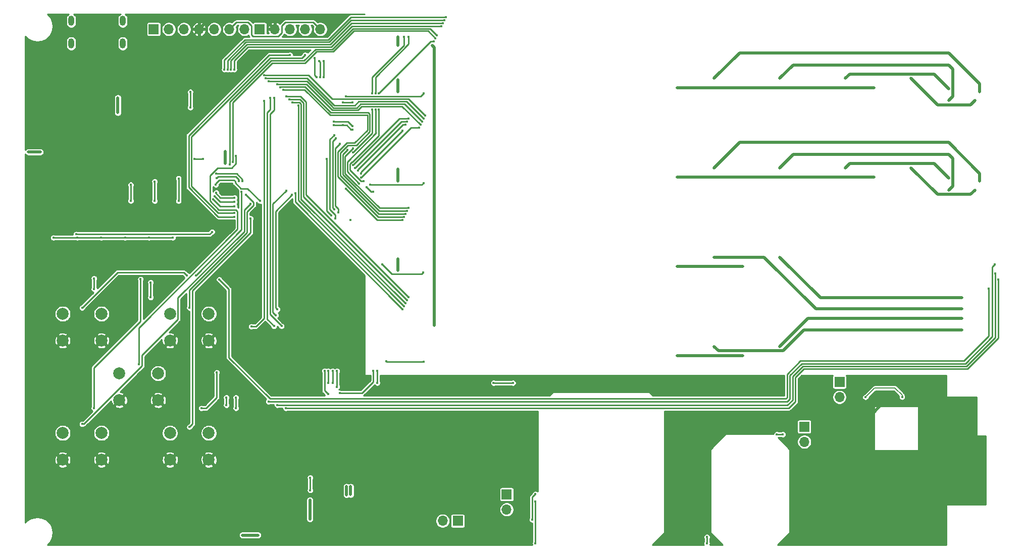
<source format=gbr>
%TF.GenerationSoftware,KiCad,Pcbnew,(5.1.10)-1*%
%TF.CreationDate,2021-12-02T19:38:37+09:00*%
%TF.ProjectId,KiCAD_Gentlman_V5.3,4b694341-445f-4476-956e-746c6d616e5f,rev?*%
%TF.SameCoordinates,Original*%
%TF.FileFunction,Copper,L2,Bot*%
%TF.FilePolarity,Positive*%
%FSLAX46Y46*%
G04 Gerber Fmt 4.6, Leading zero omitted, Abs format (unit mm)*
G04 Created by KiCad (PCBNEW (5.1.10)-1) date 2021-12-02 19:38:37*
%MOMM*%
%LPD*%
G01*
G04 APERTURE LIST*
%TA.AperFunction,ComponentPad*%
%ADD10O,1.700000X1.700000*%
%TD*%
%TA.AperFunction,ComponentPad*%
%ADD11R,1.700000X1.700000*%
%TD*%
%TA.AperFunction,ComponentPad*%
%ADD12O,1.000000X1.700000*%
%TD*%
%TA.AperFunction,ComponentPad*%
%ADD13C,2.000000*%
%TD*%
%TA.AperFunction,ViaPad*%
%ADD14C,0.400000*%
%TD*%
%TA.AperFunction,ViaPad*%
%ADD15C,0.635000*%
%TD*%
%TA.AperFunction,ViaPad*%
%ADD16C,0.500000*%
%TD*%
%TA.AperFunction,Conductor*%
%ADD17C,0.500000*%
%TD*%
%TA.AperFunction,Conductor*%
%ADD18C,0.250000*%
%TD*%
%TA.AperFunction,Conductor*%
%ADD19C,0.200000*%
%TD*%
%TA.AperFunction,Conductor*%
%ADD20C,0.254000*%
%TD*%
%TA.AperFunction,Conductor*%
%ADD21C,0.100000*%
%TD*%
G04 APERTURE END LIST*
D10*
%TO.P,J8,2*%
%TO.N,Net-(J2-Pad2)*%
X90460000Y-105500000D03*
D11*
%TO.P,J8,1*%
%TO.N,Net-(J2-Pad1)*%
X93000000Y-105500000D03*
%TD*%
D12*
%TO.P,J4,*%
%TO.N,*%
X36820000Y-25400000D03*
X28180000Y-25400000D03*
X28180000Y-21600000D03*
X36820000Y-21600000D03*
%TD*%
D13*
%TO.P,SW3,2*%
%TO.N,GNDPWR*%
X26750000Y-95250000D03*
%TO.P,SW3,1*%
%TO.N,Net-(SW3-Pad1)*%
X26750000Y-90750000D03*
%TO.P,SW3,2*%
%TO.N,GNDPWR*%
X33250000Y-95250000D03*
%TO.P,SW3,1*%
%TO.N,Net-(SW3-Pad1)*%
X33250000Y-90750000D03*
%TD*%
%TO.P,SW2,2*%
%TO.N,GNDPWR*%
X44750000Y-75250000D03*
%TO.P,SW2,1*%
%TO.N,Net-(SW2-Pad1)*%
X44750000Y-70750000D03*
%TO.P,SW2,2*%
%TO.N,GNDPWR*%
X51250000Y-75250000D03*
%TO.P,SW2,1*%
%TO.N,Net-(SW2-Pad1)*%
X51250000Y-70750000D03*
%TD*%
D11*
%TO.P,J1,1*%
%TO.N,+5V*%
X42000000Y-23000000D03*
D10*
%TO.P,J1,2*%
%TO.N,/Main/NRST*%
X44540000Y-23000000D03*
%TO.P,J1,3*%
%TO.N,+3.6V*%
X47080000Y-23000000D03*
%TO.P,J1,4*%
%TO.N,GNDPWR*%
X49620000Y-23000000D03*
%TO.P,J1,5*%
%TO.N,/Main/SWDIO*%
X52160000Y-23000000D03*
%TO.P,J1,6*%
%TO.N,UART*%
X54700000Y-23000000D03*
%TO.P,J1,7*%
%TO.N,/Main/SWCLK*%
X57240000Y-23000000D03*
%TD*%
D11*
%TO.P,JP3,1*%
%TO.N,+3.6V*%
X151100000Y-89700000D03*
D10*
%TO.P,JP3,2*%
%TO.N,Net-(JP3-Pad2)*%
X151100000Y-92240000D03*
%TD*%
D11*
%TO.P,JP2,1*%
%TO.N,+3.6V*%
X101200000Y-101060000D03*
D10*
%TO.P,JP2,2*%
%TO.N,Net-(JP2-Pad2)*%
X101200000Y-103600000D03*
%TD*%
D11*
%TO.P,JP1,1*%
%TO.N,+3.6V*%
X157000000Y-82200000D03*
D10*
%TO.P,JP1,2*%
%TO.N,Net-(C52-Pad1)*%
X157000000Y-84740000D03*
%TD*%
D13*
%TO.P,SW1,2*%
%TO.N,GNDPWR*%
X26750000Y-75250000D03*
%TO.P,SW1,1*%
%TO.N,Net-(SW1-Pad1)*%
X26750000Y-70750000D03*
%TO.P,SW1,2*%
%TO.N,GNDPWR*%
X33250000Y-75250000D03*
%TO.P,SW1,1*%
%TO.N,Net-(SW1-Pad1)*%
X33250000Y-70750000D03*
%TD*%
%TO.P,SW5,2*%
%TO.N,GNDPWR*%
X36250000Y-85250000D03*
%TO.P,SW5,1*%
%TO.N,Net-(SW5-Pad1)*%
X36250000Y-80750000D03*
%TO.P,SW5,2*%
%TO.N,GNDPWR*%
X42750000Y-85250000D03*
%TO.P,SW5,1*%
%TO.N,Net-(SW5-Pad1)*%
X42750000Y-80750000D03*
%TD*%
%TO.P,SW4,2*%
%TO.N,GNDPWR*%
X44750000Y-95250000D03*
%TO.P,SW4,1*%
%TO.N,Net-(SW4-Pad1)*%
X44750000Y-90750000D03*
%TO.P,SW4,2*%
%TO.N,GNDPWR*%
X51250000Y-95250000D03*
%TO.P,SW4,1*%
%TO.N,Net-(SW4-Pad1)*%
X51250000Y-90750000D03*
%TD*%
D11*
%TO.P,J7,1*%
%TO.N,+3.6V*%
X59780000Y-23000000D03*
D10*
%TO.P,J7,2*%
%TO.N,GNDPWR*%
X62320000Y-23000000D03*
%TO.P,J7,3*%
%TO.N,nRF_SWCLK*%
X64860000Y-23000000D03*
%TO.P,J7,4*%
%TO.N,nRF_SWDIO*%
X67400000Y-23000000D03*
%TO.P,J7,5*%
%TO.N,UART*%
X69940000Y-23000000D03*
%TD*%
D14*
%TO.N,*%
X75000000Y-55000000D03*
%TO.N,+3.6V*%
X36000000Y-37000000D03*
X36000000Y-34500000D03*
X54000000Y-45500000D03*
X54000000Y-43500000D03*
D15*
%TO.N,GNDPWR*%
X181159500Y-96934200D03*
X175571500Y-91638300D03*
X175571500Y-85313700D03*
D14*
X30500000Y-42000000D03*
X32500000Y-37000000D03*
X100299990Y-81700010D03*
X102099990Y-81700010D03*
X44500000Y-28500000D03*
X54100000Y-73900000D03*
X52075000Y-73900000D03*
X88750000Y-25750000D03*
X89075000Y-27675000D03*
X89075000Y-72675000D03*
X89075000Y-42675000D03*
X89075000Y-57675000D03*
X53250000Y-50500000D03*
X53250000Y-49000000D03*
X39500000Y-86875000D03*
X39500000Y-89000000D03*
X150400000Y-81700000D03*
X160500000Y-88000000D03*
X35000000Y-30000000D03*
X40000000Y-30000000D03*
X45000000Y-30000000D03*
X42500000Y-32500000D03*
X37500000Y-32500000D03*
X32500000Y-32500000D03*
X45000000Y-40000000D03*
X45000000Y-45000000D03*
X42500000Y-42500000D03*
X22500000Y-27500000D03*
X22500000Y-32500000D03*
X22500000Y-57500000D03*
X22500000Y-67500000D03*
X22500000Y-77500000D03*
X22500000Y-87500000D03*
X30000000Y-80000000D03*
X22500000Y-97500000D03*
X37500000Y-97500000D03*
X57500000Y-95000000D03*
X62500000Y-90000000D03*
X72500000Y-95000000D03*
X77500000Y-90000000D03*
X82500000Y-95000000D03*
X87500000Y-90000000D03*
X95000000Y-90000000D03*
X95000000Y-97500000D03*
X170000000Y-105000000D03*
X165000000Y-105000000D03*
X170000000Y-100000000D03*
X158000000Y-88000000D03*
X165000000Y-100000000D03*
X160000000Y-100000000D03*
X160000000Y-105000000D03*
X155000000Y-105000000D03*
X155000000Y-100000000D03*
X150000000Y-100000000D03*
X150000000Y-105000000D03*
X155000000Y-95000000D03*
X142500000Y-87500000D03*
X135000000Y-90000000D03*
X132500000Y-97500000D03*
X130000000Y-105000000D03*
X75000000Y-75000000D03*
X75000000Y-67500000D03*
X70000000Y-60000000D03*
X65000000Y-57500000D03*
X57500000Y-60000000D03*
X57500000Y-70000000D03*
X67500000Y-70000000D03*
X67500000Y-77500000D03*
X52500000Y-32500000D03*
X42500000Y-62500000D03*
X47500000Y-80000000D03*
X55000000Y-25000000D03*
D15*
X175571500Y-86329700D03*
X175571500Y-87345700D03*
X175571500Y-88361700D03*
X176587500Y-85313700D03*
X176587500Y-86329700D03*
X176587500Y-87345700D03*
X176587500Y-88361700D03*
X177603500Y-85313700D03*
X177603500Y-86329700D03*
X177603500Y-87345700D03*
X177603500Y-88361700D03*
X178619500Y-85313700D03*
X178619500Y-86329700D03*
X178619500Y-87345700D03*
X178619500Y-88361700D03*
X179635500Y-85313700D03*
X179635500Y-86329700D03*
X179635500Y-87345700D03*
X179635500Y-88361700D03*
X175571500Y-92654300D03*
X175571500Y-93670300D03*
X175571500Y-94686300D03*
X175571500Y-95702300D03*
X175571500Y-96718300D03*
X175571500Y-97734300D03*
X175571500Y-98750300D03*
X175571500Y-99766300D03*
X175571500Y-100782300D03*
X175571500Y-101798300D03*
X176587500Y-91638300D03*
X176587500Y-92654300D03*
X176587500Y-93670300D03*
X176587500Y-94686300D03*
X176587500Y-95702300D03*
X176587500Y-96718300D03*
X176587500Y-97734300D03*
X176587500Y-98750300D03*
X176587500Y-99766300D03*
X176587500Y-100782300D03*
X176587500Y-101798300D03*
X177603500Y-91638300D03*
X177603500Y-92654300D03*
X177603500Y-93670300D03*
X177603500Y-94686300D03*
X177603500Y-95702300D03*
X177603500Y-96718300D03*
X177603500Y-97734300D03*
X177603500Y-98750300D03*
X177603500Y-99766300D03*
X177603500Y-100782300D03*
X177603500Y-101798300D03*
X178619500Y-91638300D03*
X178619500Y-92654300D03*
X178619500Y-93670300D03*
X178619500Y-94686300D03*
X178619500Y-95702300D03*
X178619500Y-96718300D03*
X178619500Y-97734300D03*
X178619500Y-98750300D03*
X178619500Y-99766300D03*
X178619500Y-100782300D03*
X178619500Y-101798300D03*
X179635500Y-91638300D03*
X179635500Y-92654300D03*
X179635500Y-93670300D03*
X179635500Y-94686300D03*
X179635500Y-95702300D03*
X179635500Y-96718300D03*
X179635500Y-97734300D03*
X179635500Y-98750300D03*
X179635500Y-99766300D03*
X179635500Y-100782300D03*
X179635500Y-101798300D03*
D14*
X166000000Y-84000000D03*
%TO.N,/Main/NRST*%
X48149990Y-33500000D03*
X48149990Y-36150000D03*
X48850000Y-44774990D03*
X50274990Y-44774990D03*
%TO.N,+5V*%
X68200000Y-105200000D03*
X68200000Y-102000000D03*
X23000000Y-43600000D03*
X21000000Y-43600000D03*
X59500000Y-107900000D03*
X56900000Y-107900000D03*
X83000000Y-25750000D03*
X83000000Y-24250000D03*
X83000000Y-33500000D03*
X83000000Y-31500000D03*
X83000000Y-48500000D03*
X83000000Y-63500000D03*
X83000000Y-61500000D03*
X83000000Y-46500000D03*
%TO.N,CH1_OP1*%
X136000000Y-76250000D03*
X177550000Y-73450000D03*
D16*
X136000000Y-76250000D03*
D14*
%TO.N,CH1_OP2*%
X147000000Y-76250000D03*
X177550000Y-71550000D03*
%TO.N,CH2_OP2*%
X147000000Y-61250000D03*
X177550000Y-68050000D03*
%TO.N,CH2_OP1*%
X136000000Y-61250000D03*
X177550000Y-69950000D03*
%TO.N,H_VOLT_CH1*%
X83750000Y-70000000D03*
X65750000Y-50500000D03*
%TO.N,H_VOLT_CH2*%
X83750000Y-55000000D03*
X74252746Y-49741704D03*
%TO.N,H_VOLT_CH3*%
X83750000Y-40000000D03*
X76738293Y-47256160D03*
%TO.N,H_VOLT_CH4*%
X89000000Y-25000000D03*
X79750000Y-33750000D03*
X79750000Y-36500000D03*
X77225000Y-48500000D03*
%TO.N,Net-(D1-Pad2)*%
X51800000Y-57000000D03*
X29000000Y-57400000D03*
X32000000Y-66600000D03*
X32000000Y-64800000D03*
%TO.N,Net-(D1-Pad1)*%
X25200000Y-58000000D03*
X29200000Y-58000000D03*
X33200000Y-58000000D03*
X37200000Y-58000000D03*
X41200000Y-58000000D03*
X45200000Y-58000000D03*
%TO.N,Net-(D3-Pad2)*%
X41496446Y-65475000D03*
X41496446Y-68003554D03*
%TO.N,Net-(D4-Pad2)*%
X32000000Y-86600000D03*
X39800000Y-64950000D03*
%TO.N,Net-(D5-Pad2)*%
X50000000Y-86600000D03*
X52591606Y-80600000D03*
%TO.N,RGB_COM6*%
X53000000Y-65000000D03*
X182000000Y-66500000D03*
%TO.N,/Main/SWDIO*%
X69899997Y-31025000D03*
X69750000Y-28350000D03*
%TO.N,/Main/SWCLK*%
X69299994Y-31025000D03*
X69000000Y-27825000D03*
%TO.N,RGB_B6*%
X183000000Y-62500000D03*
X61249980Y-85500020D03*
%TO.N,RGB_G6*%
X62725000Y-86075000D03*
X183125000Y-64000000D03*
X54200000Y-84800000D03*
X54200000Y-86075000D03*
%TO.N,RGB_R6*%
X64150000Y-86600000D03*
X183650000Y-65000000D03*
X55800000Y-86600000D03*
X55800000Y-84800000D03*
%TO.N,CH4_OP4*%
X179700000Y-34980000D03*
X169000000Y-31250000D03*
%TO.N,CH4_OP3*%
X175300000Y-32980000D03*
X158000000Y-31250000D03*
%TO.N,CH4_OP2*%
X175300000Y-28980000D03*
X175300000Y-34980000D03*
X147000000Y-31250000D03*
%TO.N,CH4_OP1*%
X175300000Y-26980000D03*
X180500000Y-33480000D03*
X136000000Y-31250000D03*
%TO.N,CH3_OP4*%
X169000000Y-46250000D03*
X179700000Y-50000000D03*
%TO.N,CH3_OP3*%
X158000000Y-46250000D03*
X175300000Y-48000000D03*
%TO.N,CH3_OP2*%
X147000000Y-46250000D03*
X175300000Y-44000000D03*
X175300000Y-50000000D03*
%TO.N,CH3_OP1*%
X136000000Y-46250000D03*
X175300000Y-42000000D03*
X180500000Y-48500000D03*
%TO.N,Net-(Q7-Pad2)*%
X140800000Y-77800000D03*
X129800000Y-77800000D03*
%TO.N,Net-(Q13-Pad2)*%
X129800000Y-62800000D03*
X140800000Y-62800000D03*
%TO.N,Net-(Q19-Pad2)*%
X140800000Y-47800000D03*
X129800000Y-47800000D03*
X151800000Y-47800000D03*
X162800000Y-47800000D03*
%TO.N,Net-(Q31-Pad2)*%
X151800000Y-32800000D03*
X140800000Y-32800000D03*
X129800000Y-32800000D03*
X162800000Y-32800000D03*
%TO.N,Net-(R2-Pad2)*%
X72518329Y-41286658D03*
X72272228Y-53227772D03*
X52500000Y-50425000D03*
X55550020Y-51250000D03*
%TO.N,Net-(R3-Pad2)*%
X73250000Y-42225000D03*
X55550020Y-52000000D03*
X52226204Y-51031853D03*
X73000000Y-53775000D03*
%TO.N,Net-(R4-Pad2)*%
X71750000Y-54225009D03*
X55550020Y-52750000D03*
X51965165Y-51572094D03*
X71000000Y-44725000D03*
%TO.N,Net-(R5-Pad2)*%
X38175000Y-51825000D03*
X38175000Y-49075000D03*
X52425000Y-49075000D03*
X59825847Y-51825847D03*
%TO.N,Net-(R6-Pad2)*%
X42175000Y-51825000D03*
X42175000Y-48550000D03*
X52575863Y-47946620D03*
X56269951Y-48502602D03*
%TO.N,Net-(R7-Pad2)*%
X46175000Y-51825000D03*
X46175000Y-48025000D03*
X52500000Y-47250000D03*
X56869944Y-48499350D03*
%TO.N,Net-(R11-Pad2)*%
X73185563Y-84064437D03*
X68250000Y-98250000D03*
X68250000Y-100349990D03*
X78849980Y-80350000D03*
X77750000Y-49500000D03*
X78774990Y-50250000D03*
%TO.N,Net-(R13-Pad2)*%
X75037500Y-101100010D03*
X75037500Y-99750000D03*
X70650000Y-80350000D03*
X71250000Y-84250000D03*
%TO.N,Net-(R14-Pad2)*%
X74337490Y-101137490D03*
X74337490Y-99750000D03*
X71250000Y-80350000D03*
X71250000Y-82350010D03*
%TO.N,CH1_P1_CTL1*%
X84000000Y-69500000D03*
X66250000Y-35750000D03*
%TO.N,CH1_P2_CTL1*%
X84500000Y-68500000D03*
X64750000Y-34750000D03*
%TO.N,CTL_CH1*%
X87247120Y-78800001D03*
X81000000Y-78750000D03*
X75300000Y-39250000D03*
X72224989Y-38500000D03*
%TO.N,CH1_P1_CTL2*%
X84250000Y-69000000D03*
X65250000Y-35250000D03*
%TO.N,CH1_P2_CTL2*%
X84750000Y-68000000D03*
X64250000Y-34250000D03*
%TO.N,CH2_P1_CTL1*%
X84000000Y-54500000D03*
X63750000Y-33125010D03*
%TO.N,CH2_P2_CTL1*%
X84500000Y-53500000D03*
X74492372Y-43242372D03*
%TO.N,CTL_CH2*%
X87190870Y-63800001D03*
X75300000Y-35250000D03*
X73725000Y-35300001D03*
X80350000Y-62491768D03*
%TO.N,CH2_P1_CTL2*%
X84250000Y-54000000D03*
X63250000Y-32750000D03*
%TO.N,CH2_P2_CTL2*%
X84750000Y-53000000D03*
X75453248Y-42953248D03*
%TO.N,CH3_P1_CTL1*%
X86500000Y-39500000D03*
X76805762Y-47860443D03*
%TO.N,CH3_P2_CTL1*%
X61250000Y-31750000D03*
X87000000Y-38500000D03*
%TO.N,CH3_P3_CTL1*%
X87500000Y-37500000D03*
X60500000Y-30750000D03*
%TO.N,CH3_P4_CTL1*%
X84500000Y-38500000D03*
X75750000Y-46275000D03*
%TO.N,CTL_CH3*%
X78324980Y-49075010D03*
X87247120Y-48800001D03*
%TO.N,CH3_P1_CTL2*%
X62750000Y-32250000D03*
X86750000Y-39000000D03*
%TO.N,CH3_P2_CTL2*%
X87250000Y-38000000D03*
X60750000Y-31250000D03*
%TO.N,CH3_P3_CTL2*%
X84250000Y-39000000D03*
X76250000Y-46750000D03*
%TO.N,CH3_P4_CTL2*%
X84750000Y-38000000D03*
X75380029Y-45800000D03*
%TO.N,CH4_P1_CTL1*%
X89250000Y-24500000D03*
X55250000Y-45299990D03*
%TO.N,CH4_P2_CTL1*%
X84750000Y-24250000D03*
X76476657Y-48893764D03*
X79199997Y-36500000D03*
X79199997Y-33750000D03*
%TO.N,CH4_P3_CTL1*%
X90250000Y-22500000D03*
X55500000Y-29750000D03*
%TO.N,CH4_P4_CTL1*%
X90750000Y-21500000D03*
X54399994Y-29750000D03*
%TO.N,CTL_CH4*%
X74250000Y-34250000D03*
X87250000Y-33800001D03*
%TO.N,CH4_P1_CTL2*%
X89500000Y-24000000D03*
X54750000Y-45725000D03*
%TO.N,CH4_P2_CTL2*%
X84000000Y-24250000D03*
X78649994Y-33750000D03*
X78649994Y-36500000D03*
X75414124Y-43664124D03*
%TO.N,CH4_P3_CTL2*%
X90500000Y-22000000D03*
X54949997Y-29750000D03*
%TO.N,CH4_P4_CTL2*%
X91000000Y-21000000D03*
X53849991Y-29750000D03*
%TO.N,Net-(SW1-Pad1)*%
X56750000Y-50250000D03*
X49055965Y-64305965D03*
X47555965Y-64305965D03*
X30000000Y-69750000D03*
%TO.N,Net-(SW2-Pad1)*%
X57500000Y-50775000D03*
X48000000Y-69750000D03*
%TO.N,Net-(SW3-Pad1)*%
X58250000Y-52275011D03*
X30000000Y-89250000D03*
%TO.N,Net-(SW4-Pad1)*%
X48000000Y-89750000D03*
X72250000Y-40750000D03*
X72500010Y-54750010D03*
X58250000Y-54750009D03*
%TO.N,Net-(SW5-Pad1)*%
X55775000Y-44249990D03*
X39500000Y-79250000D03*
%TO.N,Net-(U1-Pad61)*%
X60500000Y-35000000D03*
X58365000Y-72885000D03*
%TO.N,Net-(U1-Pad59)*%
X61509733Y-34490267D03*
X62175000Y-72825000D03*
%TO.N,Net-(U1-Pad58)*%
X63445000Y-72805000D03*
X62225000Y-34500000D03*
%TO.N,Net-(U1-Pad29)*%
X62750000Y-70000000D03*
X65213342Y-50768329D03*
%TO.N,Net-(U1-Pad27)*%
X62500000Y-71000000D03*
X64225000Y-50082323D03*
%TO.N,nRF_SWCLK*%
X105475000Y-105320000D03*
X106000000Y-101000000D03*
X72000000Y-82350010D03*
X72000000Y-80350000D03*
X64860000Y-27309980D03*
X55550020Y-54469969D03*
%TO.N,nRF_SWDIO*%
X134772999Y-108199999D03*
X134750000Y-109250000D03*
X106000000Y-109250000D03*
X106000000Y-102250000D03*
X67400000Y-27299980D03*
X55550020Y-53800001D03*
X72750000Y-83000000D03*
X72750000Y-80350000D03*
%TO.N,UART*%
X147500000Y-91000000D03*
X146500000Y-91000000D03*
X102257873Y-82350010D03*
X98999990Y-82350010D03*
X75300000Y-39850003D03*
X79500000Y-80350000D03*
X79500000Y-82350010D03*
X70500000Y-31025000D03*
X70500000Y-28350000D03*
X72224989Y-39100003D03*
X73725000Y-39100003D03*
%TO.N,Net-(C52-Pad1)*%
X161360000Y-84740000D03*
X167500000Y-84700000D03*
%TD*%
D17*
%TO.N,+3.6V*%
X36000000Y-37000000D02*
X36000000Y-34500000D01*
X54000000Y-45500000D02*
X54000000Y-43500000D01*
%TO.N,GNDPWR*%
X30500000Y-42000000D02*
X31500000Y-42000000D01*
X31500000Y-42000000D02*
X32500000Y-41000000D01*
X32500000Y-41000000D02*
X32500000Y-37000000D01*
X100299990Y-81700010D02*
X102099990Y-81700010D01*
X62290002Y-23000000D02*
X62320000Y-23000000D01*
X60290002Y-21000000D02*
X62290002Y-23000000D01*
X51620000Y-21000000D02*
X60290002Y-21000000D01*
X49620000Y-23000000D02*
X51620000Y-21000000D01*
D18*
X44500000Y-28120000D02*
X44500000Y-28500000D01*
X49620000Y-23000000D02*
X44500000Y-28120000D01*
X54100000Y-73900000D02*
X52100000Y-73900000D01*
X52100000Y-73900000D02*
X52075000Y-73900000D01*
D17*
X89075000Y-26075000D02*
X88750000Y-25750000D01*
X89075000Y-27675000D02*
X89075000Y-26075000D01*
X89075000Y-72675000D02*
X89075000Y-27675000D01*
X53250000Y-50500000D02*
X53250000Y-49000000D01*
D18*
X39500000Y-86875000D02*
X39500000Y-89000000D01*
D17*
X150400000Y-84400000D02*
X150400000Y-81700000D01*
X154000000Y-88000000D02*
X150400000Y-84400000D01*
X160500000Y-88000000D02*
X158000000Y-88000000D01*
X158000000Y-88000000D02*
X154000000Y-88000000D01*
X162000000Y-88000000D02*
X166000000Y-84000000D01*
X160500000Y-88000000D02*
X162000000Y-88000000D01*
D18*
%TO.N,/Main/NRST*%
X49024990Y-44774990D02*
X48850000Y-44774990D01*
X50274990Y-44774990D02*
X49024990Y-44774990D01*
X48149990Y-33500000D02*
X48149990Y-36150000D01*
D17*
%TO.N,+5V*%
X68200000Y-105200000D02*
X68200000Y-102000000D01*
X23000000Y-43600000D02*
X21000000Y-43600000D01*
X59500000Y-107900000D02*
X56900000Y-107900000D01*
X83000000Y-25750000D02*
X83000000Y-24250000D01*
X83000000Y-31500000D02*
X83000000Y-33500000D01*
X83000000Y-61500000D02*
X83000000Y-63500000D01*
X83000000Y-46500000D02*
X83000000Y-48500000D01*
%TO.N,CH1_OP1*%
X136700008Y-76950008D02*
X136000000Y-76250000D01*
X151050000Y-73450000D02*
X147549992Y-76950008D01*
X177550000Y-73450000D02*
X151050000Y-73450000D01*
X147549992Y-76950008D02*
X136700008Y-76950008D01*
%TO.N,CH1_OP2*%
X151700000Y-71550000D02*
X147000000Y-76250000D01*
X177550000Y-71550000D02*
X151700000Y-71550000D01*
%TO.N,CH2_OP2*%
X153800000Y-68050000D02*
X147000000Y-61250000D01*
X177550000Y-68050000D02*
X153800000Y-68050000D01*
%TO.N,CH2_OP1*%
X144350000Y-61250000D02*
X153050000Y-69950000D01*
X136000000Y-61250000D02*
X144350000Y-61250000D01*
X177550000Y-69950000D02*
X153050000Y-69950000D01*
D18*
%TO.N,H_VOLT_CH1*%
X65750000Y-52000000D02*
X65750000Y-50500000D01*
X83750000Y-70000000D02*
X65750000Y-52000000D01*
%TO.N,H_VOLT_CH2*%
X79511042Y-55000000D02*
X74252746Y-49741704D01*
X83750000Y-55000000D02*
X79511042Y-55000000D01*
%TO.N,H_VOLT_CH3*%
X76738293Y-46973318D02*
X83711611Y-40000000D01*
X76738293Y-47256160D02*
X76738293Y-46973318D01*
X83711611Y-40000000D02*
X83750000Y-40000000D01*
%TO.N,H_VOLT_CH4*%
X88500000Y-25000000D02*
X79750000Y-33750000D01*
X89000000Y-25000000D02*
X88500000Y-25000000D01*
X79750000Y-36500000D02*
X79750000Y-40864331D01*
X79750000Y-40864331D02*
X75364331Y-45250000D01*
X74905028Y-46662711D02*
X76742317Y-48500000D01*
X74905028Y-45571999D02*
X74905028Y-46662711D01*
X75227027Y-45250000D02*
X74905028Y-45571999D01*
X75364331Y-45250000D02*
X75227027Y-45250000D01*
X76742317Y-48500000D02*
X77225000Y-48500000D01*
%TO.N,Net-(D1-Pad2)*%
X29000000Y-57400000D02*
X51400000Y-57400000D01*
X51400000Y-57400000D02*
X51800000Y-57000000D01*
X32000000Y-64800000D02*
X32000000Y-66600000D01*
%TO.N,Net-(D1-Pad1)*%
X45200000Y-58000000D02*
X41200000Y-58000000D01*
X41200000Y-58000000D02*
X37200000Y-58000000D01*
X25200000Y-58000000D02*
X29200000Y-58000000D01*
X29200000Y-58000000D02*
X33200000Y-58000000D01*
X33200000Y-58000000D02*
X37200000Y-58000000D01*
%TO.N,Net-(D3-Pad2)*%
X41496446Y-65475000D02*
X41496446Y-68003554D01*
%TO.N,Net-(D4-Pad2)*%
X32000000Y-86600000D02*
X32000000Y-79800000D01*
X32000000Y-79800000D02*
X39800000Y-72000000D01*
X39800000Y-72000000D02*
X39800000Y-64950000D01*
%TO.N,Net-(D5-Pad2)*%
X50000000Y-86600000D02*
X50800000Y-86600000D01*
X52591606Y-84808394D02*
X52591606Y-80600000D01*
X50800000Y-86600000D02*
X52591606Y-84808394D01*
%TO.N,RGB_COM6*%
X54625001Y-78098039D02*
X61526962Y-85000000D01*
X150463818Y-78649970D02*
X177850030Y-78649970D01*
X53000000Y-65000000D02*
X54625001Y-66625001D01*
X182000000Y-74500000D02*
X182000000Y-66500000D01*
X61526962Y-85000000D02*
X148000000Y-85000000D01*
X54625001Y-66625001D02*
X54625001Y-78098039D01*
X148224981Y-84775019D02*
X148224981Y-80888807D01*
X177850030Y-78649970D02*
X182000000Y-74500000D01*
X148224981Y-80888807D02*
X150463818Y-78649970D01*
X148000000Y-85000000D02*
X148224981Y-84775019D01*
%TO.N,/Main/SWDIO*%
X69899997Y-28499997D02*
X69750000Y-28350000D01*
X69899997Y-31025000D02*
X69899997Y-28499997D01*
%TO.N,/Main/SWCLK*%
X69000000Y-30725006D02*
X69000000Y-27825000D01*
X69299994Y-31025000D02*
X69000000Y-30725006D01*
%TO.N,RGB_B6*%
X148674991Y-81075207D02*
X150650218Y-79099980D01*
X150650218Y-79099980D02*
X178099980Y-79099980D01*
X182600000Y-74599960D02*
X182600000Y-62900000D01*
X148674990Y-85038598D02*
X148674991Y-81075207D01*
X182600000Y-62900000D02*
X183000000Y-62500000D01*
X61249980Y-85500020D02*
X148213568Y-85500020D01*
X148213568Y-85500020D02*
X148674990Y-85038598D01*
X178099980Y-79099980D02*
X182600000Y-74599960D01*
%TO.N,RGB_G6*%
X178286380Y-79549990D02*
X150836618Y-79549990D01*
X149125000Y-81261608D02*
X149124999Y-85224999D01*
X63007843Y-86074999D02*
X62725000Y-86075000D01*
X183125000Y-74711370D02*
X178286380Y-79549990D01*
X149124999Y-85224999D02*
X148274999Y-86074999D01*
X150836618Y-79549990D02*
X149125000Y-81261608D01*
X148274999Y-86074999D02*
X63007843Y-86074999D01*
X183125000Y-64000000D02*
X183125000Y-74711370D01*
X54200000Y-84800000D02*
X54200000Y-86100000D01*
X54200000Y-86100000D02*
X54200000Y-86075000D01*
%TO.N,RGB_R6*%
X148500000Y-86600000D02*
X64150000Y-86600000D01*
X149575009Y-81448009D02*
X149575009Y-85524991D01*
X183650000Y-65000000D02*
X183650000Y-74822780D01*
X183650000Y-74822780D02*
X178472780Y-80000000D01*
X149575009Y-85524991D02*
X148500000Y-86600000D01*
X178472780Y-80000000D02*
X151023018Y-80000000D01*
X151023018Y-80000000D02*
X149575009Y-81448009D01*
X55800000Y-84800000D02*
X55800000Y-86600000D01*
D17*
%TO.N,CH4_OP4*%
X178999999Y-35680001D02*
X179700000Y-34980000D01*
X173430001Y-35680001D02*
X178999999Y-35680001D01*
X169000000Y-31250000D02*
X173430001Y-35680001D01*
%TO.N,CH4_OP3*%
X172849992Y-30529992D02*
X158700008Y-30529992D01*
X175300000Y-32980000D02*
X172849992Y-30529992D01*
X158700008Y-30549992D02*
X158700008Y-30529992D01*
X158000000Y-31250000D02*
X158700008Y-30549992D01*
%TO.N,CH4_OP2*%
X175300000Y-28980000D02*
X149250000Y-28980000D01*
X176000008Y-29680008D02*
X175300000Y-28980000D01*
X175300000Y-34980000D02*
X176000008Y-34279992D01*
X176000008Y-34279992D02*
X176000008Y-29680008D01*
X149250000Y-29000000D02*
X149250000Y-28980000D01*
X147000000Y-31250000D02*
X149250000Y-29000000D01*
%TO.N,CH4_OP1*%
X140250000Y-26980000D02*
X175300000Y-26980000D01*
X180500000Y-33480000D02*
X180500000Y-32180000D01*
X180500000Y-32180000D02*
X175300000Y-26980000D01*
X140250000Y-27000000D02*
X140250000Y-26980000D01*
X136000000Y-31250000D02*
X140250000Y-27000000D01*
%TO.N,CH3_OP4*%
X173450001Y-50700001D02*
X178999999Y-50700001D01*
X178999999Y-50700001D02*
X179700000Y-50000000D01*
X169000000Y-46250000D02*
X173450001Y-50700001D01*
%TO.N,CH3_OP3*%
X158700008Y-45549992D02*
X158000000Y-46250000D01*
X172849992Y-45549992D02*
X158700008Y-45549992D01*
X175300000Y-48000000D02*
X172849992Y-45549992D01*
%TO.N,CH3_OP2*%
X149250000Y-44000000D02*
X147000000Y-46250000D01*
X175300000Y-44000000D02*
X149250000Y-44000000D01*
X176000008Y-44700008D02*
X175300000Y-44000000D01*
X176000008Y-49299992D02*
X176000008Y-44700008D01*
X175300000Y-50000000D02*
X176000008Y-49299992D01*
%TO.N,CH3_OP1*%
X140250000Y-42000000D02*
X175300000Y-42000000D01*
X136000000Y-46250000D02*
X140250000Y-42000000D01*
X180500000Y-47200000D02*
X175300000Y-42000000D01*
X180500000Y-48500000D02*
X180500000Y-47200000D01*
%TO.N,Net-(Q7-Pad2)*%
X129800000Y-77800000D02*
X140800000Y-77800000D01*
%TO.N,Net-(Q13-Pad2)*%
X129800000Y-62800000D02*
X140800000Y-62800000D01*
%TO.N,Net-(Q19-Pad2)*%
X129800000Y-47800000D02*
X140800000Y-47800000D01*
X140800000Y-47800000D02*
X151800000Y-47800000D01*
X151800000Y-47800000D02*
X162800000Y-47800000D01*
%TO.N,Net-(Q31-Pad2)*%
X140800000Y-32800000D02*
X151800000Y-32800000D01*
X129800000Y-32800000D02*
X140800000Y-32800000D01*
X151800000Y-32800000D02*
X162800000Y-32800000D01*
D18*
%TO.N,Net-(R2-Pad2)*%
X53186814Y-51250000D02*
X52500000Y-50563186D01*
X55550020Y-51250000D02*
X53186814Y-51250000D01*
X52500000Y-50563186D02*
X52500000Y-50425000D01*
X72004958Y-41800029D02*
X72518329Y-41286658D01*
X72004958Y-52960502D02*
X72004958Y-41800029D01*
X72272228Y-53227772D02*
X72004958Y-52960502D01*
%TO.N,Net-(R3-Pad2)*%
X53194351Y-52000000D02*
X52226204Y-51031853D01*
X55550020Y-52000000D02*
X53194351Y-52000000D01*
X72454968Y-52633510D02*
X73000000Y-53178542D01*
X72454968Y-43020032D02*
X72454968Y-52633510D01*
X73000000Y-53178542D02*
X73000000Y-53775000D01*
X73250000Y-42225000D02*
X72454968Y-43020032D01*
%TO.N,Net-(R4-Pad2)*%
X53143071Y-52750000D02*
X51965165Y-51572094D01*
X55550020Y-52750000D02*
X53143071Y-52750000D01*
X71000000Y-53475009D02*
X71750000Y-54225009D01*
X71000000Y-44725000D02*
X71000000Y-53475009D01*
%TO.N,Net-(R5-Pad2)*%
X38175000Y-51825000D02*
X38175000Y-49075000D01*
X52425000Y-48874485D02*
X52425000Y-49075000D01*
X52999884Y-48299601D02*
X52425000Y-48874485D01*
X55469958Y-48299601D02*
X52999884Y-48299601D01*
X55669957Y-48499600D02*
X55469958Y-48299601D01*
X57724999Y-49724999D02*
X59825847Y-51825847D01*
X56612514Y-49724999D02*
X57724999Y-49724999D01*
X55669957Y-48782442D02*
X56612514Y-49724999D01*
X55669957Y-48499600D02*
X55669957Y-48782442D01*
%TO.N,Net-(R6-Pad2)*%
X42175000Y-51825000D02*
X42175000Y-48575000D01*
X42175000Y-48575000D02*
X42175000Y-48550000D01*
X56269951Y-48242949D02*
X56269951Y-48502602D01*
X55773623Y-47746621D02*
X56269951Y-48242949D01*
X52775862Y-47746621D02*
X55773623Y-47746621D01*
X52575863Y-47946620D02*
X52775862Y-47746621D01*
%TO.N,Net-(R7-Pad2)*%
X46175000Y-51825000D02*
X46175000Y-48075000D01*
X46175000Y-48075000D02*
X46175000Y-48025000D01*
X56869944Y-48206532D02*
X56869944Y-48499350D01*
X55913412Y-47250000D02*
X56869944Y-48206532D01*
X52500000Y-47250000D02*
X55913412Y-47250000D01*
%TO.N,Net-(R11-Pad2)*%
X68250000Y-98250000D02*
X68250000Y-100349990D01*
X78849980Y-80350000D02*
X78849980Y-82150020D01*
X76935563Y-84064437D02*
X73185563Y-84064437D01*
X78849980Y-82150020D02*
X76935563Y-84064437D01*
X78500000Y-50250000D02*
X78774990Y-50250000D01*
X77750000Y-49500000D02*
X78500000Y-50250000D01*
D17*
%TO.N,Net-(R13-Pad2)*%
X75037500Y-101100010D02*
X75037500Y-99800000D01*
X75037500Y-99800000D02*
X75037500Y-99750000D01*
D18*
X70650000Y-82350000D02*
X70650000Y-82350010D01*
X70650000Y-83650000D02*
X71250000Y-84250000D01*
X70650000Y-80350000D02*
X70650000Y-83650000D01*
D17*
%TO.N,Net-(R14-Pad2)*%
X74337490Y-101137490D02*
X74337490Y-99862510D01*
X74337490Y-99862510D02*
X74337490Y-99750000D01*
D18*
X71250000Y-80350000D02*
X71250000Y-82350010D01*
%TO.N,CH1_P1_CTL1*%
X84000000Y-69453002D02*
X84000000Y-69500000D01*
X66250000Y-51703002D02*
X84000000Y-69453002D01*
X66250000Y-35750000D02*
X66250000Y-51703002D01*
%TO.N,CH1_P2_CTL1*%
X84500000Y-68500000D02*
X67126511Y-51126511D01*
X66518701Y-34750000D02*
X64750000Y-34750000D01*
X67126511Y-35357810D02*
X66518701Y-34750000D01*
X67126511Y-51126511D02*
X67126511Y-35357810D01*
%TO.N,CTL_CH1*%
X81050001Y-78800001D02*
X81000000Y-78750000D01*
X87247120Y-78800001D02*
X81050001Y-78800001D01*
X74550000Y-38500000D02*
X75300000Y-39250000D01*
X72224989Y-38500000D02*
X74550000Y-38500000D01*
%TO.N,CH1_P1_CTL2*%
X66453002Y-35250000D02*
X65250000Y-35250000D01*
X66726501Y-35523499D02*
X66726501Y-51613805D01*
X66726501Y-35523499D02*
X66453002Y-35250000D01*
X84203002Y-69000000D02*
X84250000Y-69000000D01*
X66816807Y-51613805D02*
X84203002Y-69000000D01*
X66726501Y-51613805D02*
X66816807Y-51613805D01*
%TO.N,CH1_P2_CTL2*%
X66584399Y-34250000D02*
X67526521Y-35192121D01*
X64250000Y-34250000D02*
X66584399Y-34250000D01*
X67526521Y-50776521D02*
X84750000Y-68000000D01*
X67526521Y-35192121D02*
X67526521Y-50776521D01*
%TO.N,CH2_P1_CTL1*%
X67292141Y-33125010D02*
X63750000Y-33125010D01*
X71582803Y-37415672D02*
X67292141Y-33125010D01*
X77849974Y-37415672D02*
X71582803Y-37415672D01*
X75671763Y-42078237D02*
X77849974Y-39900026D01*
X72904978Y-43561065D02*
X74387806Y-42078237D01*
X74387806Y-42078237D02*
X75671763Y-42078237D01*
X72904978Y-47722184D02*
X72904978Y-43561065D01*
X77849974Y-39900026D02*
X77849974Y-37415672D01*
X79682794Y-54500000D02*
X72904978Y-47722184D01*
X84000000Y-54500000D02*
X79682794Y-54500000D01*
%TO.N,CH2_P2_CTL1*%
X73704998Y-44029746D02*
X74492372Y-43242372D01*
X73704998Y-47390806D02*
X73704998Y-44029746D01*
X79814192Y-53500000D02*
X73704998Y-47390806D01*
X84500000Y-53500000D02*
X79814192Y-53500000D01*
%TO.N,CTL_CH2*%
X87190870Y-63800001D02*
X86915861Y-64075010D01*
X73775001Y-35250000D02*
X73725000Y-35300001D01*
X75300000Y-35250000D02*
X73775001Y-35250000D01*
X81933242Y-64075010D02*
X83575010Y-64075010D01*
X80350000Y-62491768D02*
X81933242Y-64075010D01*
X86915861Y-64075010D02*
X83575010Y-64075010D01*
%TO.N,CH2_P1_CTL2*%
X74553495Y-42478247D02*
X75978247Y-42478247D01*
X73304988Y-43726754D02*
X74553495Y-42478247D01*
X73304988Y-47556495D02*
X73304988Y-43726754D01*
X79748493Y-54000000D02*
X73304988Y-47556495D01*
X84250000Y-54000000D02*
X79748493Y-54000000D01*
X75978247Y-42478247D02*
X78249984Y-40206510D01*
X78249984Y-40206510D02*
X78249984Y-37249984D01*
X77975032Y-36975032D02*
X71725032Y-36975032D01*
X78249984Y-37249984D02*
X77975032Y-36975032D01*
X71725032Y-36975032D02*
X67400010Y-32650010D01*
X63349990Y-32650010D02*
X63250000Y-32750000D01*
X67400010Y-32650010D02*
X63349990Y-32650010D01*
%TO.N,CH2_P2_CTL2*%
X79879891Y-53000000D02*
X75500000Y-48620109D01*
X84750000Y-53000000D02*
X79879891Y-53000000D01*
X74105008Y-44301488D02*
X75453248Y-42953248D01*
X74105008Y-47225117D02*
X74105008Y-44301488D01*
X75500000Y-48620109D02*
X74105008Y-47225117D01*
%TO.N,CH3_P1_CTL1*%
X85166205Y-39500000D02*
X86500000Y-39500000D01*
X76805762Y-47860443D02*
X85166205Y-39500000D01*
%TO.N,CH3_P2_CTL1*%
X71842150Y-35907850D02*
X67684302Y-31750000D01*
X72109313Y-36175012D02*
X71842150Y-35907850D01*
X76074988Y-36175012D02*
X72109313Y-36175012D01*
X76724979Y-35525021D02*
X76074988Y-36175012D01*
X84025021Y-35525021D02*
X76724979Y-35525021D01*
X67684302Y-31750000D02*
X61250000Y-31750000D01*
X87000000Y-38500000D02*
X84025021Y-35525021D01*
%TO.N,CH3_P3_CTL1*%
X71975001Y-34725001D02*
X68000000Y-30750000D01*
X68000000Y-30750000D02*
X60500000Y-30750000D01*
X84725001Y-34725001D02*
X71975001Y-34725001D01*
X87500000Y-37500000D02*
X84725001Y-34725001D01*
%TO.N,CH3_P4_CTL1*%
X83525000Y-38500000D02*
X75750000Y-46275000D01*
X84500000Y-38500000D02*
X83525000Y-38500000D01*
%TO.N,CTL_CH3*%
X86972111Y-49075010D02*
X87247120Y-48800001D01*
X78324980Y-49075010D02*
X86972111Y-49075010D01*
%TO.N,CH3_P1_CTL2*%
X67618604Y-32250000D02*
X62750000Y-32250000D01*
X71943626Y-36575022D02*
X67618604Y-32250000D01*
X76240677Y-36575022D02*
X71943626Y-36575022D01*
X76890668Y-35925031D02*
X76240677Y-36575022D01*
X83675031Y-35925031D02*
X76890668Y-35925031D01*
X86750000Y-39000000D02*
X83675031Y-35925031D01*
%TO.N,CH3_P2_CTL2*%
X84375011Y-35125011D02*
X76374989Y-35125011D01*
X67750000Y-31250000D02*
X60750000Y-31250000D01*
X76374989Y-35125011D02*
X75724998Y-35775002D01*
X87250000Y-38000000D02*
X84375011Y-35125011D01*
X75724998Y-35775002D02*
X72275002Y-35775002D01*
X72275002Y-35775002D02*
X67750000Y-31250000D01*
%TO.N,CH3_P3_CTL2*%
X76250000Y-46521998D02*
X76250000Y-46750000D01*
X83771998Y-39000000D02*
X76250000Y-46521998D01*
X84250000Y-39000000D02*
X83771998Y-39000000D01*
%TO.N,CH3_P4_CTL2*%
X83180029Y-38000000D02*
X75380029Y-45800000D01*
X84750000Y-38000000D02*
X83180029Y-38000000D01*
%TO.N,CH4_P1_CTL1*%
X75581378Y-23300020D02*
X72131348Y-26750050D01*
X88050020Y-23300020D02*
X75581378Y-23300020D01*
X89250000Y-24500000D02*
X88050020Y-23300020D01*
X69297948Y-26750050D02*
X72131348Y-26750050D01*
X61861997Y-28685001D02*
X67362997Y-28685001D01*
X67362997Y-28685001D02*
X69297948Y-26750050D01*
X55250000Y-35296998D02*
X61861997Y-28685001D01*
X55250000Y-45299990D02*
X55250000Y-35296998D01*
%TO.N,CH4_P2_CTL1*%
X74505018Y-45244982D02*
X79349990Y-40400010D01*
X74505018Y-46922125D02*
X74505018Y-45244982D01*
X76476657Y-48893764D02*
X74505018Y-46922125D01*
X79199997Y-40250017D02*
X79199997Y-36500000D01*
X79349990Y-40400010D02*
X79199997Y-40250017D01*
X79199997Y-33750000D02*
X79199997Y-31050003D01*
X84750000Y-25500000D02*
X84750000Y-24250000D01*
X79199997Y-31050003D02*
X84750000Y-25500000D01*
%TO.N,CH4_P3_CTL1*%
X71799970Y-25950030D02*
X75250000Y-22500000D01*
X57799970Y-25950030D02*
X71799970Y-25950030D01*
X55500000Y-28250000D02*
X57799970Y-25950030D01*
X55500000Y-29750000D02*
X55500000Y-28250000D01*
X90250000Y-22500000D02*
X75250000Y-22500000D01*
%TO.N,CH4_P4_CTL1*%
X71468594Y-25150010D02*
X75118604Y-21500000D01*
X75118604Y-21500000D02*
X90750000Y-21500000D01*
X57468592Y-25150010D02*
X71468594Y-25150010D01*
X54399994Y-28218608D02*
X57468592Y-25150010D01*
X54399994Y-29750000D02*
X54399994Y-28218608D01*
%TO.N,CTL_CH4*%
X86800001Y-34250000D02*
X74250000Y-34250000D01*
X87250000Y-33800001D02*
X86800001Y-34250000D01*
%TO.N,CH4_P1_CTL2*%
X75415689Y-22900010D02*
X71965659Y-26350040D01*
X88400010Y-22900010D02*
X75415689Y-22900010D01*
X89500000Y-24000000D02*
X88400010Y-22900010D01*
X71965659Y-26350040D02*
X69132259Y-26350040D01*
X54750000Y-35231300D02*
X54750000Y-45725000D01*
X61696309Y-28284991D02*
X54750000Y-35231300D01*
X67197308Y-28284991D02*
X61696309Y-28284991D01*
X69132259Y-26350040D02*
X67197308Y-28284991D01*
%TO.N,CH4_P2_CTL2*%
X78649994Y-31034308D02*
X78649994Y-33750000D01*
X84000000Y-25684302D02*
X78649994Y-31034308D01*
X84000000Y-24250000D02*
X84000000Y-25684302D01*
X78649994Y-40428254D02*
X75414124Y-43664124D01*
X78649994Y-36500000D02*
X78649994Y-40428254D01*
%TO.N,CH4_P3_CTL2*%
X71634283Y-25550020D02*
X75184302Y-22000000D01*
X57634282Y-25550020D02*
X71634283Y-25550020D01*
X54949997Y-28234304D02*
X57634282Y-25550020D01*
X54949997Y-29750000D02*
X54949997Y-28234304D01*
X90500000Y-22000000D02*
X75184302Y-22000000D01*
%TO.N,CH4_P4_CTL2*%
X75052906Y-21000000D02*
X91000000Y-21000000D01*
X71302906Y-24750000D02*
X75052906Y-21000000D01*
X53849991Y-28202913D02*
X57302902Y-24750000D01*
X57302902Y-24750000D02*
X71302906Y-24750000D01*
X53849991Y-29750000D02*
X53849991Y-28202913D01*
%TO.N,Net-(SW1-Pad1)*%
X47049989Y-63799989D02*
X35950011Y-63799989D01*
X47555965Y-64305965D02*
X47049989Y-63799989D01*
X35950011Y-63799989D02*
X30000000Y-69750000D01*
X56750000Y-56611930D02*
X49055965Y-64305965D01*
X56750000Y-50250000D02*
X56750000Y-56611930D01*
%TO.N,Net-(SW2-Pad1)*%
X48000000Y-66775342D02*
X48000000Y-69750000D01*
X57650020Y-57125322D02*
X48000000Y-66775342D01*
X57650019Y-53651994D02*
X57650020Y-57125322D01*
X58775001Y-52527012D02*
X57650019Y-53651994D01*
X58775001Y-52050001D02*
X58775001Y-52527012D01*
X57500000Y-50775000D02*
X58775001Y-52050001D01*
%TO.N,Net-(SW3-Pad1)*%
X30277002Y-89250000D02*
X30000000Y-89250000D01*
X40025001Y-79502001D02*
X30277002Y-89250000D01*
X40025001Y-77724999D02*
X40025001Y-79502001D01*
X46075001Y-71674999D02*
X40025001Y-77724999D01*
X46075001Y-68063931D02*
X46075001Y-71674999D01*
X57200010Y-56938922D02*
X46075001Y-68063931D01*
X57200010Y-53325001D02*
X57200010Y-56938922D01*
X58250000Y-52275011D02*
X57200010Y-53325001D01*
%TO.N,Net-(SW4-Pad1)*%
X71554950Y-53252957D02*
X72500010Y-54198017D01*
X72500010Y-54198017D02*
X72500010Y-54750010D01*
X72250000Y-40750000D02*
X71554950Y-41445050D01*
X71554950Y-41445050D02*
X71554950Y-53252957D01*
X48525001Y-89224999D02*
X48000000Y-89750000D01*
X58250000Y-57161752D02*
X48525001Y-66886751D01*
X48525001Y-66886751D02*
X48525001Y-89224999D01*
X58250000Y-54750009D02*
X58250000Y-57161752D01*
%TO.N,Net-(SW5-Pad1)*%
X39500000Y-73119466D02*
X39500000Y-79250000D01*
X56075021Y-56544445D02*
X39500000Y-73119466D01*
X56075021Y-53548000D02*
X56075021Y-56544445D01*
X52891070Y-53275001D02*
X55802022Y-53275001D01*
X51440164Y-51824095D02*
X52891070Y-53275001D01*
X51440164Y-47559836D02*
X51440164Y-51824095D01*
X55802022Y-53275001D02*
X56075021Y-53548000D01*
X52749999Y-46250001D02*
X51440164Y-47559836D01*
X55076991Y-46250001D02*
X52749999Y-46250001D01*
X55775000Y-45551992D02*
X55076991Y-46250001D01*
X55775000Y-44249990D02*
X55775000Y-45551992D01*
%TO.N,Net-(U1-Pad61)*%
X58365000Y-72885000D02*
X59164990Y-72885000D01*
X60500000Y-71549990D02*
X60500000Y-35000000D01*
X59164990Y-72885000D02*
X60500000Y-71549990D01*
%TO.N,Net-(U1-Pad59)*%
X61000000Y-71650000D02*
X62175000Y-72825000D01*
X61000000Y-37000000D02*
X61000000Y-71650000D01*
X61509733Y-36490267D02*
X61000000Y-37000000D01*
X61509733Y-34490267D02*
X61509733Y-36490267D01*
%TO.N,Net-(U1-Pad58)*%
X62225000Y-34500000D02*
X62225000Y-36525000D01*
X62225000Y-36525000D02*
X61500000Y-37250000D01*
X61500000Y-70860000D02*
X63445000Y-72805000D01*
X61500000Y-37250000D02*
X61500000Y-70860000D01*
%TO.N,Net-(U1-Pad29)*%
X62450010Y-69700010D02*
X62750000Y-70000000D01*
X62450010Y-53531661D02*
X62450010Y-69700010D01*
X65213342Y-50768329D02*
X62450010Y-53531661D01*
%TO.N,Net-(U1-Pad27)*%
X62000000Y-70500000D02*
X62500000Y-71000000D01*
X62000000Y-52307323D02*
X62000000Y-70500000D01*
X64225000Y-50082323D02*
X62000000Y-52307323D01*
%TO.N,nRF_SWCLK*%
X105475000Y-105320000D02*
X105475000Y-101525000D01*
X105475000Y-101525000D02*
X106000000Y-101000000D01*
X72000000Y-82350010D02*
X72000000Y-80350000D01*
X52813218Y-54469969D02*
X55550020Y-54469969D01*
X47874989Y-49531740D02*
X52813218Y-54469969D01*
X47874989Y-40833491D02*
X47874989Y-49531740D01*
X61398500Y-27309980D02*
X47874989Y-40833491D01*
X64860000Y-27309980D02*
X61398500Y-27309980D01*
%TO.N,nRF_SWDIO*%
X134772999Y-109227001D02*
X134750000Y-109250000D01*
X134772999Y-108199999D02*
X134772999Y-109227001D01*
X106000000Y-109250000D02*
X106000000Y-102250000D01*
X72750000Y-83000000D02*
X72750000Y-80499997D01*
X72750000Y-80350000D02*
X72750000Y-83000000D01*
X66864999Y-27834981D02*
X67400000Y-27299980D01*
X61509909Y-27834981D02*
X66864999Y-27834981D01*
X48324999Y-49345340D02*
X48324999Y-41019891D01*
X52779660Y-53800001D02*
X48324999Y-49345340D01*
X48324999Y-41019891D02*
X61509909Y-27834981D01*
X55550020Y-53800001D02*
X52779660Y-53800001D01*
%TO.N,UART*%
X55875001Y-21824999D02*
X54700000Y-23000000D01*
X57804001Y-21824999D02*
X55875001Y-21824999D01*
X58415001Y-22435999D02*
X57804001Y-21824999D01*
X58415001Y-23920003D02*
X58415001Y-22435999D01*
X58669999Y-24175001D02*
X58415001Y-23920003D01*
X62884001Y-24175001D02*
X58669999Y-24175001D01*
X63495001Y-23564001D02*
X62884001Y-24175001D01*
X63495001Y-22435999D02*
X63495001Y-23564001D01*
X68764999Y-21824999D02*
X64106001Y-21824999D01*
X64106001Y-21824999D02*
X63495001Y-22435999D01*
X69940000Y-23000000D02*
X68764999Y-21824999D01*
X147500000Y-91000000D02*
X146500000Y-91000000D01*
X102257873Y-82350010D02*
X98999990Y-82350010D01*
X79500000Y-82204352D02*
X79500000Y-80350000D01*
X79500000Y-82204352D02*
X79500000Y-82350010D01*
X70500000Y-31025000D02*
X70500000Y-28350000D01*
X72224989Y-39100003D02*
X73725000Y-39100003D01*
X73725000Y-39100003D02*
X74373001Y-39100003D01*
X75123001Y-39850003D02*
X75300000Y-39850003D01*
X74373001Y-39100003D02*
X75123001Y-39850003D01*
D19*
%TO.N,Net-(C52-Pad1)*%
X161360000Y-84740000D02*
X162650008Y-83449992D01*
X162650008Y-83449992D02*
X162900000Y-83200000D01*
X162900000Y-83200000D02*
X166300000Y-83200000D01*
X166300000Y-83200000D02*
X167500000Y-84400000D01*
X167500000Y-84400000D02*
X167500000Y-84700000D01*
%TD*%
D20*
%TO.N,GNDPWR*%
X155831678Y-81137304D02*
X155796299Y-81203492D01*
X155774513Y-81275311D01*
X155767157Y-81350000D01*
X155767157Y-83050000D01*
X155774513Y-83124689D01*
X155796299Y-83196508D01*
X155831678Y-83262696D01*
X155879289Y-83320711D01*
X155937304Y-83368322D01*
X156003492Y-83403701D01*
X156075311Y-83425487D01*
X156150000Y-83432843D01*
X157850000Y-83432843D01*
X157924689Y-83425487D01*
X157996508Y-83403701D01*
X158062696Y-83368322D01*
X158120711Y-83320711D01*
X158168322Y-83262696D01*
X158203701Y-83196508D01*
X158225487Y-83124689D01*
X158232843Y-83050000D01*
X158232843Y-81350000D01*
X158225487Y-81275311D01*
X158203701Y-81203492D01*
X158168322Y-81137304D01*
X158159866Y-81127000D01*
X174873000Y-81127000D01*
X174873000Y-84602500D01*
X174875440Y-84627276D01*
X174882667Y-84651101D01*
X174894403Y-84673057D01*
X174910197Y-84692303D01*
X174929443Y-84708097D01*
X174951399Y-84719833D01*
X174975224Y-84727060D01*
X175000000Y-84729500D01*
X180016500Y-84729500D01*
X180016500Y-91130300D01*
X180018940Y-91155076D01*
X180026167Y-91178901D01*
X180037903Y-91200857D01*
X180053697Y-91220103D01*
X180072943Y-91235897D01*
X180094899Y-91247633D01*
X180118724Y-91254860D01*
X180143500Y-91257300D01*
X181540500Y-91257300D01*
X181540500Y-102763500D01*
X175000000Y-102763500D01*
X174975224Y-102765940D01*
X174951399Y-102773167D01*
X174929443Y-102784903D01*
X174910197Y-102800697D01*
X174894403Y-102819943D01*
X174882667Y-102841899D01*
X174875440Y-102865724D01*
X174873000Y-102890500D01*
X174873000Y-109544000D01*
X146635606Y-109544000D01*
X148589803Y-107589803D01*
X148605597Y-107570557D01*
X148617333Y-107548601D01*
X148624560Y-107524776D01*
X148627000Y-107500000D01*
X148627000Y-93500000D01*
X148624560Y-93475224D01*
X148617333Y-93451399D01*
X148605597Y-93429443D01*
X148589803Y-93410197D01*
X147298363Y-92118757D01*
X149869000Y-92118757D01*
X149869000Y-92361243D01*
X149916307Y-92599069D01*
X150009102Y-92823097D01*
X150143820Y-93024717D01*
X150315283Y-93196180D01*
X150516903Y-93330898D01*
X150740931Y-93423693D01*
X150978757Y-93471000D01*
X151221243Y-93471000D01*
X151459069Y-93423693D01*
X151683097Y-93330898D01*
X151884717Y-93196180D01*
X152056180Y-93024717D01*
X152190898Y-92823097D01*
X152283693Y-92599069D01*
X152331000Y-92361243D01*
X152331000Y-92118757D01*
X152283693Y-91880931D01*
X152190898Y-91656903D01*
X152056180Y-91455283D01*
X151884717Y-91283820D01*
X151683097Y-91149102D01*
X151459069Y-91056307D01*
X151221243Y-91009000D01*
X150978757Y-91009000D01*
X150740931Y-91056307D01*
X150516903Y-91149102D01*
X150315283Y-91283820D01*
X150143820Y-91455283D01*
X150009102Y-91656903D01*
X149916307Y-91880931D01*
X149869000Y-92118757D01*
X147298363Y-92118757D01*
X146718125Y-91538519D01*
X146775207Y-91514875D01*
X146788489Y-91506000D01*
X147211511Y-91506000D01*
X147224793Y-91514875D01*
X147330529Y-91558672D01*
X147442777Y-91581000D01*
X147557223Y-91581000D01*
X147669471Y-91558672D01*
X147775207Y-91514875D01*
X147870366Y-91451292D01*
X147951292Y-91370366D01*
X148014875Y-91275207D01*
X148058672Y-91169471D01*
X148081000Y-91057223D01*
X148081000Y-90942777D01*
X148058672Y-90830529D01*
X148014875Y-90724793D01*
X147951292Y-90629634D01*
X147870366Y-90548708D01*
X147775207Y-90485125D01*
X147669471Y-90441328D01*
X147557223Y-90419000D01*
X147442777Y-90419000D01*
X147330529Y-90441328D01*
X147224793Y-90485125D01*
X147211511Y-90494000D01*
X146788489Y-90494000D01*
X146775207Y-90485125D01*
X146669471Y-90441328D01*
X146557223Y-90419000D01*
X146442777Y-90419000D01*
X146330529Y-90441328D01*
X146224793Y-90485125D01*
X146129634Y-90548708D01*
X146048708Y-90629634D01*
X145985125Y-90724793D01*
X145941328Y-90830529D01*
X145932880Y-90873000D01*
X138000000Y-90873000D01*
X137975224Y-90875440D01*
X137951399Y-90882667D01*
X137929443Y-90894403D01*
X137910197Y-90910197D01*
X135410197Y-93410197D01*
X135394403Y-93429443D01*
X135382667Y-93451399D01*
X135375440Y-93475224D01*
X135373000Y-93500000D01*
X135373000Y-107500000D01*
X135375440Y-107524776D01*
X135382667Y-107548601D01*
X135394403Y-107570557D01*
X135410197Y-107589803D01*
X137364394Y-109544000D01*
X135252318Y-109544000D01*
X135264875Y-109525207D01*
X135308672Y-109419471D01*
X135331000Y-109307223D01*
X135331000Y-109192777D01*
X135308672Y-109080529D01*
X135278999Y-109008892D01*
X135278999Y-108488488D01*
X135287874Y-108475206D01*
X135331671Y-108369470D01*
X135353999Y-108257222D01*
X135353999Y-108142776D01*
X135331671Y-108030528D01*
X135287874Y-107924792D01*
X135224291Y-107829633D01*
X135143365Y-107748707D01*
X135048206Y-107685124D01*
X134942470Y-107641327D01*
X134830222Y-107618999D01*
X134715776Y-107618999D01*
X134603528Y-107641327D01*
X134497792Y-107685124D01*
X134402633Y-107748707D01*
X134321707Y-107829633D01*
X134258124Y-107924792D01*
X134214327Y-108030528D01*
X134191999Y-108142776D01*
X134191999Y-108257222D01*
X134214327Y-108369470D01*
X134258124Y-108475206D01*
X134266999Y-108488489D01*
X134267000Y-108927089D01*
X134235125Y-108974793D01*
X134191328Y-109080529D01*
X134169000Y-109192777D01*
X134169000Y-109307223D01*
X134191328Y-109419471D01*
X134235125Y-109525207D01*
X134247682Y-109544000D01*
X125635606Y-109544000D01*
X127589803Y-107589803D01*
X127605597Y-107570557D01*
X127617333Y-107548601D01*
X127624560Y-107524776D01*
X127627000Y-107500000D01*
X127627000Y-88850000D01*
X149867157Y-88850000D01*
X149867157Y-90550000D01*
X149874513Y-90624689D01*
X149896299Y-90696508D01*
X149931678Y-90762696D01*
X149979289Y-90820711D01*
X150037304Y-90868322D01*
X150103492Y-90903701D01*
X150175311Y-90925487D01*
X150250000Y-90932843D01*
X151950000Y-90932843D01*
X152024689Y-90925487D01*
X152096508Y-90903701D01*
X152162696Y-90868322D01*
X152220711Y-90820711D01*
X152268322Y-90762696D01*
X152303701Y-90696508D01*
X152325487Y-90624689D01*
X152332843Y-90550000D01*
X152332843Y-88850000D01*
X152325487Y-88775311D01*
X152303701Y-88703492D01*
X152268322Y-88637304D01*
X152220711Y-88579289D01*
X152162696Y-88531678D01*
X152096508Y-88496299D01*
X152024689Y-88474513D01*
X151950000Y-88467157D01*
X150250000Y-88467157D01*
X150175311Y-88474513D01*
X150103492Y-88496299D01*
X150037304Y-88531678D01*
X149979289Y-88579289D01*
X149931678Y-88637304D01*
X149896299Y-88703492D01*
X149874513Y-88775311D01*
X149867157Y-88850000D01*
X127627000Y-88850000D01*
X127627000Y-87106000D01*
X148475154Y-87106000D01*
X148500000Y-87108447D01*
X148524846Y-87106000D01*
X148524854Y-87106000D01*
X148599193Y-87098678D01*
X148694575Y-87069745D01*
X148782479Y-87022759D01*
X148859527Y-86959527D01*
X148875376Y-86940215D01*
X149415591Y-86400000D01*
X162773000Y-86400000D01*
X162773000Y-93600000D01*
X162775440Y-93624776D01*
X162782667Y-93648601D01*
X162794403Y-93670557D01*
X162810197Y-93689803D01*
X162829443Y-93705597D01*
X162851399Y-93717333D01*
X162875224Y-93724560D01*
X162900000Y-93727000D01*
X170100000Y-93727000D01*
X170124776Y-93724560D01*
X170148601Y-93717333D01*
X170170557Y-93705597D01*
X170189803Y-93689803D01*
X170205597Y-93670557D01*
X170217333Y-93648601D01*
X170224560Y-93624776D01*
X170227000Y-93600000D01*
X170227000Y-86400000D01*
X170224560Y-86375224D01*
X170217333Y-86351399D01*
X170205597Y-86329443D01*
X170189803Y-86310197D01*
X170170557Y-86294403D01*
X170148601Y-86282667D01*
X170124776Y-86275440D01*
X170100000Y-86273000D01*
X162900000Y-86273000D01*
X162875224Y-86275440D01*
X162851399Y-86282667D01*
X162829443Y-86294403D01*
X162810197Y-86310197D01*
X162794403Y-86329443D01*
X162782667Y-86351399D01*
X162775440Y-86375224D01*
X162773000Y-86400000D01*
X149415591Y-86400000D01*
X149915229Y-85900363D01*
X149934536Y-85884518D01*
X149997768Y-85807470D01*
X150044754Y-85719566D01*
X150073687Y-85624184D01*
X150081009Y-85549845D01*
X150081009Y-85549838D01*
X150083456Y-85524992D01*
X150081009Y-85500146D01*
X150081009Y-84618757D01*
X155769000Y-84618757D01*
X155769000Y-84861243D01*
X155816307Y-85099069D01*
X155909102Y-85323097D01*
X156043820Y-85524717D01*
X156215283Y-85696180D01*
X156416903Y-85830898D01*
X156640931Y-85923693D01*
X156878757Y-85971000D01*
X157121243Y-85971000D01*
X157359069Y-85923693D01*
X157583097Y-85830898D01*
X157784717Y-85696180D01*
X157956180Y-85524717D01*
X158090898Y-85323097D01*
X158183693Y-85099069D01*
X158231000Y-84861243D01*
X158231000Y-84682777D01*
X160779000Y-84682777D01*
X160779000Y-84797223D01*
X160801328Y-84909471D01*
X160845125Y-85015207D01*
X160908708Y-85110366D01*
X160989634Y-85191292D01*
X161084793Y-85254875D01*
X161190529Y-85298672D01*
X161302777Y-85321000D01*
X161417223Y-85321000D01*
X161529471Y-85298672D01*
X161635207Y-85254875D01*
X161730366Y-85191292D01*
X161811292Y-85110366D01*
X161874875Y-85015207D01*
X161918672Y-84909471D01*
X161930568Y-84849668D01*
X163006832Y-83773405D01*
X163006837Y-83773399D01*
X163099236Y-83681000D01*
X166100764Y-83681000D01*
X166943954Y-84524190D01*
X166941328Y-84530529D01*
X166919000Y-84642777D01*
X166919000Y-84757223D01*
X166941328Y-84869471D01*
X166985125Y-84975207D01*
X167048708Y-85070366D01*
X167129634Y-85151292D01*
X167224793Y-85214875D01*
X167330529Y-85258672D01*
X167442777Y-85281000D01*
X167557223Y-85281000D01*
X167669471Y-85258672D01*
X167775207Y-85214875D01*
X167870366Y-85151292D01*
X167951292Y-85070366D01*
X168014875Y-84975207D01*
X168058672Y-84869471D01*
X168081000Y-84757223D01*
X168081000Y-84642777D01*
X168058672Y-84530529D01*
X168014875Y-84424793D01*
X167980737Y-84373701D01*
X167978625Y-84352261D01*
X167974040Y-84305708D01*
X167946536Y-84215039D01*
X167901872Y-84131478D01*
X167841764Y-84058236D01*
X167823412Y-84043175D01*
X166656830Y-82876594D01*
X166641764Y-82858236D01*
X166568522Y-82798128D01*
X166484961Y-82753464D01*
X166394292Y-82725960D01*
X166323626Y-82719000D01*
X166300000Y-82716673D01*
X166276374Y-82719000D01*
X162923626Y-82719000D01*
X162899999Y-82716673D01*
X162805707Y-82725960D01*
X162778203Y-82734304D01*
X162715039Y-82753464D01*
X162631478Y-82798128D01*
X162558236Y-82858236D01*
X162543170Y-82876594D01*
X162326601Y-83093163D01*
X162326595Y-83093168D01*
X161250332Y-84169432D01*
X161190529Y-84181328D01*
X161084793Y-84225125D01*
X160989634Y-84288708D01*
X160908708Y-84369634D01*
X160845125Y-84464793D01*
X160801328Y-84570529D01*
X160779000Y-84682777D01*
X158231000Y-84682777D01*
X158231000Y-84618757D01*
X158183693Y-84380931D01*
X158090898Y-84156903D01*
X157956180Y-83955283D01*
X157784717Y-83783820D01*
X157583097Y-83649102D01*
X157359069Y-83556307D01*
X157121243Y-83509000D01*
X156878757Y-83509000D01*
X156640931Y-83556307D01*
X156416903Y-83649102D01*
X156215283Y-83783820D01*
X156043820Y-83955283D01*
X155909102Y-84156903D01*
X155816307Y-84380931D01*
X155769000Y-84618757D01*
X150081009Y-84618757D01*
X150081009Y-81657600D01*
X150611609Y-81127000D01*
X155840134Y-81127000D01*
X155831678Y-81137304D01*
%TA.AperFunction,Conductor*%
D21*
G36*
X155831678Y-81137304D02*
G01*
X155796299Y-81203492D01*
X155774513Y-81275311D01*
X155767157Y-81350000D01*
X155767157Y-83050000D01*
X155774513Y-83124689D01*
X155796299Y-83196508D01*
X155831678Y-83262696D01*
X155879289Y-83320711D01*
X155937304Y-83368322D01*
X156003492Y-83403701D01*
X156075311Y-83425487D01*
X156150000Y-83432843D01*
X157850000Y-83432843D01*
X157924689Y-83425487D01*
X157996508Y-83403701D01*
X158062696Y-83368322D01*
X158120711Y-83320711D01*
X158168322Y-83262696D01*
X158203701Y-83196508D01*
X158225487Y-83124689D01*
X158232843Y-83050000D01*
X158232843Y-81350000D01*
X158225487Y-81275311D01*
X158203701Y-81203492D01*
X158168322Y-81137304D01*
X158159866Y-81127000D01*
X174873000Y-81127000D01*
X174873000Y-84602500D01*
X174875440Y-84627276D01*
X174882667Y-84651101D01*
X174894403Y-84673057D01*
X174910197Y-84692303D01*
X174929443Y-84708097D01*
X174951399Y-84719833D01*
X174975224Y-84727060D01*
X175000000Y-84729500D01*
X180016500Y-84729500D01*
X180016500Y-91130300D01*
X180018940Y-91155076D01*
X180026167Y-91178901D01*
X180037903Y-91200857D01*
X180053697Y-91220103D01*
X180072943Y-91235897D01*
X180094899Y-91247633D01*
X180118724Y-91254860D01*
X180143500Y-91257300D01*
X181540500Y-91257300D01*
X181540500Y-102763500D01*
X175000000Y-102763500D01*
X174975224Y-102765940D01*
X174951399Y-102773167D01*
X174929443Y-102784903D01*
X174910197Y-102800697D01*
X174894403Y-102819943D01*
X174882667Y-102841899D01*
X174875440Y-102865724D01*
X174873000Y-102890500D01*
X174873000Y-109544000D01*
X146635606Y-109544000D01*
X148589803Y-107589803D01*
X148605597Y-107570557D01*
X148617333Y-107548601D01*
X148624560Y-107524776D01*
X148627000Y-107500000D01*
X148627000Y-93500000D01*
X148624560Y-93475224D01*
X148617333Y-93451399D01*
X148605597Y-93429443D01*
X148589803Y-93410197D01*
X147298363Y-92118757D01*
X149869000Y-92118757D01*
X149869000Y-92361243D01*
X149916307Y-92599069D01*
X150009102Y-92823097D01*
X150143820Y-93024717D01*
X150315283Y-93196180D01*
X150516903Y-93330898D01*
X150740931Y-93423693D01*
X150978757Y-93471000D01*
X151221243Y-93471000D01*
X151459069Y-93423693D01*
X151683097Y-93330898D01*
X151884717Y-93196180D01*
X152056180Y-93024717D01*
X152190898Y-92823097D01*
X152283693Y-92599069D01*
X152331000Y-92361243D01*
X152331000Y-92118757D01*
X152283693Y-91880931D01*
X152190898Y-91656903D01*
X152056180Y-91455283D01*
X151884717Y-91283820D01*
X151683097Y-91149102D01*
X151459069Y-91056307D01*
X151221243Y-91009000D01*
X150978757Y-91009000D01*
X150740931Y-91056307D01*
X150516903Y-91149102D01*
X150315283Y-91283820D01*
X150143820Y-91455283D01*
X150009102Y-91656903D01*
X149916307Y-91880931D01*
X149869000Y-92118757D01*
X147298363Y-92118757D01*
X146718125Y-91538519D01*
X146775207Y-91514875D01*
X146788489Y-91506000D01*
X147211511Y-91506000D01*
X147224793Y-91514875D01*
X147330529Y-91558672D01*
X147442777Y-91581000D01*
X147557223Y-91581000D01*
X147669471Y-91558672D01*
X147775207Y-91514875D01*
X147870366Y-91451292D01*
X147951292Y-91370366D01*
X148014875Y-91275207D01*
X148058672Y-91169471D01*
X148081000Y-91057223D01*
X148081000Y-90942777D01*
X148058672Y-90830529D01*
X148014875Y-90724793D01*
X147951292Y-90629634D01*
X147870366Y-90548708D01*
X147775207Y-90485125D01*
X147669471Y-90441328D01*
X147557223Y-90419000D01*
X147442777Y-90419000D01*
X147330529Y-90441328D01*
X147224793Y-90485125D01*
X147211511Y-90494000D01*
X146788489Y-90494000D01*
X146775207Y-90485125D01*
X146669471Y-90441328D01*
X146557223Y-90419000D01*
X146442777Y-90419000D01*
X146330529Y-90441328D01*
X146224793Y-90485125D01*
X146129634Y-90548708D01*
X146048708Y-90629634D01*
X145985125Y-90724793D01*
X145941328Y-90830529D01*
X145932880Y-90873000D01*
X138000000Y-90873000D01*
X137975224Y-90875440D01*
X137951399Y-90882667D01*
X137929443Y-90894403D01*
X137910197Y-90910197D01*
X135410197Y-93410197D01*
X135394403Y-93429443D01*
X135382667Y-93451399D01*
X135375440Y-93475224D01*
X135373000Y-93500000D01*
X135373000Y-107500000D01*
X135375440Y-107524776D01*
X135382667Y-107548601D01*
X135394403Y-107570557D01*
X135410197Y-107589803D01*
X137364394Y-109544000D01*
X135252318Y-109544000D01*
X135264875Y-109525207D01*
X135308672Y-109419471D01*
X135331000Y-109307223D01*
X135331000Y-109192777D01*
X135308672Y-109080529D01*
X135278999Y-109008892D01*
X135278999Y-108488488D01*
X135287874Y-108475206D01*
X135331671Y-108369470D01*
X135353999Y-108257222D01*
X135353999Y-108142776D01*
X135331671Y-108030528D01*
X135287874Y-107924792D01*
X135224291Y-107829633D01*
X135143365Y-107748707D01*
X135048206Y-107685124D01*
X134942470Y-107641327D01*
X134830222Y-107618999D01*
X134715776Y-107618999D01*
X134603528Y-107641327D01*
X134497792Y-107685124D01*
X134402633Y-107748707D01*
X134321707Y-107829633D01*
X134258124Y-107924792D01*
X134214327Y-108030528D01*
X134191999Y-108142776D01*
X134191999Y-108257222D01*
X134214327Y-108369470D01*
X134258124Y-108475206D01*
X134266999Y-108488489D01*
X134267000Y-108927089D01*
X134235125Y-108974793D01*
X134191328Y-109080529D01*
X134169000Y-109192777D01*
X134169000Y-109307223D01*
X134191328Y-109419471D01*
X134235125Y-109525207D01*
X134247682Y-109544000D01*
X125635606Y-109544000D01*
X127589803Y-107589803D01*
X127605597Y-107570557D01*
X127617333Y-107548601D01*
X127624560Y-107524776D01*
X127627000Y-107500000D01*
X127627000Y-88850000D01*
X149867157Y-88850000D01*
X149867157Y-90550000D01*
X149874513Y-90624689D01*
X149896299Y-90696508D01*
X149931678Y-90762696D01*
X149979289Y-90820711D01*
X150037304Y-90868322D01*
X150103492Y-90903701D01*
X150175311Y-90925487D01*
X150250000Y-90932843D01*
X151950000Y-90932843D01*
X152024689Y-90925487D01*
X152096508Y-90903701D01*
X152162696Y-90868322D01*
X152220711Y-90820711D01*
X152268322Y-90762696D01*
X152303701Y-90696508D01*
X152325487Y-90624689D01*
X152332843Y-90550000D01*
X152332843Y-88850000D01*
X152325487Y-88775311D01*
X152303701Y-88703492D01*
X152268322Y-88637304D01*
X152220711Y-88579289D01*
X152162696Y-88531678D01*
X152096508Y-88496299D01*
X152024689Y-88474513D01*
X151950000Y-88467157D01*
X150250000Y-88467157D01*
X150175311Y-88474513D01*
X150103492Y-88496299D01*
X150037304Y-88531678D01*
X149979289Y-88579289D01*
X149931678Y-88637304D01*
X149896299Y-88703492D01*
X149874513Y-88775311D01*
X149867157Y-88850000D01*
X127627000Y-88850000D01*
X127627000Y-87106000D01*
X148475154Y-87106000D01*
X148500000Y-87108447D01*
X148524846Y-87106000D01*
X148524854Y-87106000D01*
X148599193Y-87098678D01*
X148694575Y-87069745D01*
X148782479Y-87022759D01*
X148859527Y-86959527D01*
X148875376Y-86940215D01*
X149415591Y-86400000D01*
X162773000Y-86400000D01*
X162773000Y-93600000D01*
X162775440Y-93624776D01*
X162782667Y-93648601D01*
X162794403Y-93670557D01*
X162810197Y-93689803D01*
X162829443Y-93705597D01*
X162851399Y-93717333D01*
X162875224Y-93724560D01*
X162900000Y-93727000D01*
X170100000Y-93727000D01*
X170124776Y-93724560D01*
X170148601Y-93717333D01*
X170170557Y-93705597D01*
X170189803Y-93689803D01*
X170205597Y-93670557D01*
X170217333Y-93648601D01*
X170224560Y-93624776D01*
X170227000Y-93600000D01*
X170227000Y-86400000D01*
X170224560Y-86375224D01*
X170217333Y-86351399D01*
X170205597Y-86329443D01*
X170189803Y-86310197D01*
X170170557Y-86294403D01*
X170148601Y-86282667D01*
X170124776Y-86275440D01*
X170100000Y-86273000D01*
X162900000Y-86273000D01*
X162875224Y-86275440D01*
X162851399Y-86282667D01*
X162829443Y-86294403D01*
X162810197Y-86310197D01*
X162794403Y-86329443D01*
X162782667Y-86351399D01*
X162775440Y-86375224D01*
X162773000Y-86400000D01*
X149415591Y-86400000D01*
X149915229Y-85900363D01*
X149934536Y-85884518D01*
X149997768Y-85807470D01*
X150044754Y-85719566D01*
X150073687Y-85624184D01*
X150081009Y-85549845D01*
X150081009Y-85549838D01*
X150083456Y-85524992D01*
X150081009Y-85500146D01*
X150081009Y-84618757D01*
X155769000Y-84618757D01*
X155769000Y-84861243D01*
X155816307Y-85099069D01*
X155909102Y-85323097D01*
X156043820Y-85524717D01*
X156215283Y-85696180D01*
X156416903Y-85830898D01*
X156640931Y-85923693D01*
X156878757Y-85971000D01*
X157121243Y-85971000D01*
X157359069Y-85923693D01*
X157583097Y-85830898D01*
X157784717Y-85696180D01*
X157956180Y-85524717D01*
X158090898Y-85323097D01*
X158183693Y-85099069D01*
X158231000Y-84861243D01*
X158231000Y-84682777D01*
X160779000Y-84682777D01*
X160779000Y-84797223D01*
X160801328Y-84909471D01*
X160845125Y-85015207D01*
X160908708Y-85110366D01*
X160989634Y-85191292D01*
X161084793Y-85254875D01*
X161190529Y-85298672D01*
X161302777Y-85321000D01*
X161417223Y-85321000D01*
X161529471Y-85298672D01*
X161635207Y-85254875D01*
X161730366Y-85191292D01*
X161811292Y-85110366D01*
X161874875Y-85015207D01*
X161918672Y-84909471D01*
X161930568Y-84849668D01*
X163006832Y-83773405D01*
X163006837Y-83773399D01*
X163099236Y-83681000D01*
X166100764Y-83681000D01*
X166943954Y-84524190D01*
X166941328Y-84530529D01*
X166919000Y-84642777D01*
X166919000Y-84757223D01*
X166941328Y-84869471D01*
X166985125Y-84975207D01*
X167048708Y-85070366D01*
X167129634Y-85151292D01*
X167224793Y-85214875D01*
X167330529Y-85258672D01*
X167442777Y-85281000D01*
X167557223Y-85281000D01*
X167669471Y-85258672D01*
X167775207Y-85214875D01*
X167870366Y-85151292D01*
X167951292Y-85070366D01*
X168014875Y-84975207D01*
X168058672Y-84869471D01*
X168081000Y-84757223D01*
X168081000Y-84642777D01*
X168058672Y-84530529D01*
X168014875Y-84424793D01*
X167980737Y-84373701D01*
X167978625Y-84352261D01*
X167974040Y-84305708D01*
X167946536Y-84215039D01*
X167901872Y-84131478D01*
X167841764Y-84058236D01*
X167823412Y-84043175D01*
X166656830Y-82876594D01*
X166641764Y-82858236D01*
X166568522Y-82798128D01*
X166484961Y-82753464D01*
X166394292Y-82725960D01*
X166323626Y-82719000D01*
X166300000Y-82716673D01*
X166276374Y-82719000D01*
X162923626Y-82719000D01*
X162899999Y-82716673D01*
X162805707Y-82725960D01*
X162778203Y-82734304D01*
X162715039Y-82753464D01*
X162631478Y-82798128D01*
X162558236Y-82858236D01*
X162543170Y-82876594D01*
X162326601Y-83093163D01*
X162326595Y-83093168D01*
X161250332Y-84169432D01*
X161190529Y-84181328D01*
X161084793Y-84225125D01*
X160989634Y-84288708D01*
X160908708Y-84369634D01*
X160845125Y-84464793D01*
X160801328Y-84570529D01*
X160779000Y-84682777D01*
X158231000Y-84682777D01*
X158231000Y-84618757D01*
X158183693Y-84380931D01*
X158090898Y-84156903D01*
X157956180Y-83955283D01*
X157784717Y-83783820D01*
X157583097Y-83649102D01*
X157359069Y-83556307D01*
X157121243Y-83509000D01*
X156878757Y-83509000D01*
X156640931Y-83556307D01*
X156416903Y-83649102D01*
X156215283Y-83783820D01*
X156043820Y-83955283D01*
X155909102Y-84156903D01*
X155816307Y-84380931D01*
X155769000Y-84618757D01*
X150081009Y-84618757D01*
X150081009Y-81657600D01*
X150611609Y-81127000D01*
X155840134Y-81127000D01*
X155831678Y-81137304D01*
G37*
%TD.AperFunction*%
D20*
X27688176Y-20513932D02*
X27554026Y-20624025D01*
X27443933Y-20758175D01*
X27362126Y-20911225D01*
X27311748Y-21077294D01*
X27299000Y-21206727D01*
X27299000Y-21993272D01*
X27311748Y-22122705D01*
X27362125Y-22288774D01*
X27443932Y-22441824D01*
X27554025Y-22575975D01*
X27688175Y-22686068D01*
X27841225Y-22767875D01*
X28007294Y-22818252D01*
X28180000Y-22835262D01*
X28352705Y-22818252D01*
X28518774Y-22767875D01*
X28671824Y-22686068D01*
X28805975Y-22575975D01*
X28916068Y-22441825D01*
X28997875Y-22288775D01*
X29048252Y-22122706D01*
X29061000Y-21993273D01*
X29061000Y-21206727D01*
X29048252Y-21077294D01*
X28997875Y-20911225D01*
X28916068Y-20758175D01*
X28805975Y-20624025D01*
X28671825Y-20513932D01*
X28563442Y-20456000D01*
X36436559Y-20456000D01*
X36328176Y-20513932D01*
X36194026Y-20624025D01*
X36083933Y-20758175D01*
X36002126Y-20911225D01*
X35951748Y-21077294D01*
X35939000Y-21206727D01*
X35939000Y-21993272D01*
X35951748Y-22122705D01*
X36002125Y-22288774D01*
X36083932Y-22441824D01*
X36194025Y-22575975D01*
X36328175Y-22686068D01*
X36481225Y-22767875D01*
X36647294Y-22818252D01*
X36820000Y-22835262D01*
X36992705Y-22818252D01*
X37158774Y-22767875D01*
X37311824Y-22686068D01*
X37445975Y-22575975D01*
X37556068Y-22441825D01*
X37637875Y-22288775D01*
X37679972Y-22150000D01*
X40767157Y-22150000D01*
X40767157Y-23850000D01*
X40774513Y-23924689D01*
X40796299Y-23996508D01*
X40831678Y-24062696D01*
X40879289Y-24120711D01*
X40937304Y-24168322D01*
X41003492Y-24203701D01*
X41075311Y-24225487D01*
X41150000Y-24232843D01*
X42850000Y-24232843D01*
X42924689Y-24225487D01*
X42996508Y-24203701D01*
X43062696Y-24168322D01*
X43120711Y-24120711D01*
X43168322Y-24062696D01*
X43203701Y-23996508D01*
X43225487Y-23924689D01*
X43232843Y-23850000D01*
X43232843Y-22878757D01*
X43309000Y-22878757D01*
X43309000Y-23121243D01*
X43356307Y-23359069D01*
X43449102Y-23583097D01*
X43583820Y-23784717D01*
X43755283Y-23956180D01*
X43956903Y-24090898D01*
X44180931Y-24183693D01*
X44418757Y-24231000D01*
X44661243Y-24231000D01*
X44899069Y-24183693D01*
X45123097Y-24090898D01*
X45324717Y-23956180D01*
X45496180Y-23784717D01*
X45630898Y-23583097D01*
X45723693Y-23359069D01*
X45771000Y-23121243D01*
X45771000Y-22878757D01*
X45849000Y-22878757D01*
X45849000Y-23121243D01*
X45896307Y-23359069D01*
X45989102Y-23583097D01*
X46123820Y-23784717D01*
X46295283Y-23956180D01*
X46496903Y-24090898D01*
X46720931Y-24183693D01*
X46958757Y-24231000D01*
X47201243Y-24231000D01*
X47439069Y-24183693D01*
X47663097Y-24090898D01*
X47864717Y-23956180D01*
X48036180Y-23784717D01*
X48170898Y-23583097D01*
X48263693Y-23359069D01*
X48272064Y-23316981D01*
X48430505Y-23316981D01*
X48515201Y-23542949D01*
X48642353Y-23748052D01*
X48807076Y-23924408D01*
X49003039Y-24065239D01*
X49222712Y-24165134D01*
X49303020Y-24189489D01*
X49493000Y-24128627D01*
X49493000Y-23127000D01*
X49747000Y-23127000D01*
X49747000Y-24128627D01*
X49936980Y-24189489D01*
X50017288Y-24165134D01*
X50236961Y-24065239D01*
X50432924Y-23924408D01*
X50597647Y-23748052D01*
X50724799Y-23542949D01*
X50809495Y-23316981D01*
X50749187Y-23127000D01*
X49747000Y-23127000D01*
X49493000Y-23127000D01*
X48490813Y-23127000D01*
X48430505Y-23316981D01*
X48272064Y-23316981D01*
X48311000Y-23121243D01*
X48311000Y-22878757D01*
X50929000Y-22878757D01*
X50929000Y-23121243D01*
X50976307Y-23359069D01*
X51069102Y-23583097D01*
X51203820Y-23784717D01*
X51375283Y-23956180D01*
X51576903Y-24090898D01*
X51800931Y-24183693D01*
X52038757Y-24231000D01*
X52281243Y-24231000D01*
X52519069Y-24183693D01*
X52743097Y-24090898D01*
X52944717Y-23956180D01*
X53116180Y-23784717D01*
X53250898Y-23583097D01*
X53343693Y-23359069D01*
X53391000Y-23121243D01*
X53391000Y-22878757D01*
X53343693Y-22640931D01*
X53250898Y-22416903D01*
X53116180Y-22215283D01*
X52944717Y-22043820D01*
X52743097Y-21909102D01*
X52519069Y-21816307D01*
X52281243Y-21769000D01*
X52038757Y-21769000D01*
X51800931Y-21816307D01*
X51576903Y-21909102D01*
X51375283Y-22043820D01*
X51203820Y-22215283D01*
X51069102Y-22416903D01*
X50976307Y-22640931D01*
X50929000Y-22878757D01*
X48311000Y-22878757D01*
X48272065Y-22683019D01*
X48430505Y-22683019D01*
X48490813Y-22873000D01*
X49493000Y-22873000D01*
X49493000Y-21871373D01*
X49747000Y-21871373D01*
X49747000Y-22873000D01*
X50749187Y-22873000D01*
X50809495Y-22683019D01*
X50724799Y-22457051D01*
X50597647Y-22251948D01*
X50432924Y-22075592D01*
X50236961Y-21934761D01*
X50017288Y-21834866D01*
X49936980Y-21810511D01*
X49747000Y-21871373D01*
X49493000Y-21871373D01*
X49303020Y-21810511D01*
X49222712Y-21834866D01*
X49003039Y-21934761D01*
X48807076Y-22075592D01*
X48642353Y-22251948D01*
X48515201Y-22457051D01*
X48430505Y-22683019D01*
X48272065Y-22683019D01*
X48263693Y-22640931D01*
X48170898Y-22416903D01*
X48036180Y-22215283D01*
X47864717Y-22043820D01*
X47663097Y-21909102D01*
X47439069Y-21816307D01*
X47201243Y-21769000D01*
X46958757Y-21769000D01*
X46720931Y-21816307D01*
X46496903Y-21909102D01*
X46295283Y-22043820D01*
X46123820Y-22215283D01*
X45989102Y-22416903D01*
X45896307Y-22640931D01*
X45849000Y-22878757D01*
X45771000Y-22878757D01*
X45723693Y-22640931D01*
X45630898Y-22416903D01*
X45496180Y-22215283D01*
X45324717Y-22043820D01*
X45123097Y-21909102D01*
X44899069Y-21816307D01*
X44661243Y-21769000D01*
X44418757Y-21769000D01*
X44180931Y-21816307D01*
X43956903Y-21909102D01*
X43755283Y-22043820D01*
X43583820Y-22215283D01*
X43449102Y-22416903D01*
X43356307Y-22640931D01*
X43309000Y-22878757D01*
X43232843Y-22878757D01*
X43232843Y-22150000D01*
X43225487Y-22075311D01*
X43203701Y-22003492D01*
X43168322Y-21937304D01*
X43120711Y-21879289D01*
X43062696Y-21831678D01*
X42996508Y-21796299D01*
X42924689Y-21774513D01*
X42850000Y-21767157D01*
X41150000Y-21767157D01*
X41075311Y-21774513D01*
X41003492Y-21796299D01*
X40937304Y-21831678D01*
X40879289Y-21879289D01*
X40831678Y-21937304D01*
X40796299Y-22003492D01*
X40774513Y-22075311D01*
X40767157Y-22150000D01*
X37679972Y-22150000D01*
X37688252Y-22122706D01*
X37701000Y-21993273D01*
X37701000Y-21206727D01*
X37688252Y-21077294D01*
X37637875Y-20911225D01*
X37556068Y-20758175D01*
X37445975Y-20624025D01*
X37311825Y-20513932D01*
X37203442Y-20456000D01*
X77373000Y-20456000D01*
X77373000Y-20494000D01*
X75077760Y-20494000D01*
X75052906Y-20491552D01*
X74953713Y-20501322D01*
X74858331Y-20530255D01*
X74770427Y-20577241D01*
X74693379Y-20640473D01*
X74677534Y-20659780D01*
X71093315Y-24244000D01*
X63530593Y-24244000D01*
X63835221Y-23939373D01*
X63854528Y-23923528D01*
X63917760Y-23846480D01*
X63934418Y-23815315D01*
X64075283Y-23956180D01*
X64276903Y-24090898D01*
X64500931Y-24183693D01*
X64738757Y-24231000D01*
X64981243Y-24231000D01*
X65219069Y-24183693D01*
X65443097Y-24090898D01*
X65644717Y-23956180D01*
X65816180Y-23784717D01*
X65950898Y-23583097D01*
X66043693Y-23359069D01*
X66091000Y-23121243D01*
X66091000Y-22878757D01*
X66043693Y-22640931D01*
X65950898Y-22416903D01*
X65893499Y-22330999D01*
X66366501Y-22330999D01*
X66309102Y-22416903D01*
X66216307Y-22640931D01*
X66169000Y-22878757D01*
X66169000Y-23121243D01*
X66216307Y-23359069D01*
X66309102Y-23583097D01*
X66443820Y-23784717D01*
X66615283Y-23956180D01*
X66816903Y-24090898D01*
X67040931Y-24183693D01*
X67278757Y-24231000D01*
X67521243Y-24231000D01*
X67759069Y-24183693D01*
X67983097Y-24090898D01*
X68184717Y-23956180D01*
X68356180Y-23784717D01*
X68490898Y-23583097D01*
X68583693Y-23359069D01*
X68631000Y-23121243D01*
X68631000Y-22878757D01*
X68583693Y-22640931D01*
X68490898Y-22416903D01*
X68433499Y-22330999D01*
X68555408Y-22330999D01*
X68788242Y-22563833D01*
X68756307Y-22640931D01*
X68709000Y-22878757D01*
X68709000Y-23121243D01*
X68756307Y-23359069D01*
X68849102Y-23583097D01*
X68983820Y-23784717D01*
X69155283Y-23956180D01*
X69356903Y-24090898D01*
X69580931Y-24183693D01*
X69818757Y-24231000D01*
X70061243Y-24231000D01*
X70299069Y-24183693D01*
X70523097Y-24090898D01*
X70724717Y-23956180D01*
X70896180Y-23784717D01*
X71030898Y-23583097D01*
X71123693Y-23359069D01*
X71171000Y-23121243D01*
X71171000Y-22878757D01*
X71123693Y-22640931D01*
X71030898Y-22416903D01*
X70896180Y-22215283D01*
X70724717Y-22043820D01*
X70523097Y-21909102D01*
X70299069Y-21816307D01*
X70061243Y-21769000D01*
X69818757Y-21769000D01*
X69580931Y-21816307D01*
X69503833Y-21848242D01*
X69140375Y-21484784D01*
X69124526Y-21465472D01*
X69047478Y-21402240D01*
X68959574Y-21355254D01*
X68864192Y-21326321D01*
X68789853Y-21318999D01*
X68789845Y-21318999D01*
X68764999Y-21316552D01*
X68740153Y-21318999D01*
X64130846Y-21318999D01*
X64106000Y-21316552D01*
X64081154Y-21318999D01*
X64081147Y-21318999D01*
X64016695Y-21325347D01*
X64006807Y-21326321D01*
X63992698Y-21330601D01*
X63911426Y-21355254D01*
X63823522Y-21402240D01*
X63746474Y-21465472D01*
X63730629Y-21484779D01*
X63154786Y-22060623D01*
X63135474Y-22076472D01*
X63134666Y-22077457D01*
X63132924Y-22075592D01*
X62936961Y-21934761D01*
X62717288Y-21834866D01*
X62636980Y-21810511D01*
X62447000Y-21871373D01*
X62447000Y-22873000D01*
X62467000Y-22873000D01*
X62467000Y-23127000D01*
X62447000Y-23127000D01*
X62447000Y-23147000D01*
X62193000Y-23147000D01*
X62193000Y-23127000D01*
X61190813Y-23127000D01*
X61130505Y-23316981D01*
X61215201Y-23542949D01*
X61293346Y-23669001D01*
X61012843Y-23669001D01*
X61012843Y-22683019D01*
X61130505Y-22683019D01*
X61190813Y-22873000D01*
X62193000Y-22873000D01*
X62193000Y-21871373D01*
X62003020Y-21810511D01*
X61922712Y-21834866D01*
X61703039Y-21934761D01*
X61507076Y-22075592D01*
X61342353Y-22251948D01*
X61215201Y-22457051D01*
X61130505Y-22683019D01*
X61012843Y-22683019D01*
X61012843Y-22150000D01*
X61005487Y-22075311D01*
X60983701Y-22003492D01*
X60948322Y-21937304D01*
X60900711Y-21879289D01*
X60842696Y-21831678D01*
X60776508Y-21796299D01*
X60704689Y-21774513D01*
X60630000Y-21767157D01*
X58930000Y-21767157D01*
X58855311Y-21774513D01*
X58783492Y-21796299D01*
X58717304Y-21831678D01*
X58659289Y-21879289D01*
X58620792Y-21926198D01*
X58179377Y-21484784D01*
X58163528Y-21465472D01*
X58086480Y-21402240D01*
X57998576Y-21355254D01*
X57903194Y-21326321D01*
X57828855Y-21318999D01*
X57828847Y-21318999D01*
X57804001Y-21316552D01*
X57779155Y-21318999D01*
X55899846Y-21318999D01*
X55875000Y-21316552D01*
X55850154Y-21318999D01*
X55850147Y-21318999D01*
X55785695Y-21325347D01*
X55775807Y-21326321D01*
X55761698Y-21330601D01*
X55680426Y-21355254D01*
X55592522Y-21402240D01*
X55515474Y-21465472D01*
X55499629Y-21484779D01*
X55136167Y-21848242D01*
X55059069Y-21816307D01*
X54821243Y-21769000D01*
X54578757Y-21769000D01*
X54340931Y-21816307D01*
X54116903Y-21909102D01*
X53915283Y-22043820D01*
X53743820Y-22215283D01*
X53609102Y-22416903D01*
X53516307Y-22640931D01*
X53469000Y-22878757D01*
X53469000Y-23121243D01*
X53516307Y-23359069D01*
X53609102Y-23583097D01*
X53743820Y-23784717D01*
X53915283Y-23956180D01*
X54116903Y-24090898D01*
X54340931Y-24183693D01*
X54578757Y-24231000D01*
X54821243Y-24231000D01*
X55059069Y-24183693D01*
X55283097Y-24090898D01*
X55484717Y-23956180D01*
X55656180Y-23784717D01*
X55790898Y-23583097D01*
X55883693Y-23359069D01*
X55931000Y-23121243D01*
X55931000Y-22878757D01*
X55883693Y-22640931D01*
X55851758Y-22563833D01*
X56084593Y-22330999D01*
X56206501Y-22330999D01*
X56149102Y-22416903D01*
X56056307Y-22640931D01*
X56009000Y-22878757D01*
X56009000Y-23121243D01*
X56056307Y-23359069D01*
X56149102Y-23583097D01*
X56283820Y-23784717D01*
X56455283Y-23956180D01*
X56656903Y-24090898D01*
X56880931Y-24183693D01*
X57118757Y-24231000D01*
X57361243Y-24231000D01*
X57599069Y-24183693D01*
X57823097Y-24090898D01*
X57918697Y-24027020D01*
X57945256Y-24114577D01*
X57992242Y-24202482D01*
X58026315Y-24244000D01*
X57327747Y-24244000D01*
X57302901Y-24241553D01*
X57278055Y-24244000D01*
X57278048Y-24244000D01*
X57213596Y-24250348D01*
X57203708Y-24251322D01*
X57174362Y-24260224D01*
X57108327Y-24280255D01*
X57020423Y-24327241D01*
X56943375Y-24390473D01*
X56927531Y-24409779D01*
X53509771Y-27827542D01*
X53490465Y-27843386D01*
X53427233Y-27920434D01*
X53414225Y-27944770D01*
X53380246Y-28008339D01*
X53351313Y-28103721D01*
X53341544Y-28202913D01*
X53343992Y-28227769D01*
X53343991Y-29461510D01*
X53335116Y-29474793D01*
X53291319Y-29580529D01*
X53268991Y-29692777D01*
X53268991Y-29807223D01*
X53291319Y-29919471D01*
X53335116Y-30025207D01*
X53398699Y-30120366D01*
X53479625Y-30201292D01*
X53574784Y-30264875D01*
X53680520Y-30308672D01*
X53792768Y-30331000D01*
X53907214Y-30331000D01*
X54019462Y-30308672D01*
X54124993Y-30264960D01*
X54230523Y-30308672D01*
X54342771Y-30331000D01*
X54457217Y-30331000D01*
X54569465Y-30308672D01*
X54674996Y-30264960D01*
X54780526Y-30308672D01*
X54892774Y-30331000D01*
X55007220Y-30331000D01*
X55119468Y-30308672D01*
X55224999Y-30264960D01*
X55330529Y-30308672D01*
X55442777Y-30331000D01*
X55557223Y-30331000D01*
X55669471Y-30308672D01*
X55775207Y-30264875D01*
X55870366Y-30201292D01*
X55951292Y-30120366D01*
X56014875Y-30025207D01*
X56058672Y-29919471D01*
X56081000Y-29807223D01*
X56081000Y-29692777D01*
X56058672Y-29580529D01*
X56014875Y-29474793D01*
X56006000Y-29461511D01*
X56006000Y-28459591D01*
X58009562Y-26456030D01*
X68310677Y-26456030D01*
X67844193Y-26922515D01*
X67770366Y-26848688D01*
X67675207Y-26785105D01*
X67569471Y-26741308D01*
X67457223Y-26718980D01*
X67342777Y-26718980D01*
X67230529Y-26741308D01*
X67124793Y-26785105D01*
X67029634Y-26848688D01*
X66948708Y-26929614D01*
X66885125Y-27024773D01*
X66841328Y-27130509D01*
X66838211Y-27146177D01*
X66655408Y-27328981D01*
X65441000Y-27328981D01*
X65441000Y-27252757D01*
X65418672Y-27140509D01*
X65374875Y-27034773D01*
X65311292Y-26939614D01*
X65230366Y-26858688D01*
X65135207Y-26795105D01*
X65029471Y-26751308D01*
X64917223Y-26728980D01*
X64802777Y-26728980D01*
X64690529Y-26751308D01*
X64584793Y-26795105D01*
X64571511Y-26803980D01*
X61423354Y-26803980D01*
X61398500Y-26801532D01*
X61373646Y-26803980D01*
X61299307Y-26811302D01*
X61203925Y-26840235D01*
X61116021Y-26887221D01*
X61038973Y-26950453D01*
X61023128Y-26969760D01*
X47534774Y-40458115D01*
X47515462Y-40473964D01*
X47452230Y-40551012D01*
X47405244Y-40638917D01*
X47376311Y-40734299D01*
X47368989Y-40808638D01*
X47368989Y-40808645D01*
X47366542Y-40833491D01*
X47368989Y-40858337D01*
X47368990Y-49506884D01*
X47366542Y-49531740D01*
X47376311Y-49630932D01*
X47405244Y-49726314D01*
X47421838Y-49757359D01*
X47452231Y-49814219D01*
X47515463Y-49891267D01*
X47534770Y-49907112D01*
X52437846Y-54810189D01*
X52453691Y-54829496D01*
X52530739Y-54892728D01*
X52618643Y-54939714D01*
X52691825Y-54961913D01*
X52714024Y-54968647D01*
X52723912Y-54969621D01*
X52788364Y-54975969D01*
X52788371Y-54975969D01*
X52813217Y-54978416D01*
X52838063Y-54975969D01*
X55261531Y-54975969D01*
X55274813Y-54984844D01*
X55380549Y-55028641D01*
X55492797Y-55050969D01*
X55569022Y-55050969D01*
X55569022Y-56334852D01*
X47987766Y-63916108D01*
X47926331Y-63854673D01*
X47831172Y-63791090D01*
X47725436Y-63747293D01*
X47709768Y-63744176D01*
X47425365Y-63459774D01*
X47409516Y-63440462D01*
X47332468Y-63377230D01*
X47244564Y-63330244D01*
X47149182Y-63301311D01*
X47074843Y-63293989D01*
X47074835Y-63293989D01*
X47049989Y-63291542D01*
X47025143Y-63293989D01*
X35974856Y-63293989D01*
X35950010Y-63291542D01*
X35925164Y-63293989D01*
X35925157Y-63293989D01*
X35860705Y-63300337D01*
X35850817Y-63301311D01*
X35828618Y-63308045D01*
X35755436Y-63330244D01*
X35667532Y-63377230D01*
X35590484Y-63440462D01*
X35574639Y-63459769D01*
X32566173Y-66468236D01*
X32558672Y-66430529D01*
X32514875Y-66324793D01*
X32506000Y-66311511D01*
X32506000Y-65088489D01*
X32514875Y-65075207D01*
X32558672Y-64969471D01*
X32581000Y-64857223D01*
X32581000Y-64742777D01*
X32558672Y-64630529D01*
X32514875Y-64524793D01*
X32451292Y-64429634D01*
X32370366Y-64348708D01*
X32275207Y-64285125D01*
X32169471Y-64241328D01*
X32057223Y-64219000D01*
X31942777Y-64219000D01*
X31830529Y-64241328D01*
X31724793Y-64285125D01*
X31629634Y-64348708D01*
X31548708Y-64429634D01*
X31485125Y-64524793D01*
X31441328Y-64630529D01*
X31419000Y-64742777D01*
X31419000Y-64857223D01*
X31441328Y-64969471D01*
X31485125Y-65075207D01*
X31494000Y-65088490D01*
X31494001Y-66311509D01*
X31485125Y-66324793D01*
X31441328Y-66430529D01*
X31419000Y-66542777D01*
X31419000Y-66657223D01*
X31441328Y-66769471D01*
X31485125Y-66875207D01*
X31548708Y-66970366D01*
X31629634Y-67051292D01*
X31724793Y-67114875D01*
X31830529Y-67158672D01*
X31868236Y-67166173D01*
X29846198Y-69188211D01*
X29830529Y-69191328D01*
X29724793Y-69235125D01*
X29629634Y-69298708D01*
X29548708Y-69379634D01*
X29485125Y-69474793D01*
X29441328Y-69580529D01*
X29419000Y-69692777D01*
X29419000Y-69807223D01*
X29441328Y-69919471D01*
X29485125Y-70025207D01*
X29548708Y-70120366D01*
X29629634Y-70201292D01*
X29724793Y-70264875D01*
X29830529Y-70308672D01*
X29942777Y-70331000D01*
X30057223Y-70331000D01*
X30169471Y-70308672D01*
X30275207Y-70264875D01*
X30370366Y-70201292D01*
X30451292Y-70120366D01*
X30514875Y-70025207D01*
X30558672Y-69919471D01*
X30561789Y-69903802D01*
X36159603Y-64305989D01*
X46840398Y-64305989D01*
X46994176Y-64459768D01*
X46997293Y-64475436D01*
X47041090Y-64581172D01*
X47104673Y-64676331D01*
X47166108Y-64737766D01*
X40306000Y-71597875D01*
X40306000Y-65417777D01*
X40915446Y-65417777D01*
X40915446Y-65532223D01*
X40937774Y-65644471D01*
X40981571Y-65750207D01*
X40990446Y-65763490D01*
X40990447Y-67715063D01*
X40981571Y-67728347D01*
X40937774Y-67834083D01*
X40915446Y-67946331D01*
X40915446Y-68060777D01*
X40937774Y-68173025D01*
X40981571Y-68278761D01*
X41045154Y-68373920D01*
X41126080Y-68454846D01*
X41221239Y-68518429D01*
X41326975Y-68562226D01*
X41439223Y-68584554D01*
X41553669Y-68584554D01*
X41665917Y-68562226D01*
X41771653Y-68518429D01*
X41866812Y-68454846D01*
X41947738Y-68373920D01*
X42011321Y-68278761D01*
X42055118Y-68173025D01*
X42077446Y-68060777D01*
X42077446Y-67946331D01*
X42055118Y-67834083D01*
X42011321Y-67728347D01*
X42002446Y-67715065D01*
X42002446Y-65763489D01*
X42011321Y-65750207D01*
X42055118Y-65644471D01*
X42077446Y-65532223D01*
X42077446Y-65417777D01*
X42055118Y-65305529D01*
X42011321Y-65199793D01*
X41947738Y-65104634D01*
X41866812Y-65023708D01*
X41771653Y-64960125D01*
X41665917Y-64916328D01*
X41553669Y-64894000D01*
X41439223Y-64894000D01*
X41326975Y-64916328D01*
X41221239Y-64960125D01*
X41126080Y-65023708D01*
X41045154Y-65104634D01*
X40981571Y-65199793D01*
X40937774Y-65305529D01*
X40915446Y-65417777D01*
X40306000Y-65417777D01*
X40306000Y-65238489D01*
X40314875Y-65225207D01*
X40358672Y-65119471D01*
X40381000Y-65007223D01*
X40381000Y-64892777D01*
X40358672Y-64780529D01*
X40314875Y-64674793D01*
X40251292Y-64579634D01*
X40170366Y-64498708D01*
X40075207Y-64435125D01*
X39969471Y-64391328D01*
X39857223Y-64369000D01*
X39742777Y-64369000D01*
X39630529Y-64391328D01*
X39524793Y-64435125D01*
X39429634Y-64498708D01*
X39348708Y-64579634D01*
X39285125Y-64674793D01*
X39241328Y-64780529D01*
X39219000Y-64892777D01*
X39219000Y-65007223D01*
X39241328Y-65119471D01*
X39285125Y-65225207D01*
X39294001Y-65238491D01*
X39294000Y-71790408D01*
X31659781Y-79424628D01*
X31640474Y-79440473D01*
X31577242Y-79517521D01*
X31569247Y-79532479D01*
X31530255Y-79605426D01*
X31501322Y-79700808D01*
X31491553Y-79800000D01*
X31494001Y-79824856D01*
X31494000Y-86311511D01*
X31485125Y-86324793D01*
X31441328Y-86430529D01*
X31419000Y-86542777D01*
X31419000Y-86657223D01*
X31441328Y-86769471D01*
X31485125Y-86875207D01*
X31548708Y-86970366D01*
X31629634Y-87051292D01*
X31707854Y-87103557D01*
X30128277Y-88683134D01*
X30057223Y-88669000D01*
X29942777Y-88669000D01*
X29830529Y-88691328D01*
X29724793Y-88735125D01*
X29629634Y-88798708D01*
X29548708Y-88879634D01*
X29485125Y-88974793D01*
X29441328Y-89080529D01*
X29419000Y-89192777D01*
X29419000Y-89307223D01*
X29441328Y-89419471D01*
X29485125Y-89525207D01*
X29548708Y-89620366D01*
X29629634Y-89701292D01*
X29724793Y-89764875D01*
X29830529Y-89808672D01*
X29942777Y-89831000D01*
X30057223Y-89831000D01*
X30169471Y-89808672D01*
X30275207Y-89764875D01*
X30286180Y-89757543D01*
X30301848Y-89756000D01*
X30301856Y-89756000D01*
X30376195Y-89748678D01*
X30471577Y-89719745D01*
X30559481Y-89672759D01*
X30636529Y-89609527D01*
X30652378Y-89590215D01*
X33993326Y-86249267D01*
X35430338Y-86249267D01*
X35540510Y-86442596D01*
X35786806Y-86558095D01*
X36050903Y-86623324D01*
X36322651Y-86635778D01*
X36591607Y-86594977D01*
X36847435Y-86502490D01*
X36959490Y-86442596D01*
X37069662Y-86249267D01*
X41930338Y-86249267D01*
X42040510Y-86442596D01*
X42286806Y-86558095D01*
X42550903Y-86623324D01*
X42822651Y-86635778D01*
X43091607Y-86594977D01*
X43347435Y-86502490D01*
X43459490Y-86442596D01*
X43569662Y-86249267D01*
X42750000Y-85429605D01*
X41930338Y-86249267D01*
X37069662Y-86249267D01*
X36250000Y-85429605D01*
X35430338Y-86249267D01*
X33993326Y-86249267D01*
X34871561Y-85371032D01*
X34905023Y-85591607D01*
X34997510Y-85847435D01*
X35057404Y-85959490D01*
X35250733Y-86069662D01*
X36070395Y-85250000D01*
X36429605Y-85250000D01*
X37249267Y-86069662D01*
X37442596Y-85959490D01*
X37558095Y-85713194D01*
X37623324Y-85449097D01*
X37629118Y-85322651D01*
X41364222Y-85322651D01*
X41405023Y-85591607D01*
X41497510Y-85847435D01*
X41557404Y-85959490D01*
X41750733Y-86069662D01*
X42570395Y-85250000D01*
X42929605Y-85250000D01*
X43749267Y-86069662D01*
X43942596Y-85959490D01*
X44058095Y-85713194D01*
X44123324Y-85449097D01*
X44135778Y-85177349D01*
X44094977Y-84908393D01*
X44002490Y-84652565D01*
X43942596Y-84540510D01*
X43749267Y-84430338D01*
X42929605Y-85250000D01*
X42570395Y-85250000D01*
X41750733Y-84430338D01*
X41557404Y-84540510D01*
X41441905Y-84786806D01*
X41376676Y-85050903D01*
X41364222Y-85322651D01*
X37629118Y-85322651D01*
X37635778Y-85177349D01*
X37594977Y-84908393D01*
X37502490Y-84652565D01*
X37442596Y-84540510D01*
X37249267Y-84430338D01*
X36429605Y-85250000D01*
X36070395Y-85250000D01*
X36056253Y-85235858D01*
X36235858Y-85056253D01*
X36250000Y-85070395D01*
X37069662Y-84250733D01*
X41930338Y-84250733D01*
X42750000Y-85070395D01*
X43569662Y-84250733D01*
X43459490Y-84057404D01*
X43213194Y-83941905D01*
X42949097Y-83876676D01*
X42677349Y-83864222D01*
X42408393Y-83905023D01*
X42152565Y-83997510D01*
X42040510Y-84057404D01*
X41930338Y-84250733D01*
X37069662Y-84250733D01*
X36959490Y-84057404D01*
X36713194Y-83941905D01*
X36449097Y-83876676D01*
X36369563Y-83873031D01*
X39628611Y-80613983D01*
X41369000Y-80613983D01*
X41369000Y-80886017D01*
X41422071Y-81152823D01*
X41526174Y-81404149D01*
X41677307Y-81630336D01*
X41869664Y-81822693D01*
X42095851Y-81973826D01*
X42347177Y-82077929D01*
X42613983Y-82131000D01*
X42886017Y-82131000D01*
X43152823Y-82077929D01*
X43404149Y-81973826D01*
X43630336Y-81822693D01*
X43822693Y-81630336D01*
X43973826Y-81404149D01*
X44077929Y-81152823D01*
X44131000Y-80886017D01*
X44131000Y-80613983D01*
X44077929Y-80347177D01*
X43973826Y-80095851D01*
X43822693Y-79869664D01*
X43630336Y-79677307D01*
X43404149Y-79526174D01*
X43152823Y-79422071D01*
X42886017Y-79369000D01*
X42613983Y-79369000D01*
X42347177Y-79422071D01*
X42095851Y-79526174D01*
X41869664Y-79677307D01*
X41677307Y-79869664D01*
X41526174Y-80095851D01*
X41422071Y-80347177D01*
X41369000Y-80613983D01*
X39628611Y-80613983D01*
X40365221Y-79877373D01*
X40384528Y-79861528D01*
X40447760Y-79784480D01*
X40494746Y-79696576D01*
X40522227Y-79605980D01*
X40523679Y-79601195D01*
X40526038Y-79577241D01*
X40531001Y-79526855D01*
X40531001Y-79526848D01*
X40533448Y-79502002D01*
X40531001Y-79477156D01*
X40531001Y-77934590D01*
X42216324Y-76249267D01*
X43930338Y-76249267D01*
X44040510Y-76442596D01*
X44286806Y-76558095D01*
X44550903Y-76623324D01*
X44822651Y-76635778D01*
X45091607Y-76594977D01*
X45347435Y-76502490D01*
X45459490Y-76442596D01*
X45569662Y-76249267D01*
X44750000Y-75429605D01*
X43930338Y-76249267D01*
X42216324Y-76249267D01*
X43374850Y-75090741D01*
X43364222Y-75322651D01*
X43405023Y-75591607D01*
X43497510Y-75847435D01*
X43557404Y-75959490D01*
X43750733Y-76069662D01*
X44570395Y-75250000D01*
X44929605Y-75250000D01*
X45749267Y-76069662D01*
X45942596Y-75959490D01*
X46058095Y-75713194D01*
X46123324Y-75449097D01*
X46135778Y-75177349D01*
X46094977Y-74908393D01*
X46002490Y-74652565D01*
X45942596Y-74540510D01*
X45749267Y-74430338D01*
X44929605Y-75250000D01*
X44570395Y-75250000D01*
X44556253Y-75235858D01*
X44735858Y-75056253D01*
X44750000Y-75070395D01*
X45569662Y-74250733D01*
X45459490Y-74057404D01*
X45213194Y-73941905D01*
X44949097Y-73876676D01*
X44677349Y-73864222D01*
X44587782Y-73877809D01*
X46415221Y-72050371D01*
X46434528Y-72034526D01*
X46497760Y-71957478D01*
X46544746Y-71869574D01*
X46573679Y-71774192D01*
X46581001Y-71699853D01*
X46581001Y-71699846D01*
X46583448Y-71675000D01*
X46581001Y-71650154D01*
X46581001Y-68273522D01*
X47494000Y-67360523D01*
X47494001Y-69461509D01*
X47485125Y-69474793D01*
X47441328Y-69580529D01*
X47419000Y-69692777D01*
X47419000Y-69807223D01*
X47441328Y-69919471D01*
X47485125Y-70025207D01*
X47548708Y-70120366D01*
X47629634Y-70201292D01*
X47724793Y-70264875D01*
X47830529Y-70308672D01*
X47942777Y-70331000D01*
X48019001Y-70331000D01*
X48019002Y-89015406D01*
X47846197Y-89188211D01*
X47830529Y-89191328D01*
X47724793Y-89235125D01*
X47629634Y-89298708D01*
X47548708Y-89379634D01*
X47485125Y-89474793D01*
X47441328Y-89580529D01*
X47419000Y-89692777D01*
X47419000Y-89807223D01*
X47441328Y-89919471D01*
X47485125Y-90025207D01*
X47548708Y-90120366D01*
X47629634Y-90201292D01*
X47724793Y-90264875D01*
X47830529Y-90308672D01*
X47942777Y-90331000D01*
X48057223Y-90331000D01*
X48169471Y-90308672D01*
X48275207Y-90264875D01*
X48370366Y-90201292D01*
X48451292Y-90120366D01*
X48514875Y-90025207D01*
X48558672Y-89919471D01*
X48561789Y-89903803D01*
X48865221Y-89600371D01*
X48884528Y-89584526D01*
X48947760Y-89507478D01*
X48994746Y-89419574D01*
X49023679Y-89324192D01*
X49031001Y-89249853D01*
X49033449Y-89224999D01*
X49031001Y-89200145D01*
X49031001Y-86542777D01*
X49419000Y-86542777D01*
X49419000Y-86657223D01*
X49441328Y-86769471D01*
X49485125Y-86875207D01*
X49548708Y-86970366D01*
X49629634Y-87051292D01*
X49724793Y-87114875D01*
X49830529Y-87158672D01*
X49942777Y-87181000D01*
X50057223Y-87181000D01*
X50169471Y-87158672D01*
X50275207Y-87114875D01*
X50288489Y-87106000D01*
X50775154Y-87106000D01*
X50800000Y-87108447D01*
X50824846Y-87106000D01*
X50824854Y-87106000D01*
X50899193Y-87098678D01*
X50994575Y-87069745D01*
X51082479Y-87022759D01*
X51159527Y-86959527D01*
X51175376Y-86940215D01*
X52931826Y-85183766D01*
X52951133Y-85167921D01*
X53014365Y-85090873D01*
X53061351Y-85002969D01*
X53090284Y-84907587D01*
X53097606Y-84833248D01*
X53097606Y-84833247D01*
X53100054Y-84808394D01*
X53097606Y-84783540D01*
X53097606Y-84742777D01*
X53619000Y-84742777D01*
X53619000Y-84857223D01*
X53641328Y-84969471D01*
X53685125Y-85075207D01*
X53694000Y-85088490D01*
X53694001Y-85786509D01*
X53685125Y-85799793D01*
X53641328Y-85905529D01*
X53619000Y-86017777D01*
X53619000Y-86132223D01*
X53641328Y-86244471D01*
X53685125Y-86350207D01*
X53748708Y-86445366D01*
X53829634Y-86526292D01*
X53924793Y-86589875D01*
X54030529Y-86633672D01*
X54142777Y-86656000D01*
X54257223Y-86656000D01*
X54369471Y-86633672D01*
X54475207Y-86589875D01*
X54570366Y-86526292D01*
X54651292Y-86445366D01*
X54714875Y-86350207D01*
X54758672Y-86244471D01*
X54781000Y-86132223D01*
X54781000Y-86017777D01*
X54758672Y-85905529D01*
X54714875Y-85799793D01*
X54706000Y-85786511D01*
X54706000Y-85088489D01*
X54714875Y-85075207D01*
X54758672Y-84969471D01*
X54781000Y-84857223D01*
X54781000Y-84742777D01*
X55219000Y-84742777D01*
X55219000Y-84857223D01*
X55241328Y-84969471D01*
X55285125Y-85075207D01*
X55294000Y-85088490D01*
X55294001Y-86311509D01*
X55285125Y-86324793D01*
X55241328Y-86430529D01*
X55219000Y-86542777D01*
X55219000Y-86657223D01*
X55241328Y-86769471D01*
X55285125Y-86875207D01*
X55348708Y-86970366D01*
X55429634Y-87051292D01*
X55524793Y-87114875D01*
X55630529Y-87158672D01*
X55742777Y-87181000D01*
X55857223Y-87181000D01*
X55969471Y-87158672D01*
X56075207Y-87114875D01*
X56170366Y-87051292D01*
X56251292Y-86970366D01*
X56314875Y-86875207D01*
X56358672Y-86769471D01*
X56381000Y-86657223D01*
X56381000Y-86542777D01*
X56358672Y-86430529D01*
X56314875Y-86324793D01*
X56306000Y-86311511D01*
X56306000Y-85088489D01*
X56314875Y-85075207D01*
X56358672Y-84969471D01*
X56381000Y-84857223D01*
X56381000Y-84742777D01*
X56358672Y-84630529D01*
X56314875Y-84524793D01*
X56251292Y-84429634D01*
X56170366Y-84348708D01*
X56075207Y-84285125D01*
X55969471Y-84241328D01*
X55857223Y-84219000D01*
X55742777Y-84219000D01*
X55630529Y-84241328D01*
X55524793Y-84285125D01*
X55429634Y-84348708D01*
X55348708Y-84429634D01*
X55285125Y-84524793D01*
X55241328Y-84630529D01*
X55219000Y-84742777D01*
X54781000Y-84742777D01*
X54758672Y-84630529D01*
X54714875Y-84524793D01*
X54651292Y-84429634D01*
X54570366Y-84348708D01*
X54475207Y-84285125D01*
X54369471Y-84241328D01*
X54257223Y-84219000D01*
X54142777Y-84219000D01*
X54030529Y-84241328D01*
X53924793Y-84285125D01*
X53829634Y-84348708D01*
X53748708Y-84429634D01*
X53685125Y-84524793D01*
X53641328Y-84630529D01*
X53619000Y-84742777D01*
X53097606Y-84742777D01*
X53097606Y-80888489D01*
X53106481Y-80875207D01*
X53150278Y-80769471D01*
X53172606Y-80657223D01*
X53172606Y-80542777D01*
X53150278Y-80430529D01*
X53106481Y-80324793D01*
X53042898Y-80229634D01*
X52961972Y-80148708D01*
X52866813Y-80085125D01*
X52761077Y-80041328D01*
X52648829Y-80019000D01*
X52534383Y-80019000D01*
X52422135Y-80041328D01*
X52316399Y-80085125D01*
X52221240Y-80148708D01*
X52140314Y-80229634D01*
X52076731Y-80324793D01*
X52032934Y-80430529D01*
X52010606Y-80542777D01*
X52010606Y-80657223D01*
X52032934Y-80769471D01*
X52076731Y-80875207D01*
X52085607Y-80888491D01*
X52085606Y-84598802D01*
X50590409Y-86094000D01*
X50288489Y-86094000D01*
X50275207Y-86085125D01*
X50169471Y-86041328D01*
X50057223Y-86019000D01*
X49942777Y-86019000D01*
X49830529Y-86041328D01*
X49724793Y-86085125D01*
X49629634Y-86148708D01*
X49548708Y-86229634D01*
X49485125Y-86324793D01*
X49441328Y-86430529D01*
X49419000Y-86542777D01*
X49031001Y-86542777D01*
X49031001Y-76249267D01*
X50430338Y-76249267D01*
X50540510Y-76442596D01*
X50786806Y-76558095D01*
X51050903Y-76623324D01*
X51322651Y-76635778D01*
X51591607Y-76594977D01*
X51847435Y-76502490D01*
X51959490Y-76442596D01*
X52069662Y-76249267D01*
X51250000Y-75429605D01*
X50430338Y-76249267D01*
X49031001Y-76249267D01*
X49031001Y-75322651D01*
X49864222Y-75322651D01*
X49905023Y-75591607D01*
X49997510Y-75847435D01*
X50057404Y-75959490D01*
X50250733Y-76069662D01*
X51070395Y-75250000D01*
X51429605Y-75250000D01*
X52249267Y-76069662D01*
X52442596Y-75959490D01*
X52558095Y-75713194D01*
X52623324Y-75449097D01*
X52635778Y-75177349D01*
X52594977Y-74908393D01*
X52502490Y-74652565D01*
X52442596Y-74540510D01*
X52249267Y-74430338D01*
X51429605Y-75250000D01*
X51070395Y-75250000D01*
X50250733Y-74430338D01*
X50057404Y-74540510D01*
X49941905Y-74786806D01*
X49876676Y-75050903D01*
X49864222Y-75322651D01*
X49031001Y-75322651D01*
X49031001Y-74250733D01*
X50430338Y-74250733D01*
X51250000Y-75070395D01*
X52069662Y-74250733D01*
X51959490Y-74057404D01*
X51713194Y-73941905D01*
X51449097Y-73876676D01*
X51177349Y-73864222D01*
X50908393Y-73905023D01*
X50652565Y-73997510D01*
X50540510Y-74057404D01*
X50430338Y-74250733D01*
X49031001Y-74250733D01*
X49031001Y-70613983D01*
X49869000Y-70613983D01*
X49869000Y-70886017D01*
X49922071Y-71152823D01*
X50026174Y-71404149D01*
X50177307Y-71630336D01*
X50369664Y-71822693D01*
X50595851Y-71973826D01*
X50847177Y-72077929D01*
X51113983Y-72131000D01*
X51386017Y-72131000D01*
X51652823Y-72077929D01*
X51904149Y-71973826D01*
X52130336Y-71822693D01*
X52322693Y-71630336D01*
X52473826Y-71404149D01*
X52577929Y-71152823D01*
X52631000Y-70886017D01*
X52631000Y-70613983D01*
X52577929Y-70347177D01*
X52473826Y-70095851D01*
X52322693Y-69869664D01*
X52130336Y-69677307D01*
X51904149Y-69526174D01*
X51652823Y-69422071D01*
X51386017Y-69369000D01*
X51113983Y-69369000D01*
X50847177Y-69422071D01*
X50595851Y-69526174D01*
X50369664Y-69677307D01*
X50177307Y-69869664D01*
X50026174Y-70095851D01*
X49922071Y-70347177D01*
X49869000Y-70613983D01*
X49031001Y-70613983D01*
X49031001Y-67096342D01*
X58590220Y-57537124D01*
X58609527Y-57521279D01*
X58672759Y-57444231D01*
X58719745Y-57356327D01*
X58748678Y-57260945D01*
X58756000Y-57186606D01*
X58756000Y-57186599D01*
X58758447Y-57161753D01*
X58756000Y-57136907D01*
X58756000Y-55038498D01*
X58764875Y-55025216D01*
X58808672Y-54919480D01*
X58831000Y-54807232D01*
X58831000Y-54692786D01*
X58808672Y-54580538D01*
X58764875Y-54474802D01*
X58701292Y-54379643D01*
X58620366Y-54298717D01*
X58525207Y-54235134D01*
X58419471Y-54191337D01*
X58307223Y-54169009D01*
X58192777Y-54169009D01*
X58156018Y-54176321D01*
X58156018Y-53861586D01*
X59115221Y-52902384D01*
X59134528Y-52886539D01*
X59197760Y-52809491D01*
X59244746Y-52721587D01*
X59273679Y-52626205D01*
X59281001Y-52551865D01*
X59283449Y-52527012D01*
X59281001Y-52502158D01*
X59281001Y-52074855D01*
X59283449Y-52050001D01*
X59281460Y-52029805D01*
X59310972Y-52101054D01*
X59374555Y-52196213D01*
X59455481Y-52277139D01*
X59550640Y-52340722D01*
X59656376Y-52384519D01*
X59768624Y-52406847D01*
X59883070Y-52406847D01*
X59994001Y-52384781D01*
X59994000Y-71340398D01*
X58955399Y-72379000D01*
X58653489Y-72379000D01*
X58640207Y-72370125D01*
X58534471Y-72326328D01*
X58422223Y-72304000D01*
X58307777Y-72304000D01*
X58195529Y-72326328D01*
X58089793Y-72370125D01*
X57994634Y-72433708D01*
X57913708Y-72514634D01*
X57850125Y-72609793D01*
X57806328Y-72715529D01*
X57784000Y-72827777D01*
X57784000Y-72942223D01*
X57806328Y-73054471D01*
X57850125Y-73160207D01*
X57913708Y-73255366D01*
X57994634Y-73336292D01*
X58089793Y-73399875D01*
X58195529Y-73443672D01*
X58307777Y-73466000D01*
X58422223Y-73466000D01*
X58534471Y-73443672D01*
X58640207Y-73399875D01*
X58653489Y-73391000D01*
X59140144Y-73391000D01*
X59164990Y-73393447D01*
X59189836Y-73391000D01*
X59189844Y-73391000D01*
X59264183Y-73383678D01*
X59359565Y-73354745D01*
X59447469Y-73307759D01*
X59524517Y-73244527D01*
X59540366Y-73225215D01*
X60699995Y-72065586D01*
X61613211Y-72978803D01*
X61616328Y-72994471D01*
X61660125Y-73100207D01*
X61723708Y-73195366D01*
X61804634Y-73276292D01*
X61899793Y-73339875D01*
X62005529Y-73383672D01*
X62117777Y-73406000D01*
X62232223Y-73406000D01*
X62344471Y-73383672D01*
X62450207Y-73339875D01*
X62545366Y-73276292D01*
X62626292Y-73195366D01*
X62689875Y-73100207D01*
X62733672Y-72994471D01*
X62756000Y-72882223D01*
X62756000Y-72831592D01*
X62883211Y-72958803D01*
X62886328Y-72974471D01*
X62930125Y-73080207D01*
X62993708Y-73175366D01*
X63074634Y-73256292D01*
X63169793Y-73319875D01*
X63275529Y-73363672D01*
X63387777Y-73386000D01*
X63502223Y-73386000D01*
X63614471Y-73363672D01*
X63720207Y-73319875D01*
X63815366Y-73256292D01*
X63896292Y-73175366D01*
X63959875Y-73080207D01*
X64003672Y-72974471D01*
X64026000Y-72862223D01*
X64026000Y-72747777D01*
X64003672Y-72635529D01*
X63959875Y-72529793D01*
X63896292Y-72434634D01*
X63815366Y-72353708D01*
X63720207Y-72290125D01*
X63614471Y-72246328D01*
X63598803Y-72243211D01*
X62832311Y-71476719D01*
X62870366Y-71451292D01*
X62951292Y-71370366D01*
X63014875Y-71275207D01*
X63058672Y-71169471D01*
X63081000Y-71057223D01*
X63081000Y-70942777D01*
X63058672Y-70830529D01*
X63014875Y-70724793D01*
X62951292Y-70629634D01*
X62886824Y-70565166D01*
X62919471Y-70558672D01*
X63025207Y-70514875D01*
X63120366Y-70451292D01*
X63201292Y-70370366D01*
X63264875Y-70275207D01*
X63308672Y-70169471D01*
X63331000Y-70057223D01*
X63331000Y-69942777D01*
X63308672Y-69830529D01*
X63264875Y-69724793D01*
X63201292Y-69629634D01*
X63120366Y-69548708D01*
X63025207Y-69485125D01*
X62956010Y-69456463D01*
X62956010Y-53741252D01*
X65244000Y-51453263D01*
X65244000Y-51975153D01*
X65241553Y-52000000D01*
X65244000Y-52024844D01*
X65244000Y-52024853D01*
X65251322Y-52099192D01*
X65280255Y-52194574D01*
X65327241Y-52282479D01*
X65390473Y-52359527D01*
X65409785Y-52375376D01*
X77373000Y-64338592D01*
X77373000Y-81000000D01*
X77375440Y-81024776D01*
X77382667Y-81048601D01*
X77394403Y-81070557D01*
X77410197Y-81089803D01*
X77429443Y-81105597D01*
X77451399Y-81117333D01*
X77475224Y-81124560D01*
X77500000Y-81127000D01*
X78343980Y-81127000D01*
X78343981Y-81940427D01*
X76725972Y-83558437D01*
X73474052Y-83558437D01*
X73460770Y-83549562D01*
X73355034Y-83505765D01*
X73242786Y-83483437D01*
X73128340Y-83483437D01*
X73048484Y-83499322D01*
X73120366Y-83451292D01*
X73201292Y-83370366D01*
X73264875Y-83275207D01*
X73308672Y-83169471D01*
X73331000Y-83057223D01*
X73331000Y-82942777D01*
X73308672Y-82830529D01*
X73264875Y-82724793D01*
X73256000Y-82711511D01*
X73256000Y-80638489D01*
X73264875Y-80625207D01*
X73308672Y-80519471D01*
X73331000Y-80407223D01*
X73331000Y-80292777D01*
X73308672Y-80180529D01*
X73264875Y-80074793D01*
X73201292Y-79979634D01*
X73120366Y-79898708D01*
X73025207Y-79835125D01*
X72919471Y-79791328D01*
X72807223Y-79769000D01*
X72692777Y-79769000D01*
X72580529Y-79791328D01*
X72474793Y-79835125D01*
X72379634Y-79898708D01*
X72375000Y-79903342D01*
X72370366Y-79898708D01*
X72275207Y-79835125D01*
X72169471Y-79791328D01*
X72057223Y-79769000D01*
X71942777Y-79769000D01*
X71830529Y-79791328D01*
X71724793Y-79835125D01*
X71629634Y-79898708D01*
X71625000Y-79903342D01*
X71620366Y-79898708D01*
X71525207Y-79835125D01*
X71419471Y-79791328D01*
X71307223Y-79769000D01*
X71192777Y-79769000D01*
X71080529Y-79791328D01*
X70974793Y-79835125D01*
X70950000Y-79851691D01*
X70925207Y-79835125D01*
X70819471Y-79791328D01*
X70707223Y-79769000D01*
X70592777Y-79769000D01*
X70480529Y-79791328D01*
X70374793Y-79835125D01*
X70279634Y-79898708D01*
X70198708Y-79979634D01*
X70135125Y-80074793D01*
X70091328Y-80180529D01*
X70069000Y-80292777D01*
X70069000Y-80407223D01*
X70091328Y-80519471D01*
X70135125Y-80625207D01*
X70144000Y-80638490D01*
X70144001Y-82325141D01*
X70144000Y-82325147D01*
X70144000Y-82374864D01*
X70144001Y-82374870D01*
X70144001Y-83625144D01*
X70141553Y-83650000D01*
X70151322Y-83749192D01*
X70180255Y-83844574D01*
X70200617Y-83882667D01*
X70227242Y-83932479D01*
X70290474Y-84009527D01*
X70309780Y-84025371D01*
X70688211Y-84403803D01*
X70691328Y-84419471D01*
X70722199Y-84494000D01*
X61736554Y-84494000D01*
X55131001Y-77888448D01*
X55131001Y-66649846D01*
X55133448Y-66625000D01*
X55131001Y-66600154D01*
X55131001Y-66600147D01*
X55124653Y-66535695D01*
X55123679Y-66525807D01*
X55113686Y-66492864D01*
X55094746Y-66430426D01*
X55047760Y-66342522D01*
X54984528Y-66265474D01*
X54965221Y-66249629D01*
X53561789Y-64846198D01*
X53558672Y-64830529D01*
X53514875Y-64724793D01*
X53451292Y-64629634D01*
X53370366Y-64548708D01*
X53275207Y-64485125D01*
X53169471Y-64441328D01*
X53057223Y-64419000D01*
X52942777Y-64419000D01*
X52830529Y-64441328D01*
X52724793Y-64485125D01*
X52629634Y-64548708D01*
X52548708Y-64629634D01*
X52485125Y-64724793D01*
X52441328Y-64830529D01*
X52419000Y-64942777D01*
X52419000Y-65057223D01*
X52441328Y-65169471D01*
X52485125Y-65275207D01*
X52548708Y-65370366D01*
X52629634Y-65451292D01*
X52724793Y-65514875D01*
X52830529Y-65558672D01*
X52846198Y-65561789D01*
X54119001Y-66834593D01*
X54119002Y-78073183D01*
X54116554Y-78098039D01*
X54126323Y-78197231D01*
X54155256Y-78292613D01*
X54155257Y-78292614D01*
X54202243Y-78380518D01*
X54265475Y-78457566D01*
X54284782Y-78473411D01*
X60869856Y-85058486D01*
X60798688Y-85129654D01*
X60735105Y-85224813D01*
X60691308Y-85330549D01*
X60668980Y-85442797D01*
X60668980Y-85557243D01*
X60691308Y-85669491D01*
X60735105Y-85775227D01*
X60798688Y-85870386D01*
X60879614Y-85951312D01*
X60974773Y-86014895D01*
X61080509Y-86058692D01*
X61192757Y-86081020D01*
X61307203Y-86081020D01*
X61419451Y-86058692D01*
X61525187Y-86014895D01*
X61538469Y-86006020D01*
X62146339Y-86006020D01*
X62144000Y-86017777D01*
X62144000Y-86132223D01*
X62166328Y-86244471D01*
X62210125Y-86350207D01*
X62273708Y-86445366D01*
X62354634Y-86526292D01*
X62449793Y-86589875D01*
X62555529Y-86633672D01*
X62667777Y-86656000D01*
X62782223Y-86656000D01*
X62894471Y-86633672D01*
X63000207Y-86589875D01*
X63013491Y-86580999D01*
X63569000Y-86580999D01*
X63569000Y-86657223D01*
X63591328Y-86769471D01*
X63635125Y-86875207D01*
X63698708Y-86970366D01*
X63779634Y-87051292D01*
X63874793Y-87114875D01*
X63980529Y-87158672D01*
X64092777Y-87181000D01*
X64207223Y-87181000D01*
X64319471Y-87158672D01*
X64425207Y-87114875D01*
X64438489Y-87106000D01*
X106373000Y-87106000D01*
X106373000Y-100551342D01*
X106370366Y-100548708D01*
X106275207Y-100485125D01*
X106169471Y-100441328D01*
X106057223Y-100419000D01*
X105942777Y-100419000D01*
X105830529Y-100441328D01*
X105724793Y-100485125D01*
X105629634Y-100548708D01*
X105548708Y-100629634D01*
X105485125Y-100724793D01*
X105441328Y-100830529D01*
X105438211Y-100846197D01*
X105134780Y-101149629D01*
X105115474Y-101165473D01*
X105052242Y-101242521D01*
X105034771Y-101275207D01*
X105005255Y-101330426D01*
X104976322Y-101425808D01*
X104966553Y-101525000D01*
X104969001Y-101549856D01*
X104969000Y-105031510D01*
X104960125Y-105044793D01*
X104916328Y-105150529D01*
X104894000Y-105262777D01*
X104894000Y-105377223D01*
X104916328Y-105489471D01*
X104960125Y-105595207D01*
X105023708Y-105690366D01*
X105104634Y-105771292D01*
X105199793Y-105834875D01*
X105305529Y-105878672D01*
X105417777Y-105901000D01*
X105494000Y-105901000D01*
X105494000Y-108961511D01*
X105485125Y-108974793D01*
X105441328Y-109080529D01*
X105419000Y-109192777D01*
X105419000Y-109307223D01*
X105441328Y-109419471D01*
X105485125Y-109525207D01*
X105497682Y-109544000D01*
X24162655Y-109544000D01*
X24486463Y-109243022D01*
X24505670Y-109220447D01*
X24805670Y-108770447D01*
X24817944Y-108747097D01*
X25051944Y-108161097D01*
X25060273Y-108127573D01*
X25084735Y-107900000D01*
X56265947Y-107900000D01*
X56278130Y-108023698D01*
X56314211Y-108142642D01*
X56372804Y-108252261D01*
X56451657Y-108348343D01*
X56547739Y-108427196D01*
X56657358Y-108485789D01*
X56776302Y-108521870D01*
X56869002Y-108531000D01*
X59530998Y-108531000D01*
X59623698Y-108521870D01*
X59742642Y-108485789D01*
X59852261Y-108427196D01*
X59948343Y-108348343D01*
X60027196Y-108252261D01*
X60085789Y-108142642D01*
X60121870Y-108023698D01*
X60134053Y-107900000D01*
X60121870Y-107776302D01*
X60085789Y-107657358D01*
X60027196Y-107547739D01*
X59948343Y-107451657D01*
X59852261Y-107372804D01*
X59742642Y-107314211D01*
X59623698Y-107278130D01*
X59530998Y-107269000D01*
X56869002Y-107269000D01*
X56776302Y-107278130D01*
X56657358Y-107314211D01*
X56547739Y-107372804D01*
X56451657Y-107451657D01*
X56372804Y-107547739D01*
X56314211Y-107657358D01*
X56278130Y-107776302D01*
X56265947Y-107900000D01*
X25084735Y-107900000D01*
X25126273Y-107513573D01*
X25126279Y-107513454D01*
X25126291Y-107513398D01*
X25126292Y-107513211D01*
X25127000Y-107500000D01*
X25126435Y-107494260D01*
X25126478Y-107488502D01*
X25076478Y-106938502D01*
X25069354Y-106906599D01*
X24869354Y-106356599D01*
X24859363Y-106335434D01*
X24609363Y-105911983D01*
X24593022Y-105890086D01*
X24243022Y-105513537D01*
X24220447Y-105494330D01*
X23825448Y-105230997D01*
X67569000Y-105230997D01*
X67578130Y-105323697D01*
X67614211Y-105442641D01*
X67672804Y-105552260D01*
X67751657Y-105648343D01*
X67847739Y-105727196D01*
X67957358Y-105785789D01*
X68076302Y-105821870D01*
X68200000Y-105834053D01*
X68323697Y-105821870D01*
X68442641Y-105785789D01*
X68552260Y-105727196D01*
X68648343Y-105648343D01*
X68727196Y-105552261D01*
X68785789Y-105442642D01*
X68805168Y-105378757D01*
X89229000Y-105378757D01*
X89229000Y-105621243D01*
X89276307Y-105859069D01*
X89369102Y-106083097D01*
X89503820Y-106284717D01*
X89675283Y-106456180D01*
X89876903Y-106590898D01*
X90100931Y-106683693D01*
X90338757Y-106731000D01*
X90581243Y-106731000D01*
X90819069Y-106683693D01*
X91043097Y-106590898D01*
X91244717Y-106456180D01*
X91416180Y-106284717D01*
X91550898Y-106083097D01*
X91643693Y-105859069D01*
X91691000Y-105621243D01*
X91691000Y-105378757D01*
X91643693Y-105140931D01*
X91550898Y-104916903D01*
X91416180Y-104715283D01*
X91350897Y-104650000D01*
X91767157Y-104650000D01*
X91767157Y-106350000D01*
X91774513Y-106424689D01*
X91796299Y-106496508D01*
X91831678Y-106562696D01*
X91879289Y-106620711D01*
X91937304Y-106668322D01*
X92003492Y-106703701D01*
X92075311Y-106725487D01*
X92150000Y-106732843D01*
X93850000Y-106732843D01*
X93924689Y-106725487D01*
X93996508Y-106703701D01*
X94062696Y-106668322D01*
X94120711Y-106620711D01*
X94168322Y-106562696D01*
X94203701Y-106496508D01*
X94225487Y-106424689D01*
X94232843Y-106350000D01*
X94232843Y-104650000D01*
X94225487Y-104575311D01*
X94203701Y-104503492D01*
X94168322Y-104437304D01*
X94120711Y-104379289D01*
X94062696Y-104331678D01*
X93996508Y-104296299D01*
X93924689Y-104274513D01*
X93850000Y-104267157D01*
X92150000Y-104267157D01*
X92075311Y-104274513D01*
X92003492Y-104296299D01*
X91937304Y-104331678D01*
X91879289Y-104379289D01*
X91831678Y-104437304D01*
X91796299Y-104503492D01*
X91774513Y-104575311D01*
X91767157Y-104650000D01*
X91350897Y-104650000D01*
X91244717Y-104543820D01*
X91043097Y-104409102D01*
X90819069Y-104316307D01*
X90581243Y-104269000D01*
X90338757Y-104269000D01*
X90100931Y-104316307D01*
X89876903Y-104409102D01*
X89675283Y-104543820D01*
X89503820Y-104715283D01*
X89369102Y-104916903D01*
X89276307Y-105140931D01*
X89229000Y-105378757D01*
X68805168Y-105378757D01*
X68821870Y-105323698D01*
X68831000Y-105230998D01*
X68831000Y-103478757D01*
X99969000Y-103478757D01*
X99969000Y-103721243D01*
X100016307Y-103959069D01*
X100109102Y-104183097D01*
X100243820Y-104384717D01*
X100415283Y-104556180D01*
X100616903Y-104690898D01*
X100840931Y-104783693D01*
X101078757Y-104831000D01*
X101321243Y-104831000D01*
X101559069Y-104783693D01*
X101783097Y-104690898D01*
X101984717Y-104556180D01*
X102156180Y-104384717D01*
X102290898Y-104183097D01*
X102383693Y-103959069D01*
X102431000Y-103721243D01*
X102431000Y-103478757D01*
X102383693Y-103240931D01*
X102290898Y-103016903D01*
X102156180Y-102815283D01*
X101984717Y-102643820D01*
X101783097Y-102509102D01*
X101559069Y-102416307D01*
X101321243Y-102369000D01*
X101078757Y-102369000D01*
X100840931Y-102416307D01*
X100616903Y-102509102D01*
X100415283Y-102643820D01*
X100243820Y-102815283D01*
X100109102Y-103016903D01*
X100016307Y-103240931D01*
X99969000Y-103478757D01*
X68831000Y-103478757D01*
X68831000Y-101969002D01*
X68821870Y-101876302D01*
X68785789Y-101757358D01*
X68727196Y-101647739D01*
X68648343Y-101551657D01*
X68552261Y-101472804D01*
X68442642Y-101414211D01*
X68323698Y-101378130D01*
X68200000Y-101365947D01*
X68076303Y-101378130D01*
X67957359Y-101414211D01*
X67847740Y-101472804D01*
X67751658Y-101551657D01*
X67672805Y-101647739D01*
X67614212Y-101757358D01*
X67578131Y-101876302D01*
X67569001Y-101969002D01*
X67569000Y-105230997D01*
X23825448Y-105230997D01*
X23770447Y-105194330D01*
X23747097Y-105182056D01*
X23161097Y-104948056D01*
X23127573Y-104939727D01*
X22513573Y-104873727D01*
X22513454Y-104873721D01*
X22513398Y-104873709D01*
X22513211Y-104873708D01*
X22500000Y-104873000D01*
X22494260Y-104873565D01*
X22488502Y-104873522D01*
X21938502Y-104923522D01*
X21906599Y-104930646D01*
X21356599Y-105130646D01*
X21335434Y-105140637D01*
X20911983Y-105390637D01*
X20890086Y-105406978D01*
X20513537Y-105756978D01*
X20494330Y-105779553D01*
X20456000Y-105837048D01*
X20456000Y-98192777D01*
X67669000Y-98192777D01*
X67669000Y-98307223D01*
X67691328Y-98419471D01*
X67735125Y-98525207D01*
X67744000Y-98538490D01*
X67744001Y-100061499D01*
X67735125Y-100074783D01*
X67691328Y-100180519D01*
X67669000Y-100292767D01*
X67669000Y-100407213D01*
X67691328Y-100519461D01*
X67735125Y-100625197D01*
X67798708Y-100720356D01*
X67879634Y-100801282D01*
X67974793Y-100864865D01*
X68080529Y-100908662D01*
X68192777Y-100930990D01*
X68307223Y-100930990D01*
X68419471Y-100908662D01*
X68525207Y-100864865D01*
X68620366Y-100801282D01*
X68701292Y-100720356D01*
X68764875Y-100625197D01*
X68808672Y-100519461D01*
X68831000Y-100407213D01*
X68831000Y-100292767D01*
X68808672Y-100180519D01*
X68764875Y-100074783D01*
X68756000Y-100061501D01*
X68756000Y-99719002D01*
X73706490Y-99719002D01*
X73706490Y-99893507D01*
X73706491Y-99893517D01*
X73706490Y-101168487D01*
X73715620Y-101261187D01*
X73751701Y-101380131D01*
X73810294Y-101489750D01*
X73889147Y-101585833D01*
X73985229Y-101664686D01*
X74094848Y-101723279D01*
X74213792Y-101759360D01*
X74337490Y-101771543D01*
X74461187Y-101759360D01*
X74580131Y-101723279D01*
X74689750Y-101664686D01*
X74715627Y-101643449D01*
X74794858Y-101685799D01*
X74913802Y-101721880D01*
X75037500Y-101734063D01*
X75161197Y-101721880D01*
X75280141Y-101685799D01*
X75389760Y-101627206D01*
X75485843Y-101548353D01*
X75564696Y-101452271D01*
X75623289Y-101342652D01*
X75659370Y-101223708D01*
X75668500Y-101131008D01*
X75668500Y-100210000D01*
X99967157Y-100210000D01*
X99967157Y-101910000D01*
X99974513Y-101984689D01*
X99996299Y-102056508D01*
X100031678Y-102122696D01*
X100079289Y-102180711D01*
X100137304Y-102228322D01*
X100203492Y-102263701D01*
X100275311Y-102285487D01*
X100350000Y-102292843D01*
X102050000Y-102292843D01*
X102124689Y-102285487D01*
X102196508Y-102263701D01*
X102262696Y-102228322D01*
X102320711Y-102180711D01*
X102368322Y-102122696D01*
X102403701Y-102056508D01*
X102425487Y-101984689D01*
X102432843Y-101910000D01*
X102432843Y-100210000D01*
X102425487Y-100135311D01*
X102403701Y-100063492D01*
X102368322Y-99997304D01*
X102320711Y-99939289D01*
X102262696Y-99891678D01*
X102196508Y-99856299D01*
X102124689Y-99834513D01*
X102050000Y-99827157D01*
X100350000Y-99827157D01*
X100275311Y-99834513D01*
X100203492Y-99856299D01*
X100137304Y-99891678D01*
X100079289Y-99939289D01*
X100031678Y-99997304D01*
X99996299Y-100063492D01*
X99974513Y-100135311D01*
X99967157Y-100210000D01*
X75668500Y-100210000D01*
X75668500Y-99719003D01*
X75659370Y-99626303D01*
X75623289Y-99507359D01*
X75564696Y-99397740D01*
X75485843Y-99301657D01*
X75389761Y-99222804D01*
X75280142Y-99164211D01*
X75161198Y-99128130D01*
X75037500Y-99115947D01*
X74913803Y-99128130D01*
X74794859Y-99164211D01*
X74687496Y-99221598D01*
X74580132Y-99164211D01*
X74461188Y-99128130D01*
X74337490Y-99115947D01*
X74213793Y-99128130D01*
X74094849Y-99164211D01*
X73985230Y-99222804D01*
X73889148Y-99301657D01*
X73810294Y-99397739D01*
X73751701Y-99507358D01*
X73715620Y-99626302D01*
X73706490Y-99719002D01*
X68756000Y-99719002D01*
X68756000Y-98538489D01*
X68764875Y-98525207D01*
X68808672Y-98419471D01*
X68831000Y-98307223D01*
X68831000Y-98192777D01*
X68808672Y-98080529D01*
X68764875Y-97974793D01*
X68701292Y-97879634D01*
X68620366Y-97798708D01*
X68525207Y-97735125D01*
X68419471Y-97691328D01*
X68307223Y-97669000D01*
X68192777Y-97669000D01*
X68080529Y-97691328D01*
X67974793Y-97735125D01*
X67879634Y-97798708D01*
X67798708Y-97879634D01*
X67735125Y-97974793D01*
X67691328Y-98080529D01*
X67669000Y-98192777D01*
X20456000Y-98192777D01*
X20456000Y-96249267D01*
X25930338Y-96249267D01*
X26040510Y-96442596D01*
X26286806Y-96558095D01*
X26550903Y-96623324D01*
X26822651Y-96635778D01*
X27091607Y-96594977D01*
X27347435Y-96502490D01*
X27459490Y-96442596D01*
X27569662Y-96249267D01*
X32430338Y-96249267D01*
X32540510Y-96442596D01*
X32786806Y-96558095D01*
X33050903Y-96623324D01*
X33322651Y-96635778D01*
X33591607Y-96594977D01*
X33847435Y-96502490D01*
X33959490Y-96442596D01*
X34069662Y-96249267D01*
X43930338Y-96249267D01*
X44040510Y-96442596D01*
X44286806Y-96558095D01*
X44550903Y-96623324D01*
X44822651Y-96635778D01*
X45091607Y-96594977D01*
X45347435Y-96502490D01*
X45459490Y-96442596D01*
X45569662Y-96249267D01*
X50430338Y-96249267D01*
X50540510Y-96442596D01*
X50786806Y-96558095D01*
X51050903Y-96623324D01*
X51322651Y-96635778D01*
X51591607Y-96594977D01*
X51847435Y-96502490D01*
X51959490Y-96442596D01*
X52069662Y-96249267D01*
X51250000Y-95429605D01*
X50430338Y-96249267D01*
X45569662Y-96249267D01*
X44750000Y-95429605D01*
X43930338Y-96249267D01*
X34069662Y-96249267D01*
X33250000Y-95429605D01*
X32430338Y-96249267D01*
X27569662Y-96249267D01*
X26750000Y-95429605D01*
X25930338Y-96249267D01*
X20456000Y-96249267D01*
X20456000Y-95322651D01*
X25364222Y-95322651D01*
X25405023Y-95591607D01*
X25497510Y-95847435D01*
X25557404Y-95959490D01*
X25750733Y-96069662D01*
X26570395Y-95250000D01*
X26929605Y-95250000D01*
X27749267Y-96069662D01*
X27942596Y-95959490D01*
X28058095Y-95713194D01*
X28123324Y-95449097D01*
X28129118Y-95322651D01*
X31864222Y-95322651D01*
X31905023Y-95591607D01*
X31997510Y-95847435D01*
X32057404Y-95959490D01*
X32250733Y-96069662D01*
X33070395Y-95250000D01*
X33429605Y-95250000D01*
X34249267Y-96069662D01*
X34442596Y-95959490D01*
X34558095Y-95713194D01*
X34623324Y-95449097D01*
X34629118Y-95322651D01*
X43364222Y-95322651D01*
X43405023Y-95591607D01*
X43497510Y-95847435D01*
X43557404Y-95959490D01*
X43750733Y-96069662D01*
X44570395Y-95250000D01*
X44929605Y-95250000D01*
X45749267Y-96069662D01*
X45942596Y-95959490D01*
X46058095Y-95713194D01*
X46123324Y-95449097D01*
X46129118Y-95322651D01*
X49864222Y-95322651D01*
X49905023Y-95591607D01*
X49997510Y-95847435D01*
X50057404Y-95959490D01*
X50250733Y-96069662D01*
X51070395Y-95250000D01*
X51429605Y-95250000D01*
X52249267Y-96069662D01*
X52442596Y-95959490D01*
X52558095Y-95713194D01*
X52623324Y-95449097D01*
X52635778Y-95177349D01*
X52594977Y-94908393D01*
X52502490Y-94652565D01*
X52442596Y-94540510D01*
X52249267Y-94430338D01*
X51429605Y-95250000D01*
X51070395Y-95250000D01*
X50250733Y-94430338D01*
X50057404Y-94540510D01*
X49941905Y-94786806D01*
X49876676Y-95050903D01*
X49864222Y-95322651D01*
X46129118Y-95322651D01*
X46135778Y-95177349D01*
X46094977Y-94908393D01*
X46002490Y-94652565D01*
X45942596Y-94540510D01*
X45749267Y-94430338D01*
X44929605Y-95250000D01*
X44570395Y-95250000D01*
X43750733Y-94430338D01*
X43557404Y-94540510D01*
X43441905Y-94786806D01*
X43376676Y-95050903D01*
X43364222Y-95322651D01*
X34629118Y-95322651D01*
X34635778Y-95177349D01*
X34594977Y-94908393D01*
X34502490Y-94652565D01*
X34442596Y-94540510D01*
X34249267Y-94430338D01*
X33429605Y-95250000D01*
X33070395Y-95250000D01*
X32250733Y-94430338D01*
X32057404Y-94540510D01*
X31941905Y-94786806D01*
X31876676Y-95050903D01*
X31864222Y-95322651D01*
X28129118Y-95322651D01*
X28135778Y-95177349D01*
X28094977Y-94908393D01*
X28002490Y-94652565D01*
X27942596Y-94540510D01*
X27749267Y-94430338D01*
X26929605Y-95250000D01*
X26570395Y-95250000D01*
X25750733Y-94430338D01*
X25557404Y-94540510D01*
X25441905Y-94786806D01*
X25376676Y-95050903D01*
X25364222Y-95322651D01*
X20456000Y-95322651D01*
X20456000Y-94250733D01*
X25930338Y-94250733D01*
X26750000Y-95070395D01*
X27569662Y-94250733D01*
X32430338Y-94250733D01*
X33250000Y-95070395D01*
X34069662Y-94250733D01*
X43930338Y-94250733D01*
X44750000Y-95070395D01*
X45569662Y-94250733D01*
X50430338Y-94250733D01*
X51250000Y-95070395D01*
X52069662Y-94250733D01*
X51959490Y-94057404D01*
X51713194Y-93941905D01*
X51449097Y-93876676D01*
X51177349Y-93864222D01*
X50908393Y-93905023D01*
X50652565Y-93997510D01*
X50540510Y-94057404D01*
X50430338Y-94250733D01*
X45569662Y-94250733D01*
X45459490Y-94057404D01*
X45213194Y-93941905D01*
X44949097Y-93876676D01*
X44677349Y-93864222D01*
X44408393Y-93905023D01*
X44152565Y-93997510D01*
X44040510Y-94057404D01*
X43930338Y-94250733D01*
X34069662Y-94250733D01*
X33959490Y-94057404D01*
X33713194Y-93941905D01*
X33449097Y-93876676D01*
X33177349Y-93864222D01*
X32908393Y-93905023D01*
X32652565Y-93997510D01*
X32540510Y-94057404D01*
X32430338Y-94250733D01*
X27569662Y-94250733D01*
X27459490Y-94057404D01*
X27213194Y-93941905D01*
X26949097Y-93876676D01*
X26677349Y-93864222D01*
X26408393Y-93905023D01*
X26152565Y-93997510D01*
X26040510Y-94057404D01*
X25930338Y-94250733D01*
X20456000Y-94250733D01*
X20456000Y-90613983D01*
X25369000Y-90613983D01*
X25369000Y-90886017D01*
X25422071Y-91152823D01*
X25526174Y-91404149D01*
X25677307Y-91630336D01*
X25869664Y-91822693D01*
X26095851Y-91973826D01*
X26347177Y-92077929D01*
X26613983Y-92131000D01*
X26886017Y-92131000D01*
X27152823Y-92077929D01*
X27404149Y-91973826D01*
X27630336Y-91822693D01*
X27822693Y-91630336D01*
X27973826Y-91404149D01*
X28077929Y-91152823D01*
X28131000Y-90886017D01*
X28131000Y-90613983D01*
X31869000Y-90613983D01*
X31869000Y-90886017D01*
X31922071Y-91152823D01*
X32026174Y-91404149D01*
X32177307Y-91630336D01*
X32369664Y-91822693D01*
X32595851Y-91973826D01*
X32847177Y-92077929D01*
X33113983Y-92131000D01*
X33386017Y-92131000D01*
X33652823Y-92077929D01*
X33904149Y-91973826D01*
X34130336Y-91822693D01*
X34322693Y-91630336D01*
X34473826Y-91404149D01*
X34577929Y-91152823D01*
X34631000Y-90886017D01*
X34631000Y-90613983D01*
X43369000Y-90613983D01*
X43369000Y-90886017D01*
X43422071Y-91152823D01*
X43526174Y-91404149D01*
X43677307Y-91630336D01*
X43869664Y-91822693D01*
X44095851Y-91973826D01*
X44347177Y-92077929D01*
X44613983Y-92131000D01*
X44886017Y-92131000D01*
X45152823Y-92077929D01*
X45404149Y-91973826D01*
X45630336Y-91822693D01*
X45822693Y-91630336D01*
X45973826Y-91404149D01*
X46077929Y-91152823D01*
X46131000Y-90886017D01*
X46131000Y-90613983D01*
X49869000Y-90613983D01*
X49869000Y-90886017D01*
X49922071Y-91152823D01*
X50026174Y-91404149D01*
X50177307Y-91630336D01*
X50369664Y-91822693D01*
X50595851Y-91973826D01*
X50847177Y-92077929D01*
X51113983Y-92131000D01*
X51386017Y-92131000D01*
X51652823Y-92077929D01*
X51904149Y-91973826D01*
X52130336Y-91822693D01*
X52322693Y-91630336D01*
X52473826Y-91404149D01*
X52577929Y-91152823D01*
X52631000Y-90886017D01*
X52631000Y-90613983D01*
X52577929Y-90347177D01*
X52473826Y-90095851D01*
X52322693Y-89869664D01*
X52130336Y-89677307D01*
X51904149Y-89526174D01*
X51652823Y-89422071D01*
X51386017Y-89369000D01*
X51113983Y-89369000D01*
X50847177Y-89422071D01*
X50595851Y-89526174D01*
X50369664Y-89677307D01*
X50177307Y-89869664D01*
X50026174Y-90095851D01*
X49922071Y-90347177D01*
X49869000Y-90613983D01*
X46131000Y-90613983D01*
X46077929Y-90347177D01*
X45973826Y-90095851D01*
X45822693Y-89869664D01*
X45630336Y-89677307D01*
X45404149Y-89526174D01*
X45152823Y-89422071D01*
X44886017Y-89369000D01*
X44613983Y-89369000D01*
X44347177Y-89422071D01*
X44095851Y-89526174D01*
X43869664Y-89677307D01*
X43677307Y-89869664D01*
X43526174Y-90095851D01*
X43422071Y-90347177D01*
X43369000Y-90613983D01*
X34631000Y-90613983D01*
X34577929Y-90347177D01*
X34473826Y-90095851D01*
X34322693Y-89869664D01*
X34130336Y-89677307D01*
X33904149Y-89526174D01*
X33652823Y-89422071D01*
X33386017Y-89369000D01*
X33113983Y-89369000D01*
X32847177Y-89422071D01*
X32595851Y-89526174D01*
X32369664Y-89677307D01*
X32177307Y-89869664D01*
X32026174Y-90095851D01*
X31922071Y-90347177D01*
X31869000Y-90613983D01*
X28131000Y-90613983D01*
X28077929Y-90347177D01*
X27973826Y-90095851D01*
X27822693Y-89869664D01*
X27630336Y-89677307D01*
X27404149Y-89526174D01*
X27152823Y-89422071D01*
X26886017Y-89369000D01*
X26613983Y-89369000D01*
X26347177Y-89422071D01*
X26095851Y-89526174D01*
X25869664Y-89677307D01*
X25677307Y-89869664D01*
X25526174Y-90095851D01*
X25422071Y-90347177D01*
X25369000Y-90613983D01*
X20456000Y-90613983D01*
X20456000Y-76249267D01*
X25930338Y-76249267D01*
X26040510Y-76442596D01*
X26286806Y-76558095D01*
X26550903Y-76623324D01*
X26822651Y-76635778D01*
X27091607Y-76594977D01*
X27347435Y-76502490D01*
X27459490Y-76442596D01*
X27569662Y-76249267D01*
X32430338Y-76249267D01*
X32540510Y-76442596D01*
X32786806Y-76558095D01*
X33050903Y-76623324D01*
X33322651Y-76635778D01*
X33591607Y-76594977D01*
X33847435Y-76502490D01*
X33959490Y-76442596D01*
X34069662Y-76249267D01*
X33250000Y-75429605D01*
X32430338Y-76249267D01*
X27569662Y-76249267D01*
X26750000Y-75429605D01*
X25930338Y-76249267D01*
X20456000Y-76249267D01*
X20456000Y-75322651D01*
X25364222Y-75322651D01*
X25405023Y-75591607D01*
X25497510Y-75847435D01*
X25557404Y-75959490D01*
X25750733Y-76069662D01*
X26570395Y-75250000D01*
X26929605Y-75250000D01*
X27749267Y-76069662D01*
X27942596Y-75959490D01*
X28058095Y-75713194D01*
X28123324Y-75449097D01*
X28129118Y-75322651D01*
X31864222Y-75322651D01*
X31905023Y-75591607D01*
X31997510Y-75847435D01*
X32057404Y-75959490D01*
X32250733Y-76069662D01*
X33070395Y-75250000D01*
X33429605Y-75250000D01*
X34249267Y-76069662D01*
X34442596Y-75959490D01*
X34558095Y-75713194D01*
X34623324Y-75449097D01*
X34635778Y-75177349D01*
X34594977Y-74908393D01*
X34502490Y-74652565D01*
X34442596Y-74540510D01*
X34249267Y-74430338D01*
X33429605Y-75250000D01*
X33070395Y-75250000D01*
X32250733Y-74430338D01*
X32057404Y-74540510D01*
X31941905Y-74786806D01*
X31876676Y-75050903D01*
X31864222Y-75322651D01*
X28129118Y-75322651D01*
X28135778Y-75177349D01*
X28094977Y-74908393D01*
X28002490Y-74652565D01*
X27942596Y-74540510D01*
X27749267Y-74430338D01*
X26929605Y-75250000D01*
X26570395Y-75250000D01*
X25750733Y-74430338D01*
X25557404Y-74540510D01*
X25441905Y-74786806D01*
X25376676Y-75050903D01*
X25364222Y-75322651D01*
X20456000Y-75322651D01*
X20456000Y-74250733D01*
X25930338Y-74250733D01*
X26750000Y-75070395D01*
X27569662Y-74250733D01*
X32430338Y-74250733D01*
X33250000Y-75070395D01*
X34069662Y-74250733D01*
X33959490Y-74057404D01*
X33713194Y-73941905D01*
X33449097Y-73876676D01*
X33177349Y-73864222D01*
X32908393Y-73905023D01*
X32652565Y-73997510D01*
X32540510Y-74057404D01*
X32430338Y-74250733D01*
X27569662Y-74250733D01*
X27459490Y-74057404D01*
X27213194Y-73941905D01*
X26949097Y-73876676D01*
X26677349Y-73864222D01*
X26408393Y-73905023D01*
X26152565Y-73997510D01*
X26040510Y-74057404D01*
X25930338Y-74250733D01*
X20456000Y-74250733D01*
X20456000Y-70613983D01*
X25369000Y-70613983D01*
X25369000Y-70886017D01*
X25422071Y-71152823D01*
X25526174Y-71404149D01*
X25677307Y-71630336D01*
X25869664Y-71822693D01*
X26095851Y-71973826D01*
X26347177Y-72077929D01*
X26613983Y-72131000D01*
X26886017Y-72131000D01*
X27152823Y-72077929D01*
X27404149Y-71973826D01*
X27630336Y-71822693D01*
X27822693Y-71630336D01*
X27973826Y-71404149D01*
X28077929Y-71152823D01*
X28131000Y-70886017D01*
X28131000Y-70613983D01*
X31869000Y-70613983D01*
X31869000Y-70886017D01*
X31922071Y-71152823D01*
X32026174Y-71404149D01*
X32177307Y-71630336D01*
X32369664Y-71822693D01*
X32595851Y-71973826D01*
X32847177Y-72077929D01*
X33113983Y-72131000D01*
X33386017Y-72131000D01*
X33652823Y-72077929D01*
X33904149Y-71973826D01*
X34130336Y-71822693D01*
X34322693Y-71630336D01*
X34473826Y-71404149D01*
X34577929Y-71152823D01*
X34631000Y-70886017D01*
X34631000Y-70613983D01*
X34577929Y-70347177D01*
X34473826Y-70095851D01*
X34322693Y-69869664D01*
X34130336Y-69677307D01*
X33904149Y-69526174D01*
X33652823Y-69422071D01*
X33386017Y-69369000D01*
X33113983Y-69369000D01*
X32847177Y-69422071D01*
X32595851Y-69526174D01*
X32369664Y-69677307D01*
X32177307Y-69869664D01*
X32026174Y-70095851D01*
X31922071Y-70347177D01*
X31869000Y-70613983D01*
X28131000Y-70613983D01*
X28077929Y-70347177D01*
X27973826Y-70095851D01*
X27822693Y-69869664D01*
X27630336Y-69677307D01*
X27404149Y-69526174D01*
X27152823Y-69422071D01*
X26886017Y-69369000D01*
X26613983Y-69369000D01*
X26347177Y-69422071D01*
X26095851Y-69526174D01*
X25869664Y-69677307D01*
X25677307Y-69869664D01*
X25526174Y-70095851D01*
X25422071Y-70347177D01*
X25369000Y-70613983D01*
X20456000Y-70613983D01*
X20456000Y-57942777D01*
X24619000Y-57942777D01*
X24619000Y-58057223D01*
X24641328Y-58169471D01*
X24685125Y-58275207D01*
X24748708Y-58370366D01*
X24829634Y-58451292D01*
X24924793Y-58514875D01*
X25030529Y-58558672D01*
X25142777Y-58581000D01*
X25257223Y-58581000D01*
X25369471Y-58558672D01*
X25475207Y-58514875D01*
X25488489Y-58506000D01*
X28911511Y-58506000D01*
X28924793Y-58514875D01*
X29030529Y-58558672D01*
X29142777Y-58581000D01*
X29257223Y-58581000D01*
X29369471Y-58558672D01*
X29475207Y-58514875D01*
X29488489Y-58506000D01*
X32911511Y-58506000D01*
X32924793Y-58514875D01*
X33030529Y-58558672D01*
X33142777Y-58581000D01*
X33257223Y-58581000D01*
X33369471Y-58558672D01*
X33475207Y-58514875D01*
X33488489Y-58506000D01*
X36911511Y-58506000D01*
X36924793Y-58514875D01*
X37030529Y-58558672D01*
X37142777Y-58581000D01*
X37257223Y-58581000D01*
X37369471Y-58558672D01*
X37475207Y-58514875D01*
X37488489Y-58506000D01*
X40911511Y-58506000D01*
X40924793Y-58514875D01*
X41030529Y-58558672D01*
X41142777Y-58581000D01*
X41257223Y-58581000D01*
X41369471Y-58558672D01*
X41475207Y-58514875D01*
X41488489Y-58506000D01*
X44911511Y-58506000D01*
X44924793Y-58514875D01*
X45030529Y-58558672D01*
X45142777Y-58581000D01*
X45257223Y-58581000D01*
X45369471Y-58558672D01*
X45475207Y-58514875D01*
X45570366Y-58451292D01*
X45651292Y-58370366D01*
X45714875Y-58275207D01*
X45758672Y-58169471D01*
X45781000Y-58057223D01*
X45781000Y-57942777D01*
X45773684Y-57906000D01*
X51375154Y-57906000D01*
X51400000Y-57908447D01*
X51424846Y-57906000D01*
X51424854Y-57906000D01*
X51499193Y-57898678D01*
X51594575Y-57869745D01*
X51682479Y-57822759D01*
X51759527Y-57759527D01*
X51775376Y-57740215D01*
X51953803Y-57561789D01*
X51969471Y-57558672D01*
X52075207Y-57514875D01*
X52170366Y-57451292D01*
X52251292Y-57370366D01*
X52314875Y-57275207D01*
X52358672Y-57169471D01*
X52381000Y-57057223D01*
X52381000Y-56942777D01*
X52358672Y-56830529D01*
X52314875Y-56724793D01*
X52251292Y-56629634D01*
X52170366Y-56548708D01*
X52075207Y-56485125D01*
X51969471Y-56441328D01*
X51857223Y-56419000D01*
X51742777Y-56419000D01*
X51630529Y-56441328D01*
X51524793Y-56485125D01*
X51429634Y-56548708D01*
X51348708Y-56629634D01*
X51285125Y-56724793D01*
X51241328Y-56830529D01*
X51238211Y-56846197D01*
X51190409Y-56894000D01*
X29288489Y-56894000D01*
X29275207Y-56885125D01*
X29169471Y-56841328D01*
X29057223Y-56819000D01*
X28942777Y-56819000D01*
X28830529Y-56841328D01*
X28724793Y-56885125D01*
X28629634Y-56948708D01*
X28548708Y-57029634D01*
X28485125Y-57124793D01*
X28441328Y-57230529D01*
X28419000Y-57342777D01*
X28419000Y-57457223D01*
X28426316Y-57494000D01*
X25488489Y-57494000D01*
X25475207Y-57485125D01*
X25369471Y-57441328D01*
X25257223Y-57419000D01*
X25142777Y-57419000D01*
X25030529Y-57441328D01*
X24924793Y-57485125D01*
X24829634Y-57548708D01*
X24748708Y-57629634D01*
X24685125Y-57724793D01*
X24641328Y-57830529D01*
X24619000Y-57942777D01*
X20456000Y-57942777D01*
X20456000Y-49017777D01*
X37594000Y-49017777D01*
X37594000Y-49132223D01*
X37616328Y-49244471D01*
X37660125Y-49350207D01*
X37669001Y-49363491D01*
X37669000Y-51536510D01*
X37660125Y-51549793D01*
X37616328Y-51655529D01*
X37594000Y-51767777D01*
X37594000Y-51882223D01*
X37616328Y-51994471D01*
X37660125Y-52100207D01*
X37723708Y-52195366D01*
X37804634Y-52276292D01*
X37899793Y-52339875D01*
X38005529Y-52383672D01*
X38117777Y-52406000D01*
X38232223Y-52406000D01*
X38344471Y-52383672D01*
X38450207Y-52339875D01*
X38545366Y-52276292D01*
X38626292Y-52195366D01*
X38689875Y-52100207D01*
X38733672Y-51994471D01*
X38756000Y-51882223D01*
X38756000Y-51767777D01*
X38733672Y-51655529D01*
X38689875Y-51549793D01*
X38681000Y-51536511D01*
X38681000Y-49363489D01*
X38689875Y-49350207D01*
X38733672Y-49244471D01*
X38756000Y-49132223D01*
X38756000Y-49017777D01*
X38733672Y-48905529D01*
X38689875Y-48799793D01*
X38626292Y-48704634D01*
X38545366Y-48623708D01*
X38450207Y-48560125D01*
X38344471Y-48516328D01*
X38232223Y-48494000D01*
X38117777Y-48494000D01*
X38005529Y-48516328D01*
X37899793Y-48560125D01*
X37804634Y-48623708D01*
X37723708Y-48704634D01*
X37660125Y-48799793D01*
X37616328Y-48905529D01*
X37594000Y-49017777D01*
X20456000Y-49017777D01*
X20456000Y-48492777D01*
X41594000Y-48492777D01*
X41594000Y-48607223D01*
X41616328Y-48719471D01*
X41660125Y-48825207D01*
X41669001Y-48838491D01*
X41669000Y-51536510D01*
X41660125Y-51549793D01*
X41616328Y-51655529D01*
X41594000Y-51767777D01*
X41594000Y-51882223D01*
X41616328Y-51994471D01*
X41660125Y-52100207D01*
X41723708Y-52195366D01*
X41804634Y-52276292D01*
X41899793Y-52339875D01*
X42005529Y-52383672D01*
X42117777Y-52406000D01*
X42232223Y-52406000D01*
X42344471Y-52383672D01*
X42450207Y-52339875D01*
X42545366Y-52276292D01*
X42626292Y-52195366D01*
X42689875Y-52100207D01*
X42733672Y-51994471D01*
X42756000Y-51882223D01*
X42756000Y-51767777D01*
X42733672Y-51655529D01*
X42689875Y-51549793D01*
X42681000Y-51536511D01*
X42681000Y-48838489D01*
X42689875Y-48825207D01*
X42733672Y-48719471D01*
X42756000Y-48607223D01*
X42756000Y-48492777D01*
X42733672Y-48380529D01*
X42689875Y-48274793D01*
X42626292Y-48179634D01*
X42545366Y-48098708D01*
X42450207Y-48035125D01*
X42344471Y-47991328D01*
X42232223Y-47969000D01*
X42117777Y-47969000D01*
X42005529Y-47991328D01*
X41899793Y-48035125D01*
X41804634Y-48098708D01*
X41723708Y-48179634D01*
X41660125Y-48274793D01*
X41616328Y-48380529D01*
X41594000Y-48492777D01*
X20456000Y-48492777D01*
X20456000Y-47967777D01*
X45594000Y-47967777D01*
X45594000Y-48082223D01*
X45616328Y-48194471D01*
X45660125Y-48300207D01*
X45669001Y-48313491D01*
X45669000Y-51536510D01*
X45660125Y-51549793D01*
X45616328Y-51655529D01*
X45594000Y-51767777D01*
X45594000Y-51882223D01*
X45616328Y-51994471D01*
X45660125Y-52100207D01*
X45723708Y-52195366D01*
X45804634Y-52276292D01*
X45899793Y-52339875D01*
X46005529Y-52383672D01*
X46117777Y-52406000D01*
X46232223Y-52406000D01*
X46344471Y-52383672D01*
X46450207Y-52339875D01*
X46545366Y-52276292D01*
X46626292Y-52195366D01*
X46689875Y-52100207D01*
X46733672Y-51994471D01*
X46756000Y-51882223D01*
X46756000Y-51767777D01*
X46733672Y-51655529D01*
X46689875Y-51549793D01*
X46681000Y-51536511D01*
X46681000Y-48313489D01*
X46689875Y-48300207D01*
X46733672Y-48194471D01*
X46756000Y-48082223D01*
X46756000Y-47967777D01*
X46733672Y-47855529D01*
X46689875Y-47749793D01*
X46626292Y-47654634D01*
X46545366Y-47573708D01*
X46450207Y-47510125D01*
X46344471Y-47466328D01*
X46232223Y-47444000D01*
X46117777Y-47444000D01*
X46005529Y-47466328D01*
X45899793Y-47510125D01*
X45804634Y-47573708D01*
X45723708Y-47654634D01*
X45660125Y-47749793D01*
X45616328Y-47855529D01*
X45594000Y-47967777D01*
X20456000Y-47967777D01*
X20456000Y-43920823D01*
X20472804Y-43952261D01*
X20551657Y-44048343D01*
X20647739Y-44127196D01*
X20757358Y-44185789D01*
X20876302Y-44221870D01*
X20969002Y-44231000D01*
X23030998Y-44231000D01*
X23123698Y-44221870D01*
X23242642Y-44185789D01*
X23352261Y-44127196D01*
X23448343Y-44048343D01*
X23527196Y-43952261D01*
X23585789Y-43842642D01*
X23621870Y-43723698D01*
X23634053Y-43600000D01*
X23621870Y-43476302D01*
X23585789Y-43357358D01*
X23527196Y-43247739D01*
X23448343Y-43151657D01*
X23352261Y-43072804D01*
X23242642Y-43014211D01*
X23123698Y-42978130D01*
X23030998Y-42969000D01*
X20969002Y-42969000D01*
X20876302Y-42978130D01*
X20757358Y-43014211D01*
X20647739Y-43072804D01*
X20551657Y-43151657D01*
X20472804Y-43247739D01*
X20456000Y-43279177D01*
X20456000Y-37030997D01*
X35369000Y-37030997D01*
X35378130Y-37123697D01*
X35414211Y-37242641D01*
X35472804Y-37352260D01*
X35551657Y-37448343D01*
X35647739Y-37527196D01*
X35757358Y-37585789D01*
X35876302Y-37621870D01*
X36000000Y-37634053D01*
X36123697Y-37621870D01*
X36242641Y-37585789D01*
X36352260Y-37527196D01*
X36448343Y-37448343D01*
X36527196Y-37352261D01*
X36585789Y-37242642D01*
X36621870Y-37123698D01*
X36631000Y-37030998D01*
X36631000Y-34469002D01*
X36621870Y-34376302D01*
X36585789Y-34257358D01*
X36527196Y-34147739D01*
X36448343Y-34051657D01*
X36352261Y-33972804D01*
X36242642Y-33914211D01*
X36123698Y-33878130D01*
X36000000Y-33865947D01*
X35876303Y-33878130D01*
X35757359Y-33914211D01*
X35647740Y-33972804D01*
X35551658Y-34051657D01*
X35472805Y-34147739D01*
X35414212Y-34257358D01*
X35378131Y-34376302D01*
X35369001Y-34469002D01*
X35369000Y-37030997D01*
X20456000Y-37030997D01*
X20456000Y-33442777D01*
X47568990Y-33442777D01*
X47568990Y-33557223D01*
X47591318Y-33669471D01*
X47635115Y-33775207D01*
X47643990Y-33788490D01*
X47643991Y-35861509D01*
X47635115Y-35874793D01*
X47591318Y-35980529D01*
X47568990Y-36092777D01*
X47568990Y-36207223D01*
X47591318Y-36319471D01*
X47635115Y-36425207D01*
X47698698Y-36520366D01*
X47779624Y-36601292D01*
X47874783Y-36664875D01*
X47980519Y-36708672D01*
X48092767Y-36731000D01*
X48207213Y-36731000D01*
X48319461Y-36708672D01*
X48425197Y-36664875D01*
X48520356Y-36601292D01*
X48601282Y-36520366D01*
X48664865Y-36425207D01*
X48708662Y-36319471D01*
X48730990Y-36207223D01*
X48730990Y-36092777D01*
X48708662Y-35980529D01*
X48664865Y-35874793D01*
X48655990Y-35861511D01*
X48655990Y-33788489D01*
X48664865Y-33775207D01*
X48708662Y-33669471D01*
X48730990Y-33557223D01*
X48730990Y-33442777D01*
X48708662Y-33330529D01*
X48664865Y-33224793D01*
X48601282Y-33129634D01*
X48520356Y-33048708D01*
X48425197Y-32985125D01*
X48319461Y-32941328D01*
X48207213Y-32919000D01*
X48092767Y-32919000D01*
X47980519Y-32941328D01*
X47874783Y-32985125D01*
X47779624Y-33048708D01*
X47698698Y-33129634D01*
X47635115Y-33224793D01*
X47591318Y-33330529D01*
X47568990Y-33442777D01*
X20456000Y-33442777D01*
X20456000Y-24162655D01*
X20756978Y-24486463D01*
X20779553Y-24505670D01*
X21229553Y-24805670D01*
X21252903Y-24817944D01*
X21838903Y-25051944D01*
X21872427Y-25060273D01*
X22486427Y-25126273D01*
X22486546Y-25126279D01*
X22486602Y-25126291D01*
X22486789Y-25126292D01*
X22500000Y-25127000D01*
X22505740Y-25126435D01*
X22511498Y-25126478D01*
X23061498Y-25076478D01*
X23093401Y-25069354D01*
X23265625Y-25006727D01*
X27299000Y-25006727D01*
X27299000Y-25793272D01*
X27311748Y-25922705D01*
X27362125Y-26088774D01*
X27443932Y-26241824D01*
X27554025Y-26375975D01*
X27688175Y-26486068D01*
X27841225Y-26567875D01*
X28007294Y-26618252D01*
X28180000Y-26635262D01*
X28352705Y-26618252D01*
X28518774Y-26567875D01*
X28671824Y-26486068D01*
X28805975Y-26375975D01*
X28916068Y-26241825D01*
X28997875Y-26088775D01*
X29048252Y-25922706D01*
X29061000Y-25793273D01*
X29061000Y-25006727D01*
X35939000Y-25006727D01*
X35939000Y-25793272D01*
X35951748Y-25922705D01*
X36002125Y-26088774D01*
X36083932Y-26241824D01*
X36194025Y-26375975D01*
X36328175Y-26486068D01*
X36481225Y-26567875D01*
X36647294Y-26618252D01*
X36820000Y-26635262D01*
X36992705Y-26618252D01*
X37158774Y-26567875D01*
X37311824Y-26486068D01*
X37445975Y-26375975D01*
X37556068Y-26241825D01*
X37637875Y-26088775D01*
X37688252Y-25922706D01*
X37701000Y-25793273D01*
X37701000Y-25006727D01*
X37688252Y-24877294D01*
X37637875Y-24711225D01*
X37556068Y-24558175D01*
X37445975Y-24424025D01*
X37311825Y-24313932D01*
X37158775Y-24232125D01*
X36992706Y-24181748D01*
X36820000Y-24164738D01*
X36647295Y-24181748D01*
X36481226Y-24232125D01*
X36328176Y-24313932D01*
X36194026Y-24424025D01*
X36083933Y-24558175D01*
X36002126Y-24711225D01*
X35951748Y-24877294D01*
X35939000Y-25006727D01*
X29061000Y-25006727D01*
X29048252Y-24877294D01*
X28997875Y-24711225D01*
X28916068Y-24558175D01*
X28805975Y-24424025D01*
X28671825Y-24313932D01*
X28518775Y-24232125D01*
X28352706Y-24181748D01*
X28180000Y-24164738D01*
X28007295Y-24181748D01*
X27841226Y-24232125D01*
X27688176Y-24313932D01*
X27554026Y-24424025D01*
X27443933Y-24558175D01*
X27362126Y-24711225D01*
X27311748Y-24877294D01*
X27299000Y-25006727D01*
X23265625Y-25006727D01*
X23643401Y-24869354D01*
X23664566Y-24859363D01*
X24088017Y-24609363D01*
X24109914Y-24593022D01*
X24486463Y-24243022D01*
X24505670Y-24220447D01*
X24805670Y-23770447D01*
X24817944Y-23747097D01*
X25051944Y-23161097D01*
X25060273Y-23127573D01*
X25126273Y-22513573D01*
X25126279Y-22513454D01*
X25126291Y-22513398D01*
X25126292Y-22513211D01*
X25127000Y-22500000D01*
X25126435Y-22494260D01*
X25126478Y-22488502D01*
X25076478Y-21938502D01*
X25069354Y-21906599D01*
X24869354Y-21356599D01*
X24859363Y-21335434D01*
X24609363Y-20911983D01*
X24593022Y-20890086D01*
X24243022Y-20513537D01*
X24220447Y-20494330D01*
X24162952Y-20456000D01*
X27796559Y-20456000D01*
X27688176Y-20513932D01*
%TA.AperFunction,Conductor*%
D21*
G36*
X27688176Y-20513932D02*
G01*
X27554026Y-20624025D01*
X27443933Y-20758175D01*
X27362126Y-20911225D01*
X27311748Y-21077294D01*
X27299000Y-21206727D01*
X27299000Y-21993272D01*
X27311748Y-22122705D01*
X27362125Y-22288774D01*
X27443932Y-22441824D01*
X27554025Y-22575975D01*
X27688175Y-22686068D01*
X27841225Y-22767875D01*
X28007294Y-22818252D01*
X28180000Y-22835262D01*
X28352705Y-22818252D01*
X28518774Y-22767875D01*
X28671824Y-22686068D01*
X28805975Y-22575975D01*
X28916068Y-22441825D01*
X28997875Y-22288775D01*
X29048252Y-22122706D01*
X29061000Y-21993273D01*
X29061000Y-21206727D01*
X29048252Y-21077294D01*
X28997875Y-20911225D01*
X28916068Y-20758175D01*
X28805975Y-20624025D01*
X28671825Y-20513932D01*
X28563442Y-20456000D01*
X36436559Y-20456000D01*
X36328176Y-20513932D01*
X36194026Y-20624025D01*
X36083933Y-20758175D01*
X36002126Y-20911225D01*
X35951748Y-21077294D01*
X35939000Y-21206727D01*
X35939000Y-21993272D01*
X35951748Y-22122705D01*
X36002125Y-22288774D01*
X36083932Y-22441824D01*
X36194025Y-22575975D01*
X36328175Y-22686068D01*
X36481225Y-22767875D01*
X36647294Y-22818252D01*
X36820000Y-22835262D01*
X36992705Y-22818252D01*
X37158774Y-22767875D01*
X37311824Y-22686068D01*
X37445975Y-22575975D01*
X37556068Y-22441825D01*
X37637875Y-22288775D01*
X37679972Y-22150000D01*
X40767157Y-22150000D01*
X40767157Y-23850000D01*
X40774513Y-23924689D01*
X40796299Y-23996508D01*
X40831678Y-24062696D01*
X40879289Y-24120711D01*
X40937304Y-24168322D01*
X41003492Y-24203701D01*
X41075311Y-24225487D01*
X41150000Y-24232843D01*
X42850000Y-24232843D01*
X42924689Y-24225487D01*
X42996508Y-24203701D01*
X43062696Y-24168322D01*
X43120711Y-24120711D01*
X43168322Y-24062696D01*
X43203701Y-23996508D01*
X43225487Y-23924689D01*
X43232843Y-23850000D01*
X43232843Y-22878757D01*
X43309000Y-22878757D01*
X43309000Y-23121243D01*
X43356307Y-23359069D01*
X43449102Y-23583097D01*
X43583820Y-23784717D01*
X43755283Y-23956180D01*
X43956903Y-24090898D01*
X44180931Y-24183693D01*
X44418757Y-24231000D01*
X44661243Y-24231000D01*
X44899069Y-24183693D01*
X45123097Y-24090898D01*
X45324717Y-23956180D01*
X45496180Y-23784717D01*
X45630898Y-23583097D01*
X45723693Y-23359069D01*
X45771000Y-23121243D01*
X45771000Y-22878757D01*
X45849000Y-22878757D01*
X45849000Y-23121243D01*
X45896307Y-23359069D01*
X45989102Y-23583097D01*
X46123820Y-23784717D01*
X46295283Y-23956180D01*
X46496903Y-24090898D01*
X46720931Y-24183693D01*
X46958757Y-24231000D01*
X47201243Y-24231000D01*
X47439069Y-24183693D01*
X47663097Y-24090898D01*
X47864717Y-23956180D01*
X48036180Y-23784717D01*
X48170898Y-23583097D01*
X48263693Y-23359069D01*
X48272064Y-23316981D01*
X48430505Y-23316981D01*
X48515201Y-23542949D01*
X48642353Y-23748052D01*
X48807076Y-23924408D01*
X49003039Y-24065239D01*
X49222712Y-24165134D01*
X49303020Y-24189489D01*
X49493000Y-24128627D01*
X49493000Y-23127000D01*
X49747000Y-23127000D01*
X49747000Y-24128627D01*
X49936980Y-24189489D01*
X50017288Y-24165134D01*
X50236961Y-24065239D01*
X50432924Y-23924408D01*
X50597647Y-23748052D01*
X50724799Y-23542949D01*
X50809495Y-23316981D01*
X50749187Y-23127000D01*
X49747000Y-23127000D01*
X49493000Y-23127000D01*
X48490813Y-23127000D01*
X48430505Y-23316981D01*
X48272064Y-23316981D01*
X48311000Y-23121243D01*
X48311000Y-22878757D01*
X50929000Y-22878757D01*
X50929000Y-23121243D01*
X50976307Y-23359069D01*
X51069102Y-23583097D01*
X51203820Y-23784717D01*
X51375283Y-23956180D01*
X51576903Y-24090898D01*
X51800931Y-24183693D01*
X52038757Y-24231000D01*
X52281243Y-24231000D01*
X52519069Y-24183693D01*
X52743097Y-24090898D01*
X52944717Y-23956180D01*
X53116180Y-23784717D01*
X53250898Y-23583097D01*
X53343693Y-23359069D01*
X53391000Y-23121243D01*
X53391000Y-22878757D01*
X53343693Y-22640931D01*
X53250898Y-22416903D01*
X53116180Y-22215283D01*
X52944717Y-22043820D01*
X52743097Y-21909102D01*
X52519069Y-21816307D01*
X52281243Y-21769000D01*
X52038757Y-21769000D01*
X51800931Y-21816307D01*
X51576903Y-21909102D01*
X51375283Y-22043820D01*
X51203820Y-22215283D01*
X51069102Y-22416903D01*
X50976307Y-22640931D01*
X50929000Y-22878757D01*
X48311000Y-22878757D01*
X48272065Y-22683019D01*
X48430505Y-22683019D01*
X48490813Y-22873000D01*
X49493000Y-22873000D01*
X49493000Y-21871373D01*
X49747000Y-21871373D01*
X49747000Y-22873000D01*
X50749187Y-22873000D01*
X50809495Y-22683019D01*
X50724799Y-22457051D01*
X50597647Y-22251948D01*
X50432924Y-22075592D01*
X50236961Y-21934761D01*
X50017288Y-21834866D01*
X49936980Y-21810511D01*
X49747000Y-21871373D01*
X49493000Y-21871373D01*
X49303020Y-21810511D01*
X49222712Y-21834866D01*
X49003039Y-21934761D01*
X48807076Y-22075592D01*
X48642353Y-22251948D01*
X48515201Y-22457051D01*
X48430505Y-22683019D01*
X48272065Y-22683019D01*
X48263693Y-22640931D01*
X48170898Y-22416903D01*
X48036180Y-22215283D01*
X47864717Y-22043820D01*
X47663097Y-21909102D01*
X47439069Y-21816307D01*
X47201243Y-21769000D01*
X46958757Y-21769000D01*
X46720931Y-21816307D01*
X46496903Y-21909102D01*
X46295283Y-22043820D01*
X46123820Y-22215283D01*
X45989102Y-22416903D01*
X45896307Y-22640931D01*
X45849000Y-22878757D01*
X45771000Y-22878757D01*
X45723693Y-22640931D01*
X45630898Y-22416903D01*
X45496180Y-22215283D01*
X45324717Y-22043820D01*
X45123097Y-21909102D01*
X44899069Y-21816307D01*
X44661243Y-21769000D01*
X44418757Y-21769000D01*
X44180931Y-21816307D01*
X43956903Y-21909102D01*
X43755283Y-22043820D01*
X43583820Y-22215283D01*
X43449102Y-22416903D01*
X43356307Y-22640931D01*
X43309000Y-22878757D01*
X43232843Y-22878757D01*
X43232843Y-22150000D01*
X43225487Y-22075311D01*
X43203701Y-22003492D01*
X43168322Y-21937304D01*
X43120711Y-21879289D01*
X43062696Y-21831678D01*
X42996508Y-21796299D01*
X42924689Y-21774513D01*
X42850000Y-21767157D01*
X41150000Y-21767157D01*
X41075311Y-21774513D01*
X41003492Y-21796299D01*
X40937304Y-21831678D01*
X40879289Y-21879289D01*
X40831678Y-21937304D01*
X40796299Y-22003492D01*
X40774513Y-22075311D01*
X40767157Y-22150000D01*
X37679972Y-22150000D01*
X37688252Y-22122706D01*
X37701000Y-21993273D01*
X37701000Y-21206727D01*
X37688252Y-21077294D01*
X37637875Y-20911225D01*
X37556068Y-20758175D01*
X37445975Y-20624025D01*
X37311825Y-20513932D01*
X37203442Y-20456000D01*
X77373000Y-20456000D01*
X77373000Y-20494000D01*
X75077760Y-20494000D01*
X75052906Y-20491552D01*
X74953713Y-20501322D01*
X74858331Y-20530255D01*
X74770427Y-20577241D01*
X74693379Y-20640473D01*
X74677534Y-20659780D01*
X71093315Y-24244000D01*
X63530593Y-24244000D01*
X63835221Y-23939373D01*
X63854528Y-23923528D01*
X63917760Y-23846480D01*
X63934418Y-23815315D01*
X64075283Y-23956180D01*
X64276903Y-24090898D01*
X64500931Y-24183693D01*
X64738757Y-24231000D01*
X64981243Y-24231000D01*
X65219069Y-24183693D01*
X65443097Y-24090898D01*
X65644717Y-23956180D01*
X65816180Y-23784717D01*
X65950898Y-23583097D01*
X66043693Y-23359069D01*
X66091000Y-23121243D01*
X66091000Y-22878757D01*
X66043693Y-22640931D01*
X65950898Y-22416903D01*
X65893499Y-22330999D01*
X66366501Y-22330999D01*
X66309102Y-22416903D01*
X66216307Y-22640931D01*
X66169000Y-22878757D01*
X66169000Y-23121243D01*
X66216307Y-23359069D01*
X66309102Y-23583097D01*
X66443820Y-23784717D01*
X66615283Y-23956180D01*
X66816903Y-24090898D01*
X67040931Y-24183693D01*
X67278757Y-24231000D01*
X67521243Y-24231000D01*
X67759069Y-24183693D01*
X67983097Y-24090898D01*
X68184717Y-23956180D01*
X68356180Y-23784717D01*
X68490898Y-23583097D01*
X68583693Y-23359069D01*
X68631000Y-23121243D01*
X68631000Y-22878757D01*
X68583693Y-22640931D01*
X68490898Y-22416903D01*
X68433499Y-22330999D01*
X68555408Y-22330999D01*
X68788242Y-22563833D01*
X68756307Y-22640931D01*
X68709000Y-22878757D01*
X68709000Y-23121243D01*
X68756307Y-23359069D01*
X68849102Y-23583097D01*
X68983820Y-23784717D01*
X69155283Y-23956180D01*
X69356903Y-24090898D01*
X69580931Y-24183693D01*
X69818757Y-24231000D01*
X70061243Y-24231000D01*
X70299069Y-24183693D01*
X70523097Y-24090898D01*
X70724717Y-23956180D01*
X70896180Y-23784717D01*
X71030898Y-23583097D01*
X71123693Y-23359069D01*
X71171000Y-23121243D01*
X71171000Y-22878757D01*
X71123693Y-22640931D01*
X71030898Y-22416903D01*
X70896180Y-22215283D01*
X70724717Y-22043820D01*
X70523097Y-21909102D01*
X70299069Y-21816307D01*
X70061243Y-21769000D01*
X69818757Y-21769000D01*
X69580931Y-21816307D01*
X69503833Y-21848242D01*
X69140375Y-21484784D01*
X69124526Y-21465472D01*
X69047478Y-21402240D01*
X68959574Y-21355254D01*
X68864192Y-21326321D01*
X68789853Y-21318999D01*
X68789845Y-21318999D01*
X68764999Y-21316552D01*
X68740153Y-21318999D01*
X64130846Y-21318999D01*
X64106000Y-21316552D01*
X64081154Y-21318999D01*
X64081147Y-21318999D01*
X64016695Y-21325347D01*
X64006807Y-21326321D01*
X63992698Y-21330601D01*
X63911426Y-21355254D01*
X63823522Y-21402240D01*
X63746474Y-21465472D01*
X63730629Y-21484779D01*
X63154786Y-22060623D01*
X63135474Y-22076472D01*
X63134666Y-22077457D01*
X63132924Y-22075592D01*
X62936961Y-21934761D01*
X62717288Y-21834866D01*
X62636980Y-21810511D01*
X62447000Y-21871373D01*
X62447000Y-22873000D01*
X62467000Y-22873000D01*
X62467000Y-23127000D01*
X62447000Y-23127000D01*
X62447000Y-23147000D01*
X62193000Y-23147000D01*
X62193000Y-23127000D01*
X61190813Y-23127000D01*
X61130505Y-23316981D01*
X61215201Y-23542949D01*
X61293346Y-23669001D01*
X61012843Y-23669001D01*
X61012843Y-22683019D01*
X61130505Y-22683019D01*
X61190813Y-22873000D01*
X62193000Y-22873000D01*
X62193000Y-21871373D01*
X62003020Y-21810511D01*
X61922712Y-21834866D01*
X61703039Y-21934761D01*
X61507076Y-22075592D01*
X61342353Y-22251948D01*
X61215201Y-22457051D01*
X61130505Y-22683019D01*
X61012843Y-22683019D01*
X61012843Y-22150000D01*
X61005487Y-22075311D01*
X60983701Y-22003492D01*
X60948322Y-21937304D01*
X60900711Y-21879289D01*
X60842696Y-21831678D01*
X60776508Y-21796299D01*
X60704689Y-21774513D01*
X60630000Y-21767157D01*
X58930000Y-21767157D01*
X58855311Y-21774513D01*
X58783492Y-21796299D01*
X58717304Y-21831678D01*
X58659289Y-21879289D01*
X58620792Y-21926198D01*
X58179377Y-21484784D01*
X58163528Y-21465472D01*
X58086480Y-21402240D01*
X57998576Y-21355254D01*
X57903194Y-21326321D01*
X57828855Y-21318999D01*
X57828847Y-21318999D01*
X57804001Y-21316552D01*
X57779155Y-21318999D01*
X55899846Y-21318999D01*
X55875000Y-21316552D01*
X55850154Y-21318999D01*
X55850147Y-21318999D01*
X55785695Y-21325347D01*
X55775807Y-21326321D01*
X55761698Y-21330601D01*
X55680426Y-21355254D01*
X55592522Y-21402240D01*
X55515474Y-21465472D01*
X55499629Y-21484779D01*
X55136167Y-21848242D01*
X55059069Y-21816307D01*
X54821243Y-21769000D01*
X54578757Y-21769000D01*
X54340931Y-21816307D01*
X54116903Y-21909102D01*
X53915283Y-22043820D01*
X53743820Y-22215283D01*
X53609102Y-22416903D01*
X53516307Y-22640931D01*
X53469000Y-22878757D01*
X53469000Y-23121243D01*
X53516307Y-23359069D01*
X53609102Y-23583097D01*
X53743820Y-23784717D01*
X53915283Y-23956180D01*
X54116903Y-24090898D01*
X54340931Y-24183693D01*
X54578757Y-24231000D01*
X54821243Y-24231000D01*
X55059069Y-24183693D01*
X55283097Y-24090898D01*
X55484717Y-23956180D01*
X55656180Y-23784717D01*
X55790898Y-23583097D01*
X55883693Y-23359069D01*
X55931000Y-23121243D01*
X55931000Y-22878757D01*
X55883693Y-22640931D01*
X55851758Y-22563833D01*
X56084593Y-22330999D01*
X56206501Y-22330999D01*
X56149102Y-22416903D01*
X56056307Y-22640931D01*
X56009000Y-22878757D01*
X56009000Y-23121243D01*
X56056307Y-23359069D01*
X56149102Y-23583097D01*
X56283820Y-23784717D01*
X56455283Y-23956180D01*
X56656903Y-24090898D01*
X56880931Y-24183693D01*
X57118757Y-24231000D01*
X57361243Y-24231000D01*
X57599069Y-24183693D01*
X57823097Y-24090898D01*
X57918697Y-24027020D01*
X57945256Y-24114577D01*
X57992242Y-24202482D01*
X58026315Y-24244000D01*
X57327747Y-24244000D01*
X57302901Y-24241553D01*
X57278055Y-24244000D01*
X57278048Y-24244000D01*
X57213596Y-24250348D01*
X57203708Y-24251322D01*
X57174362Y-24260224D01*
X57108327Y-24280255D01*
X57020423Y-24327241D01*
X56943375Y-24390473D01*
X56927531Y-24409779D01*
X53509771Y-27827542D01*
X53490465Y-27843386D01*
X53427233Y-27920434D01*
X53414225Y-27944770D01*
X53380246Y-28008339D01*
X53351313Y-28103721D01*
X53341544Y-28202913D01*
X53343992Y-28227769D01*
X53343991Y-29461510D01*
X53335116Y-29474793D01*
X53291319Y-29580529D01*
X53268991Y-29692777D01*
X53268991Y-29807223D01*
X53291319Y-29919471D01*
X53335116Y-30025207D01*
X53398699Y-30120366D01*
X53479625Y-30201292D01*
X53574784Y-30264875D01*
X53680520Y-30308672D01*
X53792768Y-30331000D01*
X53907214Y-30331000D01*
X54019462Y-30308672D01*
X54124993Y-30264960D01*
X54230523Y-30308672D01*
X54342771Y-30331000D01*
X54457217Y-30331000D01*
X54569465Y-30308672D01*
X54674996Y-30264960D01*
X54780526Y-30308672D01*
X54892774Y-30331000D01*
X55007220Y-30331000D01*
X55119468Y-30308672D01*
X55224999Y-30264960D01*
X55330529Y-30308672D01*
X55442777Y-30331000D01*
X55557223Y-30331000D01*
X55669471Y-30308672D01*
X55775207Y-30264875D01*
X55870366Y-30201292D01*
X55951292Y-30120366D01*
X56014875Y-30025207D01*
X56058672Y-29919471D01*
X56081000Y-29807223D01*
X56081000Y-29692777D01*
X56058672Y-29580529D01*
X56014875Y-29474793D01*
X56006000Y-29461511D01*
X56006000Y-28459591D01*
X58009562Y-26456030D01*
X68310677Y-26456030D01*
X67844193Y-26922515D01*
X67770366Y-26848688D01*
X67675207Y-26785105D01*
X67569471Y-26741308D01*
X67457223Y-26718980D01*
X67342777Y-26718980D01*
X67230529Y-26741308D01*
X67124793Y-26785105D01*
X67029634Y-26848688D01*
X66948708Y-26929614D01*
X66885125Y-27024773D01*
X66841328Y-27130509D01*
X66838211Y-27146177D01*
X66655408Y-27328981D01*
X65441000Y-27328981D01*
X65441000Y-27252757D01*
X65418672Y-27140509D01*
X65374875Y-27034773D01*
X65311292Y-26939614D01*
X65230366Y-26858688D01*
X65135207Y-26795105D01*
X65029471Y-26751308D01*
X64917223Y-26728980D01*
X64802777Y-26728980D01*
X64690529Y-26751308D01*
X64584793Y-26795105D01*
X64571511Y-26803980D01*
X61423354Y-26803980D01*
X61398500Y-26801532D01*
X61373646Y-26803980D01*
X61299307Y-26811302D01*
X61203925Y-26840235D01*
X61116021Y-26887221D01*
X61038973Y-26950453D01*
X61023128Y-26969760D01*
X47534774Y-40458115D01*
X47515462Y-40473964D01*
X47452230Y-40551012D01*
X47405244Y-40638917D01*
X47376311Y-40734299D01*
X47368989Y-40808638D01*
X47368989Y-40808645D01*
X47366542Y-40833491D01*
X47368989Y-40858337D01*
X47368990Y-49506884D01*
X47366542Y-49531740D01*
X47376311Y-49630932D01*
X47405244Y-49726314D01*
X47421838Y-49757359D01*
X47452231Y-49814219D01*
X47515463Y-49891267D01*
X47534770Y-49907112D01*
X52437846Y-54810189D01*
X52453691Y-54829496D01*
X52530739Y-54892728D01*
X52618643Y-54939714D01*
X52691825Y-54961913D01*
X52714024Y-54968647D01*
X52723912Y-54969621D01*
X52788364Y-54975969D01*
X52788371Y-54975969D01*
X52813217Y-54978416D01*
X52838063Y-54975969D01*
X55261531Y-54975969D01*
X55274813Y-54984844D01*
X55380549Y-55028641D01*
X55492797Y-55050969D01*
X55569022Y-55050969D01*
X55569022Y-56334852D01*
X47987766Y-63916108D01*
X47926331Y-63854673D01*
X47831172Y-63791090D01*
X47725436Y-63747293D01*
X47709768Y-63744176D01*
X47425365Y-63459774D01*
X47409516Y-63440462D01*
X47332468Y-63377230D01*
X47244564Y-63330244D01*
X47149182Y-63301311D01*
X47074843Y-63293989D01*
X47074835Y-63293989D01*
X47049989Y-63291542D01*
X47025143Y-63293989D01*
X35974856Y-63293989D01*
X35950010Y-63291542D01*
X35925164Y-63293989D01*
X35925157Y-63293989D01*
X35860705Y-63300337D01*
X35850817Y-63301311D01*
X35828618Y-63308045D01*
X35755436Y-63330244D01*
X35667532Y-63377230D01*
X35590484Y-63440462D01*
X35574639Y-63459769D01*
X32566173Y-66468236D01*
X32558672Y-66430529D01*
X32514875Y-66324793D01*
X32506000Y-66311511D01*
X32506000Y-65088489D01*
X32514875Y-65075207D01*
X32558672Y-64969471D01*
X32581000Y-64857223D01*
X32581000Y-64742777D01*
X32558672Y-64630529D01*
X32514875Y-64524793D01*
X32451292Y-64429634D01*
X32370366Y-64348708D01*
X32275207Y-64285125D01*
X32169471Y-64241328D01*
X32057223Y-64219000D01*
X31942777Y-64219000D01*
X31830529Y-64241328D01*
X31724793Y-64285125D01*
X31629634Y-64348708D01*
X31548708Y-64429634D01*
X31485125Y-64524793D01*
X31441328Y-64630529D01*
X31419000Y-64742777D01*
X31419000Y-64857223D01*
X31441328Y-64969471D01*
X31485125Y-65075207D01*
X31494000Y-65088490D01*
X31494001Y-66311509D01*
X31485125Y-66324793D01*
X31441328Y-66430529D01*
X31419000Y-66542777D01*
X31419000Y-66657223D01*
X31441328Y-66769471D01*
X31485125Y-66875207D01*
X31548708Y-66970366D01*
X31629634Y-67051292D01*
X31724793Y-67114875D01*
X31830529Y-67158672D01*
X31868236Y-67166173D01*
X29846198Y-69188211D01*
X29830529Y-69191328D01*
X29724793Y-69235125D01*
X29629634Y-69298708D01*
X29548708Y-69379634D01*
X29485125Y-69474793D01*
X29441328Y-69580529D01*
X29419000Y-69692777D01*
X29419000Y-69807223D01*
X29441328Y-69919471D01*
X29485125Y-70025207D01*
X29548708Y-70120366D01*
X29629634Y-70201292D01*
X29724793Y-70264875D01*
X29830529Y-70308672D01*
X29942777Y-70331000D01*
X30057223Y-70331000D01*
X30169471Y-70308672D01*
X30275207Y-70264875D01*
X30370366Y-70201292D01*
X30451292Y-70120366D01*
X30514875Y-70025207D01*
X30558672Y-69919471D01*
X30561789Y-69903802D01*
X36159603Y-64305989D01*
X46840398Y-64305989D01*
X46994176Y-64459768D01*
X46997293Y-64475436D01*
X47041090Y-64581172D01*
X47104673Y-64676331D01*
X47166108Y-64737766D01*
X40306000Y-71597875D01*
X40306000Y-65417777D01*
X40915446Y-65417777D01*
X40915446Y-65532223D01*
X40937774Y-65644471D01*
X40981571Y-65750207D01*
X40990446Y-65763490D01*
X40990447Y-67715063D01*
X40981571Y-67728347D01*
X40937774Y-67834083D01*
X40915446Y-67946331D01*
X40915446Y-68060777D01*
X40937774Y-68173025D01*
X40981571Y-68278761D01*
X41045154Y-68373920D01*
X41126080Y-68454846D01*
X41221239Y-68518429D01*
X41326975Y-68562226D01*
X41439223Y-68584554D01*
X41553669Y-68584554D01*
X41665917Y-68562226D01*
X41771653Y-68518429D01*
X41866812Y-68454846D01*
X41947738Y-68373920D01*
X42011321Y-68278761D01*
X42055118Y-68173025D01*
X42077446Y-68060777D01*
X42077446Y-67946331D01*
X42055118Y-67834083D01*
X42011321Y-67728347D01*
X42002446Y-67715065D01*
X42002446Y-65763489D01*
X42011321Y-65750207D01*
X42055118Y-65644471D01*
X42077446Y-65532223D01*
X42077446Y-65417777D01*
X42055118Y-65305529D01*
X42011321Y-65199793D01*
X41947738Y-65104634D01*
X41866812Y-65023708D01*
X41771653Y-64960125D01*
X41665917Y-64916328D01*
X41553669Y-64894000D01*
X41439223Y-64894000D01*
X41326975Y-64916328D01*
X41221239Y-64960125D01*
X41126080Y-65023708D01*
X41045154Y-65104634D01*
X40981571Y-65199793D01*
X40937774Y-65305529D01*
X40915446Y-65417777D01*
X40306000Y-65417777D01*
X40306000Y-65238489D01*
X40314875Y-65225207D01*
X40358672Y-65119471D01*
X40381000Y-65007223D01*
X40381000Y-64892777D01*
X40358672Y-64780529D01*
X40314875Y-64674793D01*
X40251292Y-64579634D01*
X40170366Y-64498708D01*
X40075207Y-64435125D01*
X39969471Y-64391328D01*
X39857223Y-64369000D01*
X39742777Y-64369000D01*
X39630529Y-64391328D01*
X39524793Y-64435125D01*
X39429634Y-64498708D01*
X39348708Y-64579634D01*
X39285125Y-64674793D01*
X39241328Y-64780529D01*
X39219000Y-64892777D01*
X39219000Y-65007223D01*
X39241328Y-65119471D01*
X39285125Y-65225207D01*
X39294001Y-65238491D01*
X39294000Y-71790408D01*
X31659781Y-79424628D01*
X31640474Y-79440473D01*
X31577242Y-79517521D01*
X31569247Y-79532479D01*
X31530255Y-79605426D01*
X31501322Y-79700808D01*
X31491553Y-79800000D01*
X31494001Y-79824856D01*
X31494000Y-86311511D01*
X31485125Y-86324793D01*
X31441328Y-86430529D01*
X31419000Y-86542777D01*
X31419000Y-86657223D01*
X31441328Y-86769471D01*
X31485125Y-86875207D01*
X31548708Y-86970366D01*
X31629634Y-87051292D01*
X31707854Y-87103557D01*
X30128277Y-88683134D01*
X30057223Y-88669000D01*
X29942777Y-88669000D01*
X29830529Y-88691328D01*
X29724793Y-88735125D01*
X29629634Y-88798708D01*
X29548708Y-88879634D01*
X29485125Y-88974793D01*
X29441328Y-89080529D01*
X29419000Y-89192777D01*
X29419000Y-89307223D01*
X29441328Y-89419471D01*
X29485125Y-89525207D01*
X29548708Y-89620366D01*
X29629634Y-89701292D01*
X29724793Y-89764875D01*
X29830529Y-89808672D01*
X29942777Y-89831000D01*
X30057223Y-89831000D01*
X30169471Y-89808672D01*
X30275207Y-89764875D01*
X30286180Y-89757543D01*
X30301848Y-89756000D01*
X30301856Y-89756000D01*
X30376195Y-89748678D01*
X30471577Y-89719745D01*
X30559481Y-89672759D01*
X30636529Y-89609527D01*
X30652378Y-89590215D01*
X33993326Y-86249267D01*
X35430338Y-86249267D01*
X35540510Y-86442596D01*
X35786806Y-86558095D01*
X36050903Y-86623324D01*
X36322651Y-86635778D01*
X36591607Y-86594977D01*
X36847435Y-86502490D01*
X36959490Y-86442596D01*
X37069662Y-86249267D01*
X41930338Y-86249267D01*
X42040510Y-86442596D01*
X42286806Y-86558095D01*
X42550903Y-86623324D01*
X42822651Y-86635778D01*
X43091607Y-86594977D01*
X43347435Y-86502490D01*
X43459490Y-86442596D01*
X43569662Y-86249267D01*
X42750000Y-85429605D01*
X41930338Y-86249267D01*
X37069662Y-86249267D01*
X36250000Y-85429605D01*
X35430338Y-86249267D01*
X33993326Y-86249267D01*
X34871561Y-85371032D01*
X34905023Y-85591607D01*
X34997510Y-85847435D01*
X35057404Y-85959490D01*
X35250733Y-86069662D01*
X36070395Y-85250000D01*
X36429605Y-85250000D01*
X37249267Y-86069662D01*
X37442596Y-85959490D01*
X37558095Y-85713194D01*
X37623324Y-85449097D01*
X37629118Y-85322651D01*
X41364222Y-85322651D01*
X41405023Y-85591607D01*
X41497510Y-85847435D01*
X41557404Y-85959490D01*
X41750733Y-86069662D01*
X42570395Y-85250000D01*
X42929605Y-85250000D01*
X43749267Y-86069662D01*
X43942596Y-85959490D01*
X44058095Y-85713194D01*
X44123324Y-85449097D01*
X44135778Y-85177349D01*
X44094977Y-84908393D01*
X44002490Y-84652565D01*
X43942596Y-84540510D01*
X43749267Y-84430338D01*
X42929605Y-85250000D01*
X42570395Y-85250000D01*
X41750733Y-84430338D01*
X41557404Y-84540510D01*
X41441905Y-84786806D01*
X41376676Y-85050903D01*
X41364222Y-85322651D01*
X37629118Y-85322651D01*
X37635778Y-85177349D01*
X37594977Y-84908393D01*
X37502490Y-84652565D01*
X37442596Y-84540510D01*
X37249267Y-84430338D01*
X36429605Y-85250000D01*
X36070395Y-85250000D01*
X36056253Y-85235858D01*
X36235858Y-85056253D01*
X36250000Y-85070395D01*
X37069662Y-84250733D01*
X41930338Y-84250733D01*
X42750000Y-85070395D01*
X43569662Y-84250733D01*
X43459490Y-84057404D01*
X43213194Y-83941905D01*
X42949097Y-83876676D01*
X42677349Y-83864222D01*
X42408393Y-83905023D01*
X42152565Y-83997510D01*
X42040510Y-84057404D01*
X41930338Y-84250733D01*
X37069662Y-84250733D01*
X36959490Y-84057404D01*
X36713194Y-83941905D01*
X36449097Y-83876676D01*
X36369563Y-83873031D01*
X39628611Y-80613983D01*
X41369000Y-80613983D01*
X41369000Y-80886017D01*
X41422071Y-81152823D01*
X41526174Y-81404149D01*
X41677307Y-81630336D01*
X41869664Y-81822693D01*
X42095851Y-81973826D01*
X42347177Y-82077929D01*
X42613983Y-82131000D01*
X42886017Y-82131000D01*
X43152823Y-82077929D01*
X43404149Y-81973826D01*
X43630336Y-81822693D01*
X43822693Y-81630336D01*
X43973826Y-81404149D01*
X44077929Y-81152823D01*
X44131000Y-80886017D01*
X44131000Y-80613983D01*
X44077929Y-80347177D01*
X43973826Y-80095851D01*
X43822693Y-79869664D01*
X43630336Y-79677307D01*
X43404149Y-79526174D01*
X43152823Y-79422071D01*
X42886017Y-79369000D01*
X42613983Y-79369000D01*
X42347177Y-79422071D01*
X42095851Y-79526174D01*
X41869664Y-79677307D01*
X41677307Y-79869664D01*
X41526174Y-80095851D01*
X41422071Y-80347177D01*
X41369000Y-80613983D01*
X39628611Y-80613983D01*
X40365221Y-79877373D01*
X40384528Y-79861528D01*
X40447760Y-79784480D01*
X40494746Y-79696576D01*
X40522227Y-79605980D01*
X40523679Y-79601195D01*
X40526038Y-79577241D01*
X40531001Y-79526855D01*
X40531001Y-79526848D01*
X40533448Y-79502002D01*
X40531001Y-79477156D01*
X40531001Y-77934590D01*
X42216324Y-76249267D01*
X43930338Y-76249267D01*
X44040510Y-76442596D01*
X44286806Y-76558095D01*
X44550903Y-76623324D01*
X44822651Y-76635778D01*
X45091607Y-76594977D01*
X45347435Y-76502490D01*
X45459490Y-76442596D01*
X45569662Y-76249267D01*
X44750000Y-75429605D01*
X43930338Y-76249267D01*
X42216324Y-76249267D01*
X43374850Y-75090741D01*
X43364222Y-75322651D01*
X43405023Y-75591607D01*
X43497510Y-75847435D01*
X43557404Y-75959490D01*
X43750733Y-76069662D01*
X44570395Y-75250000D01*
X44929605Y-75250000D01*
X45749267Y-76069662D01*
X45942596Y-75959490D01*
X46058095Y-75713194D01*
X46123324Y-75449097D01*
X46135778Y-75177349D01*
X46094977Y-74908393D01*
X46002490Y-74652565D01*
X45942596Y-74540510D01*
X45749267Y-74430338D01*
X44929605Y-75250000D01*
X44570395Y-75250000D01*
X44556253Y-75235858D01*
X44735858Y-75056253D01*
X44750000Y-75070395D01*
X45569662Y-74250733D01*
X45459490Y-74057404D01*
X45213194Y-73941905D01*
X44949097Y-73876676D01*
X44677349Y-73864222D01*
X44587782Y-73877809D01*
X46415221Y-72050371D01*
X46434528Y-72034526D01*
X46497760Y-71957478D01*
X46544746Y-71869574D01*
X46573679Y-71774192D01*
X46581001Y-71699853D01*
X46581001Y-71699846D01*
X46583448Y-71675000D01*
X46581001Y-71650154D01*
X46581001Y-68273522D01*
X47494000Y-67360523D01*
X47494001Y-69461509D01*
X47485125Y-69474793D01*
X47441328Y-69580529D01*
X47419000Y-69692777D01*
X47419000Y-69807223D01*
X47441328Y-69919471D01*
X47485125Y-70025207D01*
X47548708Y-70120366D01*
X47629634Y-70201292D01*
X47724793Y-70264875D01*
X47830529Y-70308672D01*
X47942777Y-70331000D01*
X48019001Y-70331000D01*
X48019002Y-89015406D01*
X47846197Y-89188211D01*
X47830529Y-89191328D01*
X47724793Y-89235125D01*
X47629634Y-89298708D01*
X47548708Y-89379634D01*
X47485125Y-89474793D01*
X47441328Y-89580529D01*
X47419000Y-89692777D01*
X47419000Y-89807223D01*
X47441328Y-89919471D01*
X47485125Y-90025207D01*
X47548708Y-90120366D01*
X47629634Y-90201292D01*
X47724793Y-90264875D01*
X47830529Y-90308672D01*
X47942777Y-90331000D01*
X48057223Y-90331000D01*
X48169471Y-90308672D01*
X48275207Y-90264875D01*
X48370366Y-90201292D01*
X48451292Y-90120366D01*
X48514875Y-90025207D01*
X48558672Y-89919471D01*
X48561789Y-89903803D01*
X48865221Y-89600371D01*
X48884528Y-89584526D01*
X48947760Y-89507478D01*
X48994746Y-89419574D01*
X49023679Y-89324192D01*
X49031001Y-89249853D01*
X49033449Y-89224999D01*
X49031001Y-89200145D01*
X49031001Y-86542777D01*
X49419000Y-86542777D01*
X49419000Y-86657223D01*
X49441328Y-86769471D01*
X49485125Y-86875207D01*
X49548708Y-86970366D01*
X49629634Y-87051292D01*
X49724793Y-87114875D01*
X49830529Y-87158672D01*
X49942777Y-87181000D01*
X50057223Y-87181000D01*
X50169471Y-87158672D01*
X50275207Y-87114875D01*
X50288489Y-87106000D01*
X50775154Y-87106000D01*
X50800000Y-87108447D01*
X50824846Y-87106000D01*
X50824854Y-87106000D01*
X50899193Y-87098678D01*
X50994575Y-87069745D01*
X51082479Y-87022759D01*
X51159527Y-86959527D01*
X51175376Y-86940215D01*
X52931826Y-85183766D01*
X52951133Y-85167921D01*
X53014365Y-85090873D01*
X53061351Y-85002969D01*
X53090284Y-84907587D01*
X53097606Y-84833248D01*
X53097606Y-84833247D01*
X53100054Y-84808394D01*
X53097606Y-84783540D01*
X53097606Y-84742777D01*
X53619000Y-84742777D01*
X53619000Y-84857223D01*
X53641328Y-84969471D01*
X53685125Y-85075207D01*
X53694000Y-85088490D01*
X53694001Y-85786509D01*
X53685125Y-85799793D01*
X53641328Y-85905529D01*
X53619000Y-86017777D01*
X53619000Y-86132223D01*
X53641328Y-86244471D01*
X53685125Y-86350207D01*
X53748708Y-86445366D01*
X53829634Y-86526292D01*
X53924793Y-86589875D01*
X54030529Y-86633672D01*
X54142777Y-86656000D01*
X54257223Y-86656000D01*
X54369471Y-86633672D01*
X54475207Y-86589875D01*
X54570366Y-86526292D01*
X54651292Y-86445366D01*
X54714875Y-86350207D01*
X54758672Y-86244471D01*
X54781000Y-86132223D01*
X54781000Y-86017777D01*
X54758672Y-85905529D01*
X54714875Y-85799793D01*
X54706000Y-85786511D01*
X54706000Y-85088489D01*
X54714875Y-85075207D01*
X54758672Y-84969471D01*
X54781000Y-84857223D01*
X54781000Y-84742777D01*
X55219000Y-84742777D01*
X55219000Y-84857223D01*
X55241328Y-84969471D01*
X55285125Y-85075207D01*
X55294000Y-85088490D01*
X55294001Y-86311509D01*
X55285125Y-86324793D01*
X55241328Y-86430529D01*
X55219000Y-86542777D01*
X55219000Y-86657223D01*
X55241328Y-86769471D01*
X55285125Y-86875207D01*
X55348708Y-86970366D01*
X55429634Y-87051292D01*
X55524793Y-87114875D01*
X55630529Y-87158672D01*
X55742777Y-87181000D01*
X55857223Y-87181000D01*
X55969471Y-87158672D01*
X56075207Y-87114875D01*
X56170366Y-87051292D01*
X56251292Y-86970366D01*
X56314875Y-86875207D01*
X56358672Y-86769471D01*
X56381000Y-86657223D01*
X56381000Y-86542777D01*
X56358672Y-86430529D01*
X56314875Y-86324793D01*
X56306000Y-86311511D01*
X56306000Y-85088489D01*
X56314875Y-85075207D01*
X56358672Y-84969471D01*
X56381000Y-84857223D01*
X56381000Y-84742777D01*
X56358672Y-84630529D01*
X56314875Y-84524793D01*
X56251292Y-84429634D01*
X56170366Y-84348708D01*
X56075207Y-84285125D01*
X55969471Y-84241328D01*
X55857223Y-84219000D01*
X55742777Y-84219000D01*
X55630529Y-84241328D01*
X55524793Y-84285125D01*
X55429634Y-84348708D01*
X55348708Y-84429634D01*
X55285125Y-84524793D01*
X55241328Y-84630529D01*
X55219000Y-84742777D01*
X54781000Y-84742777D01*
X54758672Y-84630529D01*
X54714875Y-84524793D01*
X54651292Y-84429634D01*
X54570366Y-84348708D01*
X54475207Y-84285125D01*
X54369471Y-84241328D01*
X54257223Y-84219000D01*
X54142777Y-84219000D01*
X54030529Y-84241328D01*
X53924793Y-84285125D01*
X53829634Y-84348708D01*
X53748708Y-84429634D01*
X53685125Y-84524793D01*
X53641328Y-84630529D01*
X53619000Y-84742777D01*
X53097606Y-84742777D01*
X53097606Y-80888489D01*
X53106481Y-80875207D01*
X53150278Y-80769471D01*
X53172606Y-80657223D01*
X53172606Y-80542777D01*
X53150278Y-80430529D01*
X53106481Y-80324793D01*
X53042898Y-80229634D01*
X52961972Y-80148708D01*
X52866813Y-80085125D01*
X52761077Y-80041328D01*
X52648829Y-80019000D01*
X52534383Y-80019000D01*
X52422135Y-80041328D01*
X52316399Y-80085125D01*
X52221240Y-80148708D01*
X52140314Y-80229634D01*
X52076731Y-80324793D01*
X52032934Y-80430529D01*
X52010606Y-80542777D01*
X52010606Y-80657223D01*
X52032934Y-80769471D01*
X52076731Y-80875207D01*
X52085607Y-80888491D01*
X52085606Y-84598802D01*
X50590409Y-86094000D01*
X50288489Y-86094000D01*
X50275207Y-86085125D01*
X50169471Y-86041328D01*
X50057223Y-86019000D01*
X49942777Y-86019000D01*
X49830529Y-86041328D01*
X49724793Y-86085125D01*
X49629634Y-86148708D01*
X49548708Y-86229634D01*
X49485125Y-86324793D01*
X49441328Y-86430529D01*
X49419000Y-86542777D01*
X49031001Y-86542777D01*
X49031001Y-76249267D01*
X50430338Y-76249267D01*
X50540510Y-76442596D01*
X50786806Y-76558095D01*
X51050903Y-76623324D01*
X51322651Y-76635778D01*
X51591607Y-76594977D01*
X51847435Y-76502490D01*
X51959490Y-76442596D01*
X52069662Y-76249267D01*
X51250000Y-75429605D01*
X50430338Y-76249267D01*
X49031001Y-76249267D01*
X49031001Y-75322651D01*
X49864222Y-75322651D01*
X49905023Y-75591607D01*
X49997510Y-75847435D01*
X50057404Y-75959490D01*
X50250733Y-76069662D01*
X51070395Y-75250000D01*
X51429605Y-75250000D01*
X52249267Y-76069662D01*
X52442596Y-75959490D01*
X52558095Y-75713194D01*
X52623324Y-75449097D01*
X52635778Y-75177349D01*
X52594977Y-74908393D01*
X52502490Y-74652565D01*
X52442596Y-74540510D01*
X52249267Y-74430338D01*
X51429605Y-75250000D01*
X51070395Y-75250000D01*
X50250733Y-74430338D01*
X50057404Y-74540510D01*
X49941905Y-74786806D01*
X49876676Y-75050903D01*
X49864222Y-75322651D01*
X49031001Y-75322651D01*
X49031001Y-74250733D01*
X50430338Y-74250733D01*
X51250000Y-75070395D01*
X52069662Y-74250733D01*
X51959490Y-74057404D01*
X51713194Y-73941905D01*
X51449097Y-73876676D01*
X51177349Y-73864222D01*
X50908393Y-73905023D01*
X50652565Y-73997510D01*
X50540510Y-74057404D01*
X50430338Y-74250733D01*
X49031001Y-74250733D01*
X49031001Y-70613983D01*
X49869000Y-70613983D01*
X49869000Y-70886017D01*
X49922071Y-71152823D01*
X50026174Y-71404149D01*
X50177307Y-71630336D01*
X50369664Y-71822693D01*
X50595851Y-71973826D01*
X50847177Y-72077929D01*
X51113983Y-72131000D01*
X51386017Y-72131000D01*
X51652823Y-72077929D01*
X51904149Y-71973826D01*
X52130336Y-71822693D01*
X52322693Y-71630336D01*
X52473826Y-71404149D01*
X52577929Y-71152823D01*
X52631000Y-70886017D01*
X52631000Y-70613983D01*
X52577929Y-70347177D01*
X52473826Y-70095851D01*
X52322693Y-69869664D01*
X52130336Y-69677307D01*
X51904149Y-69526174D01*
X51652823Y-69422071D01*
X51386017Y-69369000D01*
X51113983Y-69369000D01*
X50847177Y-69422071D01*
X50595851Y-69526174D01*
X50369664Y-69677307D01*
X50177307Y-69869664D01*
X50026174Y-70095851D01*
X49922071Y-70347177D01*
X49869000Y-70613983D01*
X49031001Y-70613983D01*
X49031001Y-67096342D01*
X58590220Y-57537124D01*
X58609527Y-57521279D01*
X58672759Y-57444231D01*
X58719745Y-57356327D01*
X58748678Y-57260945D01*
X58756000Y-57186606D01*
X58756000Y-57186599D01*
X58758447Y-57161753D01*
X58756000Y-57136907D01*
X58756000Y-55038498D01*
X58764875Y-55025216D01*
X58808672Y-54919480D01*
X58831000Y-54807232D01*
X58831000Y-54692786D01*
X58808672Y-54580538D01*
X58764875Y-54474802D01*
X58701292Y-54379643D01*
X58620366Y-54298717D01*
X58525207Y-54235134D01*
X58419471Y-54191337D01*
X58307223Y-54169009D01*
X58192777Y-54169009D01*
X58156018Y-54176321D01*
X58156018Y-53861586D01*
X59115221Y-52902384D01*
X59134528Y-52886539D01*
X59197760Y-52809491D01*
X59244746Y-52721587D01*
X59273679Y-52626205D01*
X59281001Y-52551865D01*
X59283449Y-52527012D01*
X59281001Y-52502158D01*
X59281001Y-52074855D01*
X59283449Y-52050001D01*
X59281460Y-52029805D01*
X59310972Y-52101054D01*
X59374555Y-52196213D01*
X59455481Y-52277139D01*
X59550640Y-52340722D01*
X59656376Y-52384519D01*
X59768624Y-52406847D01*
X59883070Y-52406847D01*
X59994001Y-52384781D01*
X59994000Y-71340398D01*
X58955399Y-72379000D01*
X58653489Y-72379000D01*
X58640207Y-72370125D01*
X58534471Y-72326328D01*
X58422223Y-72304000D01*
X58307777Y-72304000D01*
X58195529Y-72326328D01*
X58089793Y-72370125D01*
X57994634Y-72433708D01*
X57913708Y-72514634D01*
X57850125Y-72609793D01*
X57806328Y-72715529D01*
X57784000Y-72827777D01*
X57784000Y-72942223D01*
X57806328Y-73054471D01*
X57850125Y-73160207D01*
X57913708Y-73255366D01*
X57994634Y-73336292D01*
X58089793Y-73399875D01*
X58195529Y-73443672D01*
X58307777Y-73466000D01*
X58422223Y-73466000D01*
X58534471Y-73443672D01*
X58640207Y-73399875D01*
X58653489Y-73391000D01*
X59140144Y-73391000D01*
X59164990Y-73393447D01*
X59189836Y-73391000D01*
X59189844Y-73391000D01*
X59264183Y-73383678D01*
X59359565Y-73354745D01*
X59447469Y-73307759D01*
X59524517Y-73244527D01*
X59540366Y-73225215D01*
X60699995Y-72065586D01*
X61613211Y-72978803D01*
X61616328Y-72994471D01*
X61660125Y-73100207D01*
X61723708Y-73195366D01*
X61804634Y-73276292D01*
X61899793Y-73339875D01*
X62005529Y-73383672D01*
X62117777Y-73406000D01*
X62232223Y-73406000D01*
X62344471Y-73383672D01*
X62450207Y-73339875D01*
X62545366Y-73276292D01*
X62626292Y-73195366D01*
X62689875Y-73100207D01*
X62733672Y-72994471D01*
X62756000Y-72882223D01*
X62756000Y-72831592D01*
X62883211Y-72958803D01*
X62886328Y-72974471D01*
X62930125Y-73080207D01*
X62993708Y-73175366D01*
X63074634Y-73256292D01*
X63169793Y-73319875D01*
X63275529Y-73363672D01*
X63387777Y-73386000D01*
X63502223Y-73386000D01*
X63614471Y-73363672D01*
X63720207Y-73319875D01*
X63815366Y-73256292D01*
X63896292Y-73175366D01*
X63959875Y-73080207D01*
X64003672Y-72974471D01*
X64026000Y-72862223D01*
X64026000Y-72747777D01*
X64003672Y-72635529D01*
X63959875Y-72529793D01*
X63896292Y-72434634D01*
X63815366Y-72353708D01*
X63720207Y-72290125D01*
X63614471Y-72246328D01*
X63598803Y-72243211D01*
X62832311Y-71476719D01*
X62870366Y-71451292D01*
X62951292Y-71370366D01*
X63014875Y-71275207D01*
X63058672Y-71169471D01*
X63081000Y-71057223D01*
X63081000Y-70942777D01*
X63058672Y-70830529D01*
X63014875Y-70724793D01*
X62951292Y-70629634D01*
X62886824Y-70565166D01*
X62919471Y-70558672D01*
X63025207Y-70514875D01*
X63120366Y-70451292D01*
X63201292Y-70370366D01*
X63264875Y-70275207D01*
X63308672Y-70169471D01*
X63331000Y-70057223D01*
X63331000Y-69942777D01*
X63308672Y-69830529D01*
X63264875Y-69724793D01*
X63201292Y-69629634D01*
X63120366Y-69548708D01*
X63025207Y-69485125D01*
X62956010Y-69456463D01*
X62956010Y-53741252D01*
X65244000Y-51453263D01*
X65244000Y-51975153D01*
X65241553Y-52000000D01*
X65244000Y-52024844D01*
X65244000Y-52024853D01*
X65251322Y-52099192D01*
X65280255Y-52194574D01*
X65327241Y-52282479D01*
X65390473Y-52359527D01*
X65409785Y-52375376D01*
X77373000Y-64338592D01*
X77373000Y-81000000D01*
X77375440Y-81024776D01*
X77382667Y-81048601D01*
X77394403Y-81070557D01*
X77410197Y-81089803D01*
X77429443Y-81105597D01*
X77451399Y-81117333D01*
X77475224Y-81124560D01*
X77500000Y-81127000D01*
X78343980Y-81127000D01*
X78343981Y-81940427D01*
X76725972Y-83558437D01*
X73474052Y-83558437D01*
X73460770Y-83549562D01*
X73355034Y-83505765D01*
X73242786Y-83483437D01*
X73128340Y-83483437D01*
X73048484Y-83499322D01*
X73120366Y-83451292D01*
X73201292Y-83370366D01*
X73264875Y-83275207D01*
X73308672Y-83169471D01*
X73331000Y-83057223D01*
X73331000Y-82942777D01*
X73308672Y-82830529D01*
X73264875Y-82724793D01*
X73256000Y-82711511D01*
X73256000Y-80638489D01*
X73264875Y-80625207D01*
X73308672Y-80519471D01*
X73331000Y-80407223D01*
X73331000Y-80292777D01*
X73308672Y-80180529D01*
X73264875Y-80074793D01*
X73201292Y-79979634D01*
X73120366Y-79898708D01*
X73025207Y-79835125D01*
X72919471Y-79791328D01*
X72807223Y-79769000D01*
X72692777Y-79769000D01*
X72580529Y-79791328D01*
X72474793Y-79835125D01*
X72379634Y-79898708D01*
X72375000Y-79903342D01*
X72370366Y-79898708D01*
X72275207Y-79835125D01*
X72169471Y-79791328D01*
X72057223Y-79769000D01*
X71942777Y-79769000D01*
X71830529Y-79791328D01*
X71724793Y-79835125D01*
X71629634Y-79898708D01*
X71625000Y-79903342D01*
X71620366Y-79898708D01*
X71525207Y-79835125D01*
X71419471Y-79791328D01*
X71307223Y-79769000D01*
X71192777Y-79769000D01*
X71080529Y-79791328D01*
X70974793Y-79835125D01*
X70950000Y-79851691D01*
X70925207Y-79835125D01*
X70819471Y-79791328D01*
X70707223Y-79769000D01*
X70592777Y-79769000D01*
X70480529Y-79791328D01*
X70374793Y-79835125D01*
X70279634Y-79898708D01*
X70198708Y-79979634D01*
X70135125Y-80074793D01*
X70091328Y-80180529D01*
X70069000Y-80292777D01*
X70069000Y-80407223D01*
X70091328Y-80519471D01*
X70135125Y-80625207D01*
X70144000Y-80638490D01*
X70144001Y-82325141D01*
X70144000Y-82325147D01*
X70144000Y-82374864D01*
X70144001Y-82374870D01*
X70144001Y-83625144D01*
X70141553Y-83650000D01*
X70151322Y-83749192D01*
X70180255Y-83844574D01*
X70200617Y-83882667D01*
X70227242Y-83932479D01*
X70290474Y-84009527D01*
X70309780Y-84025371D01*
X70688211Y-84403803D01*
X70691328Y-84419471D01*
X70722199Y-84494000D01*
X61736554Y-84494000D01*
X55131001Y-77888448D01*
X55131001Y-66649846D01*
X55133448Y-66625000D01*
X55131001Y-66600154D01*
X55131001Y-66600147D01*
X55124653Y-66535695D01*
X55123679Y-66525807D01*
X55113686Y-66492864D01*
X55094746Y-66430426D01*
X55047760Y-66342522D01*
X54984528Y-66265474D01*
X54965221Y-66249629D01*
X53561789Y-64846198D01*
X53558672Y-64830529D01*
X53514875Y-64724793D01*
X53451292Y-64629634D01*
X53370366Y-64548708D01*
X53275207Y-64485125D01*
X53169471Y-64441328D01*
X53057223Y-64419000D01*
X52942777Y-64419000D01*
X52830529Y-64441328D01*
X52724793Y-64485125D01*
X52629634Y-64548708D01*
X52548708Y-64629634D01*
X52485125Y-64724793D01*
X52441328Y-64830529D01*
X52419000Y-64942777D01*
X52419000Y-65057223D01*
X52441328Y-65169471D01*
X52485125Y-65275207D01*
X52548708Y-65370366D01*
X52629634Y-65451292D01*
X52724793Y-65514875D01*
X52830529Y-65558672D01*
X52846198Y-65561789D01*
X54119001Y-66834593D01*
X54119002Y-78073183D01*
X54116554Y-78098039D01*
X54126323Y-78197231D01*
X54155256Y-78292613D01*
X54155257Y-78292614D01*
X54202243Y-78380518D01*
X54265475Y-78457566D01*
X54284782Y-78473411D01*
X60869856Y-85058486D01*
X60798688Y-85129654D01*
X60735105Y-85224813D01*
X60691308Y-85330549D01*
X60668980Y-85442797D01*
X60668980Y-85557243D01*
X60691308Y-85669491D01*
X60735105Y-85775227D01*
X60798688Y-85870386D01*
X60879614Y-85951312D01*
X60974773Y-86014895D01*
X61080509Y-86058692D01*
X61192757Y-86081020D01*
X61307203Y-86081020D01*
X61419451Y-86058692D01*
X61525187Y-86014895D01*
X61538469Y-86006020D01*
X62146339Y-86006020D01*
X62144000Y-86017777D01*
X62144000Y-86132223D01*
X62166328Y-86244471D01*
X62210125Y-86350207D01*
X62273708Y-86445366D01*
X62354634Y-86526292D01*
X62449793Y-86589875D01*
X62555529Y-86633672D01*
X62667777Y-86656000D01*
X62782223Y-86656000D01*
X62894471Y-86633672D01*
X63000207Y-86589875D01*
X63013491Y-86580999D01*
X63569000Y-86580999D01*
X63569000Y-86657223D01*
X63591328Y-86769471D01*
X63635125Y-86875207D01*
X63698708Y-86970366D01*
X63779634Y-87051292D01*
X63874793Y-87114875D01*
X63980529Y-87158672D01*
X64092777Y-87181000D01*
X64207223Y-87181000D01*
X64319471Y-87158672D01*
X64425207Y-87114875D01*
X64438489Y-87106000D01*
X106373000Y-87106000D01*
X106373000Y-100551342D01*
X106370366Y-100548708D01*
X106275207Y-100485125D01*
X106169471Y-100441328D01*
X106057223Y-100419000D01*
X105942777Y-100419000D01*
X105830529Y-100441328D01*
X105724793Y-100485125D01*
X105629634Y-100548708D01*
X105548708Y-100629634D01*
X105485125Y-100724793D01*
X105441328Y-100830529D01*
X105438211Y-100846197D01*
X105134780Y-101149629D01*
X105115474Y-101165473D01*
X105052242Y-101242521D01*
X105034771Y-101275207D01*
X105005255Y-101330426D01*
X104976322Y-101425808D01*
X104966553Y-101525000D01*
X104969001Y-101549856D01*
X104969000Y-105031510D01*
X104960125Y-105044793D01*
X104916328Y-105150529D01*
X104894000Y-105262777D01*
X104894000Y-105377223D01*
X104916328Y-105489471D01*
X104960125Y-105595207D01*
X105023708Y-105690366D01*
X105104634Y-105771292D01*
X105199793Y-105834875D01*
X105305529Y-105878672D01*
X105417777Y-105901000D01*
X105494000Y-105901000D01*
X105494000Y-108961511D01*
X105485125Y-108974793D01*
X105441328Y-109080529D01*
X105419000Y-109192777D01*
X105419000Y-109307223D01*
X105441328Y-109419471D01*
X105485125Y-109525207D01*
X105497682Y-109544000D01*
X24162655Y-109544000D01*
X24486463Y-109243022D01*
X24505670Y-109220447D01*
X24805670Y-108770447D01*
X24817944Y-108747097D01*
X25051944Y-108161097D01*
X25060273Y-108127573D01*
X25084735Y-107900000D01*
X56265947Y-107900000D01*
X56278130Y-108023698D01*
X56314211Y-108142642D01*
X56372804Y-108252261D01*
X56451657Y-108348343D01*
X56547739Y-108427196D01*
X56657358Y-108485789D01*
X56776302Y-108521870D01*
X56869002Y-108531000D01*
X59530998Y-108531000D01*
X59623698Y-108521870D01*
X59742642Y-108485789D01*
X59852261Y-108427196D01*
X59948343Y-108348343D01*
X60027196Y-108252261D01*
X60085789Y-108142642D01*
X60121870Y-108023698D01*
X60134053Y-107900000D01*
X60121870Y-107776302D01*
X60085789Y-107657358D01*
X60027196Y-107547739D01*
X59948343Y-107451657D01*
X59852261Y-107372804D01*
X59742642Y-107314211D01*
X59623698Y-107278130D01*
X59530998Y-107269000D01*
X56869002Y-107269000D01*
X56776302Y-107278130D01*
X56657358Y-107314211D01*
X56547739Y-107372804D01*
X56451657Y-107451657D01*
X56372804Y-107547739D01*
X56314211Y-107657358D01*
X56278130Y-107776302D01*
X56265947Y-107900000D01*
X25084735Y-107900000D01*
X25126273Y-107513573D01*
X25126279Y-107513454D01*
X25126291Y-107513398D01*
X25126292Y-107513211D01*
X25127000Y-107500000D01*
X25126435Y-107494260D01*
X25126478Y-107488502D01*
X25076478Y-106938502D01*
X25069354Y-106906599D01*
X24869354Y-106356599D01*
X24859363Y-106335434D01*
X24609363Y-105911983D01*
X24593022Y-105890086D01*
X24243022Y-105513537D01*
X24220447Y-105494330D01*
X23825448Y-105230997D01*
X67569000Y-105230997D01*
X67578130Y-105323697D01*
X67614211Y-105442641D01*
X67672804Y-105552260D01*
X67751657Y-105648343D01*
X67847739Y-105727196D01*
X67957358Y-105785789D01*
X68076302Y-105821870D01*
X68200000Y-105834053D01*
X68323697Y-105821870D01*
X68442641Y-105785789D01*
X68552260Y-105727196D01*
X68648343Y-105648343D01*
X68727196Y-105552261D01*
X68785789Y-105442642D01*
X68805168Y-105378757D01*
X89229000Y-105378757D01*
X89229000Y-105621243D01*
X89276307Y-105859069D01*
X89369102Y-106083097D01*
X89503820Y-106284717D01*
X89675283Y-106456180D01*
X89876903Y-106590898D01*
X90100931Y-106683693D01*
X90338757Y-106731000D01*
X90581243Y-106731000D01*
X90819069Y-106683693D01*
X91043097Y-106590898D01*
X91244717Y-106456180D01*
X91416180Y-106284717D01*
X91550898Y-106083097D01*
X91643693Y-105859069D01*
X91691000Y-105621243D01*
X91691000Y-105378757D01*
X91643693Y-105140931D01*
X91550898Y-104916903D01*
X91416180Y-104715283D01*
X91350897Y-104650000D01*
X91767157Y-104650000D01*
X91767157Y-106350000D01*
X91774513Y-106424689D01*
X91796299Y-106496508D01*
X91831678Y-106562696D01*
X91879289Y-106620711D01*
X91937304Y-106668322D01*
X92003492Y-106703701D01*
X92075311Y-106725487D01*
X92150000Y-106732843D01*
X93850000Y-106732843D01*
X93924689Y-106725487D01*
X93996508Y-106703701D01*
X94062696Y-106668322D01*
X94120711Y-106620711D01*
X94168322Y-106562696D01*
X94203701Y-106496508D01*
X94225487Y-106424689D01*
X94232843Y-106350000D01*
X94232843Y-104650000D01*
X94225487Y-104575311D01*
X94203701Y-104503492D01*
X94168322Y-104437304D01*
X94120711Y-104379289D01*
X94062696Y-104331678D01*
X93996508Y-104296299D01*
X93924689Y-104274513D01*
X93850000Y-104267157D01*
X92150000Y-104267157D01*
X92075311Y-104274513D01*
X92003492Y-104296299D01*
X91937304Y-104331678D01*
X91879289Y-104379289D01*
X91831678Y-104437304D01*
X91796299Y-104503492D01*
X91774513Y-104575311D01*
X91767157Y-104650000D01*
X91350897Y-104650000D01*
X91244717Y-104543820D01*
X91043097Y-104409102D01*
X90819069Y-104316307D01*
X90581243Y-104269000D01*
X90338757Y-104269000D01*
X90100931Y-104316307D01*
X89876903Y-104409102D01*
X89675283Y-104543820D01*
X89503820Y-104715283D01*
X89369102Y-104916903D01*
X89276307Y-105140931D01*
X89229000Y-105378757D01*
X68805168Y-105378757D01*
X68821870Y-105323698D01*
X68831000Y-105230998D01*
X68831000Y-103478757D01*
X99969000Y-103478757D01*
X99969000Y-103721243D01*
X100016307Y-103959069D01*
X100109102Y-104183097D01*
X100243820Y-104384717D01*
X100415283Y-104556180D01*
X100616903Y-104690898D01*
X100840931Y-104783693D01*
X101078757Y-104831000D01*
X101321243Y-104831000D01*
X101559069Y-104783693D01*
X101783097Y-104690898D01*
X101984717Y-104556180D01*
X102156180Y-104384717D01*
X102290898Y-104183097D01*
X102383693Y-103959069D01*
X102431000Y-103721243D01*
X102431000Y-103478757D01*
X102383693Y-103240931D01*
X102290898Y-103016903D01*
X102156180Y-102815283D01*
X101984717Y-102643820D01*
X101783097Y-102509102D01*
X101559069Y-102416307D01*
X101321243Y-102369000D01*
X101078757Y-102369000D01*
X100840931Y-102416307D01*
X100616903Y-102509102D01*
X100415283Y-102643820D01*
X100243820Y-102815283D01*
X100109102Y-103016903D01*
X100016307Y-103240931D01*
X99969000Y-103478757D01*
X68831000Y-103478757D01*
X68831000Y-101969002D01*
X68821870Y-101876302D01*
X68785789Y-101757358D01*
X68727196Y-101647739D01*
X68648343Y-101551657D01*
X68552261Y-101472804D01*
X68442642Y-101414211D01*
X68323698Y-101378130D01*
X68200000Y-101365947D01*
X68076303Y-101378130D01*
X67957359Y-101414211D01*
X67847740Y-101472804D01*
X67751658Y-101551657D01*
X67672805Y-101647739D01*
X67614212Y-101757358D01*
X67578131Y-101876302D01*
X67569001Y-101969002D01*
X67569000Y-105230997D01*
X23825448Y-105230997D01*
X23770447Y-105194330D01*
X23747097Y-105182056D01*
X23161097Y-104948056D01*
X23127573Y-104939727D01*
X22513573Y-104873727D01*
X22513454Y-104873721D01*
X22513398Y-104873709D01*
X22513211Y-104873708D01*
X22500000Y-104873000D01*
X22494260Y-104873565D01*
X22488502Y-104873522D01*
X21938502Y-104923522D01*
X21906599Y-104930646D01*
X21356599Y-105130646D01*
X21335434Y-105140637D01*
X20911983Y-105390637D01*
X20890086Y-105406978D01*
X20513537Y-105756978D01*
X20494330Y-105779553D01*
X20456000Y-105837048D01*
X20456000Y-98192777D01*
X67669000Y-98192777D01*
X67669000Y-98307223D01*
X67691328Y-98419471D01*
X67735125Y-98525207D01*
X67744000Y-98538490D01*
X67744001Y-100061499D01*
X67735125Y-100074783D01*
X67691328Y-100180519D01*
X67669000Y-100292767D01*
X67669000Y-100407213D01*
X67691328Y-100519461D01*
X67735125Y-100625197D01*
X67798708Y-100720356D01*
X67879634Y-100801282D01*
X67974793Y-100864865D01*
X68080529Y-100908662D01*
X68192777Y-100930990D01*
X68307223Y-100930990D01*
X68419471Y-100908662D01*
X68525207Y-100864865D01*
X68620366Y-100801282D01*
X68701292Y-100720356D01*
X68764875Y-100625197D01*
X68808672Y-100519461D01*
X68831000Y-100407213D01*
X68831000Y-100292767D01*
X68808672Y-100180519D01*
X68764875Y-100074783D01*
X68756000Y-100061501D01*
X68756000Y-99719002D01*
X73706490Y-99719002D01*
X73706490Y-99893507D01*
X73706491Y-99893517D01*
X73706490Y-101168487D01*
X73715620Y-101261187D01*
X73751701Y-101380131D01*
X73810294Y-101489750D01*
X73889147Y-101585833D01*
X73985229Y-101664686D01*
X74094848Y-101723279D01*
X74213792Y-101759360D01*
X74337490Y-101771543D01*
X74461187Y-101759360D01*
X74580131Y-101723279D01*
X74689750Y-101664686D01*
X74715627Y-101643449D01*
X74794858Y-101685799D01*
X74913802Y-101721880D01*
X75037500Y-101734063D01*
X75161197Y-101721880D01*
X75280141Y-101685799D01*
X75389760Y-101627206D01*
X75485843Y-101548353D01*
X75564696Y-101452271D01*
X75623289Y-101342652D01*
X75659370Y-101223708D01*
X75668500Y-101131008D01*
X75668500Y-100210000D01*
X99967157Y-100210000D01*
X99967157Y-101910000D01*
X99974513Y-101984689D01*
X99996299Y-102056508D01*
X100031678Y-102122696D01*
X100079289Y-102180711D01*
X100137304Y-102228322D01*
X100203492Y-102263701D01*
X100275311Y-102285487D01*
X100350000Y-102292843D01*
X102050000Y-102292843D01*
X102124689Y-102285487D01*
X102196508Y-102263701D01*
X102262696Y-102228322D01*
X102320711Y-102180711D01*
X102368322Y-102122696D01*
X102403701Y-102056508D01*
X102425487Y-101984689D01*
X102432843Y-101910000D01*
X102432843Y-100210000D01*
X102425487Y-100135311D01*
X102403701Y-100063492D01*
X102368322Y-99997304D01*
X102320711Y-99939289D01*
X102262696Y-99891678D01*
X102196508Y-99856299D01*
X102124689Y-99834513D01*
X102050000Y-99827157D01*
X100350000Y-99827157D01*
X100275311Y-99834513D01*
X100203492Y-99856299D01*
X100137304Y-99891678D01*
X100079289Y-99939289D01*
X100031678Y-99997304D01*
X99996299Y-100063492D01*
X99974513Y-100135311D01*
X99967157Y-100210000D01*
X75668500Y-100210000D01*
X75668500Y-99719003D01*
X75659370Y-99626303D01*
X75623289Y-99507359D01*
X75564696Y-99397740D01*
X75485843Y-99301657D01*
X75389761Y-99222804D01*
X75280142Y-99164211D01*
X75161198Y-99128130D01*
X75037500Y-99115947D01*
X74913803Y-99128130D01*
X74794859Y-99164211D01*
X74687496Y-99221598D01*
X74580132Y-99164211D01*
X74461188Y-99128130D01*
X74337490Y-99115947D01*
X74213793Y-99128130D01*
X74094849Y-99164211D01*
X73985230Y-99222804D01*
X73889148Y-99301657D01*
X73810294Y-99397739D01*
X73751701Y-99507358D01*
X73715620Y-99626302D01*
X73706490Y-99719002D01*
X68756000Y-99719002D01*
X68756000Y-98538489D01*
X68764875Y-98525207D01*
X68808672Y-98419471D01*
X68831000Y-98307223D01*
X68831000Y-98192777D01*
X68808672Y-98080529D01*
X68764875Y-97974793D01*
X68701292Y-97879634D01*
X68620366Y-97798708D01*
X68525207Y-97735125D01*
X68419471Y-97691328D01*
X68307223Y-97669000D01*
X68192777Y-97669000D01*
X68080529Y-97691328D01*
X67974793Y-97735125D01*
X67879634Y-97798708D01*
X67798708Y-97879634D01*
X67735125Y-97974793D01*
X67691328Y-98080529D01*
X67669000Y-98192777D01*
X20456000Y-98192777D01*
X20456000Y-96249267D01*
X25930338Y-96249267D01*
X26040510Y-96442596D01*
X26286806Y-96558095D01*
X26550903Y-96623324D01*
X26822651Y-96635778D01*
X27091607Y-96594977D01*
X27347435Y-96502490D01*
X27459490Y-96442596D01*
X27569662Y-96249267D01*
X32430338Y-96249267D01*
X32540510Y-96442596D01*
X32786806Y-96558095D01*
X33050903Y-96623324D01*
X33322651Y-96635778D01*
X33591607Y-96594977D01*
X33847435Y-96502490D01*
X33959490Y-96442596D01*
X34069662Y-96249267D01*
X43930338Y-96249267D01*
X44040510Y-96442596D01*
X44286806Y-96558095D01*
X44550903Y-96623324D01*
X44822651Y-96635778D01*
X45091607Y-96594977D01*
X45347435Y-96502490D01*
X45459490Y-96442596D01*
X45569662Y-96249267D01*
X50430338Y-96249267D01*
X50540510Y-96442596D01*
X50786806Y-96558095D01*
X51050903Y-96623324D01*
X51322651Y-96635778D01*
X51591607Y-96594977D01*
X51847435Y-96502490D01*
X51959490Y-96442596D01*
X52069662Y-96249267D01*
X51250000Y-95429605D01*
X50430338Y-96249267D01*
X45569662Y-96249267D01*
X44750000Y-95429605D01*
X43930338Y-96249267D01*
X34069662Y-96249267D01*
X33250000Y-95429605D01*
X32430338Y-96249267D01*
X27569662Y-96249267D01*
X26750000Y-95429605D01*
X25930338Y-96249267D01*
X20456000Y-96249267D01*
X20456000Y-95322651D01*
X25364222Y-95322651D01*
X25405023Y-95591607D01*
X25497510Y-95847435D01*
X25557404Y-95959490D01*
X25750733Y-96069662D01*
X26570395Y-95250000D01*
X26929605Y-95250000D01*
X27749267Y-96069662D01*
X27942596Y-95959490D01*
X28058095Y-95713194D01*
X28123324Y-95449097D01*
X28129118Y-95322651D01*
X31864222Y-95322651D01*
X31905023Y-95591607D01*
X31997510Y-95847435D01*
X32057404Y-95959490D01*
X32250733Y-96069662D01*
X33070395Y-95250000D01*
X33429605Y-95250000D01*
X34249267Y-96069662D01*
X34442596Y-95959490D01*
X34558095Y-95713194D01*
X34623324Y-95449097D01*
X34629118Y-95322651D01*
X43364222Y-95322651D01*
X43405023Y-95591607D01*
X43497510Y-95847435D01*
X43557404Y-95959490D01*
X43750733Y-96069662D01*
X44570395Y-95250000D01*
X44929605Y-95250000D01*
X45749267Y-96069662D01*
X45942596Y-95959490D01*
X46058095Y-95713194D01*
X46123324Y-95449097D01*
X46129118Y-95322651D01*
X49864222Y-95322651D01*
X49905023Y-95591607D01*
X49997510Y-95847435D01*
X50057404Y-95959490D01*
X50250733Y-96069662D01*
X51070395Y-95250000D01*
X51429605Y-95250000D01*
X52249267Y-96069662D01*
X52442596Y-95959490D01*
X52558095Y-95713194D01*
X52623324Y-95449097D01*
X52635778Y-95177349D01*
X52594977Y-94908393D01*
X52502490Y-94652565D01*
X52442596Y-94540510D01*
X52249267Y-94430338D01*
X51429605Y-95250000D01*
X51070395Y-95250000D01*
X50250733Y-94430338D01*
X50057404Y-94540510D01*
X49941905Y-94786806D01*
X49876676Y-95050903D01*
X49864222Y-95322651D01*
X46129118Y-95322651D01*
X46135778Y-95177349D01*
X46094977Y-94908393D01*
X46002490Y-94652565D01*
X45942596Y-94540510D01*
X45749267Y-94430338D01*
X44929605Y-95250000D01*
X44570395Y-95250000D01*
X43750733Y-94430338D01*
X43557404Y-94540510D01*
X43441905Y-94786806D01*
X43376676Y-95050903D01*
X43364222Y-95322651D01*
X34629118Y-95322651D01*
X34635778Y-95177349D01*
X34594977Y-94908393D01*
X34502490Y-94652565D01*
X34442596Y-94540510D01*
X34249267Y-94430338D01*
X33429605Y-95250000D01*
X33070395Y-95250000D01*
X32250733Y-94430338D01*
X32057404Y-94540510D01*
X31941905Y-94786806D01*
X31876676Y-95050903D01*
X31864222Y-95322651D01*
X28129118Y-95322651D01*
X28135778Y-95177349D01*
X28094977Y-94908393D01*
X28002490Y-94652565D01*
X27942596Y-94540510D01*
X27749267Y-94430338D01*
X26929605Y-95250000D01*
X26570395Y-95250000D01*
X25750733Y-94430338D01*
X25557404Y-94540510D01*
X25441905Y-94786806D01*
X25376676Y-95050903D01*
X25364222Y-95322651D01*
X20456000Y-95322651D01*
X20456000Y-94250733D01*
X25930338Y-94250733D01*
X26750000Y-95070395D01*
X27569662Y-94250733D01*
X32430338Y-94250733D01*
X33250000Y-95070395D01*
X34069662Y-94250733D01*
X43930338Y-94250733D01*
X44750000Y-95070395D01*
X45569662Y-94250733D01*
X50430338Y-94250733D01*
X51250000Y-95070395D01*
X52069662Y-94250733D01*
X51959490Y-94057404D01*
X51713194Y-93941905D01*
X51449097Y-93876676D01*
X51177349Y-93864222D01*
X50908393Y-93905023D01*
X50652565Y-93997510D01*
X50540510Y-94057404D01*
X50430338Y-94250733D01*
X45569662Y-94250733D01*
X45459490Y-94057404D01*
X45213194Y-93941905D01*
X44949097Y-93876676D01*
X44677349Y-93864222D01*
X44408393Y-93905023D01*
X44152565Y-93997510D01*
X44040510Y-94057404D01*
X43930338Y-94250733D01*
X34069662Y-94250733D01*
X33959490Y-94057404D01*
X33713194Y-93941905D01*
X33449097Y-93876676D01*
X33177349Y-93864222D01*
X32908393Y-93905023D01*
X32652565Y-93997510D01*
X32540510Y-94057404D01*
X32430338Y-94250733D01*
X27569662Y-94250733D01*
X27459490Y-94057404D01*
X27213194Y-93941905D01*
X26949097Y-93876676D01*
X26677349Y-93864222D01*
X26408393Y-93905023D01*
X26152565Y-93997510D01*
X26040510Y-94057404D01*
X25930338Y-94250733D01*
X20456000Y-94250733D01*
X20456000Y-90613983D01*
X25369000Y-90613983D01*
X25369000Y-90886017D01*
X25422071Y-91152823D01*
X25526174Y-91404149D01*
X25677307Y-91630336D01*
X25869664Y-91822693D01*
X26095851Y-91973826D01*
X26347177Y-92077929D01*
X26613983Y-92131000D01*
X26886017Y-92131000D01*
X27152823Y-92077929D01*
X27404149Y-91973826D01*
X27630336Y-91822693D01*
X27822693Y-91630336D01*
X27973826Y-91404149D01*
X28077929Y-91152823D01*
X28131000Y-90886017D01*
X28131000Y-90613983D01*
X31869000Y-90613983D01*
X31869000Y-90886017D01*
X31922071Y-91152823D01*
X32026174Y-91404149D01*
X32177307Y-91630336D01*
X32369664Y-91822693D01*
X32595851Y-91973826D01*
X32847177Y-92077929D01*
X33113983Y-92131000D01*
X33386017Y-92131000D01*
X33652823Y-92077929D01*
X33904149Y-91973826D01*
X34130336Y-91822693D01*
X34322693Y-91630336D01*
X34473826Y-91404149D01*
X34577929Y-91152823D01*
X34631000Y-90886017D01*
X34631000Y-90613983D01*
X43369000Y-90613983D01*
X43369000Y-90886017D01*
X43422071Y-91152823D01*
X43526174Y-91404149D01*
X43677307Y-91630336D01*
X43869664Y-91822693D01*
X44095851Y-91973826D01*
X44347177Y-92077929D01*
X44613983Y-92131000D01*
X44886017Y-92131000D01*
X45152823Y-92077929D01*
X45404149Y-91973826D01*
X45630336Y-91822693D01*
X45822693Y-91630336D01*
X45973826Y-91404149D01*
X46077929Y-91152823D01*
X46131000Y-90886017D01*
X46131000Y-90613983D01*
X49869000Y-90613983D01*
X49869000Y-90886017D01*
X49922071Y-91152823D01*
X50026174Y-91404149D01*
X50177307Y-91630336D01*
X50369664Y-91822693D01*
X50595851Y-91973826D01*
X50847177Y-92077929D01*
X51113983Y-92131000D01*
X51386017Y-92131000D01*
X51652823Y-92077929D01*
X51904149Y-91973826D01*
X52130336Y-91822693D01*
X52322693Y-91630336D01*
X52473826Y-91404149D01*
X52577929Y-91152823D01*
X52631000Y-90886017D01*
X52631000Y-90613983D01*
X52577929Y-90347177D01*
X52473826Y-90095851D01*
X52322693Y-89869664D01*
X52130336Y-89677307D01*
X51904149Y-89526174D01*
X51652823Y-89422071D01*
X51386017Y-89369000D01*
X51113983Y-89369000D01*
X50847177Y-89422071D01*
X50595851Y-89526174D01*
X50369664Y-89677307D01*
X50177307Y-89869664D01*
X50026174Y-90095851D01*
X49922071Y-90347177D01*
X49869000Y-90613983D01*
X46131000Y-90613983D01*
X46077929Y-90347177D01*
X45973826Y-90095851D01*
X45822693Y-89869664D01*
X45630336Y-89677307D01*
X45404149Y-89526174D01*
X45152823Y-89422071D01*
X44886017Y-89369000D01*
X44613983Y-89369000D01*
X44347177Y-89422071D01*
X44095851Y-89526174D01*
X43869664Y-89677307D01*
X43677307Y-89869664D01*
X43526174Y-90095851D01*
X43422071Y-90347177D01*
X43369000Y-90613983D01*
X34631000Y-90613983D01*
X34577929Y-90347177D01*
X34473826Y-90095851D01*
X34322693Y-89869664D01*
X34130336Y-89677307D01*
X33904149Y-89526174D01*
X33652823Y-89422071D01*
X33386017Y-89369000D01*
X33113983Y-89369000D01*
X32847177Y-89422071D01*
X32595851Y-89526174D01*
X32369664Y-89677307D01*
X32177307Y-89869664D01*
X32026174Y-90095851D01*
X31922071Y-90347177D01*
X31869000Y-90613983D01*
X28131000Y-90613983D01*
X28077929Y-90347177D01*
X27973826Y-90095851D01*
X27822693Y-89869664D01*
X27630336Y-89677307D01*
X27404149Y-89526174D01*
X27152823Y-89422071D01*
X26886017Y-89369000D01*
X26613983Y-89369000D01*
X26347177Y-89422071D01*
X26095851Y-89526174D01*
X25869664Y-89677307D01*
X25677307Y-89869664D01*
X25526174Y-90095851D01*
X25422071Y-90347177D01*
X25369000Y-90613983D01*
X20456000Y-90613983D01*
X20456000Y-76249267D01*
X25930338Y-76249267D01*
X26040510Y-76442596D01*
X26286806Y-76558095D01*
X26550903Y-76623324D01*
X26822651Y-76635778D01*
X27091607Y-76594977D01*
X27347435Y-76502490D01*
X27459490Y-76442596D01*
X27569662Y-76249267D01*
X32430338Y-76249267D01*
X32540510Y-76442596D01*
X32786806Y-76558095D01*
X33050903Y-76623324D01*
X33322651Y-76635778D01*
X33591607Y-76594977D01*
X33847435Y-76502490D01*
X33959490Y-76442596D01*
X34069662Y-76249267D01*
X33250000Y-75429605D01*
X32430338Y-76249267D01*
X27569662Y-76249267D01*
X26750000Y-75429605D01*
X25930338Y-76249267D01*
X20456000Y-76249267D01*
X20456000Y-75322651D01*
X25364222Y-75322651D01*
X25405023Y-75591607D01*
X25497510Y-75847435D01*
X25557404Y-75959490D01*
X25750733Y-76069662D01*
X26570395Y-75250000D01*
X26929605Y-75250000D01*
X27749267Y-76069662D01*
X27942596Y-75959490D01*
X28058095Y-75713194D01*
X28123324Y-75449097D01*
X28129118Y-75322651D01*
X31864222Y-75322651D01*
X31905023Y-75591607D01*
X31997510Y-75847435D01*
X32057404Y-75959490D01*
X32250733Y-76069662D01*
X33070395Y-75250000D01*
X33429605Y-75250000D01*
X34249267Y-76069662D01*
X34442596Y-75959490D01*
X34558095Y-75713194D01*
X34623324Y-75449097D01*
X34635778Y-75177349D01*
X34594977Y-74908393D01*
X34502490Y-74652565D01*
X34442596Y-74540510D01*
X34249267Y-74430338D01*
X33429605Y-75250000D01*
X33070395Y-75250000D01*
X32250733Y-74430338D01*
X32057404Y-74540510D01*
X31941905Y-74786806D01*
X31876676Y-75050903D01*
X31864222Y-75322651D01*
X28129118Y-75322651D01*
X28135778Y-75177349D01*
X28094977Y-74908393D01*
X28002490Y-74652565D01*
X27942596Y-74540510D01*
X27749267Y-74430338D01*
X26929605Y-75250000D01*
X26570395Y-75250000D01*
X25750733Y-74430338D01*
X25557404Y-74540510D01*
X25441905Y-74786806D01*
X25376676Y-75050903D01*
X25364222Y-75322651D01*
X20456000Y-75322651D01*
X20456000Y-74250733D01*
X25930338Y-74250733D01*
X26750000Y-75070395D01*
X27569662Y-74250733D01*
X32430338Y-74250733D01*
X33250000Y-75070395D01*
X34069662Y-74250733D01*
X33959490Y-74057404D01*
X33713194Y-73941905D01*
X33449097Y-73876676D01*
X33177349Y-73864222D01*
X32908393Y-73905023D01*
X32652565Y-73997510D01*
X32540510Y-74057404D01*
X32430338Y-74250733D01*
X27569662Y-74250733D01*
X27459490Y-74057404D01*
X27213194Y-73941905D01*
X26949097Y-73876676D01*
X26677349Y-73864222D01*
X26408393Y-73905023D01*
X26152565Y-73997510D01*
X26040510Y-74057404D01*
X25930338Y-74250733D01*
X20456000Y-74250733D01*
X20456000Y-70613983D01*
X25369000Y-70613983D01*
X25369000Y-70886017D01*
X25422071Y-71152823D01*
X25526174Y-71404149D01*
X25677307Y-71630336D01*
X25869664Y-71822693D01*
X26095851Y-71973826D01*
X26347177Y-72077929D01*
X26613983Y-72131000D01*
X26886017Y-72131000D01*
X27152823Y-72077929D01*
X27404149Y-71973826D01*
X27630336Y-71822693D01*
X27822693Y-71630336D01*
X27973826Y-71404149D01*
X28077929Y-71152823D01*
X28131000Y-70886017D01*
X28131000Y-70613983D01*
X31869000Y-70613983D01*
X31869000Y-70886017D01*
X31922071Y-71152823D01*
X32026174Y-71404149D01*
X32177307Y-71630336D01*
X32369664Y-71822693D01*
X32595851Y-71973826D01*
X32847177Y-72077929D01*
X33113983Y-72131000D01*
X33386017Y-72131000D01*
X33652823Y-72077929D01*
X33904149Y-71973826D01*
X34130336Y-71822693D01*
X34322693Y-71630336D01*
X34473826Y-71404149D01*
X34577929Y-71152823D01*
X34631000Y-70886017D01*
X34631000Y-70613983D01*
X34577929Y-70347177D01*
X34473826Y-70095851D01*
X34322693Y-69869664D01*
X34130336Y-69677307D01*
X33904149Y-69526174D01*
X33652823Y-69422071D01*
X33386017Y-69369000D01*
X33113983Y-69369000D01*
X32847177Y-69422071D01*
X32595851Y-69526174D01*
X32369664Y-69677307D01*
X32177307Y-69869664D01*
X32026174Y-70095851D01*
X31922071Y-70347177D01*
X31869000Y-70613983D01*
X28131000Y-70613983D01*
X28077929Y-70347177D01*
X27973826Y-70095851D01*
X27822693Y-69869664D01*
X27630336Y-69677307D01*
X27404149Y-69526174D01*
X27152823Y-69422071D01*
X26886017Y-69369000D01*
X26613983Y-69369000D01*
X26347177Y-69422071D01*
X26095851Y-69526174D01*
X25869664Y-69677307D01*
X25677307Y-69869664D01*
X25526174Y-70095851D01*
X25422071Y-70347177D01*
X25369000Y-70613983D01*
X20456000Y-70613983D01*
X20456000Y-57942777D01*
X24619000Y-57942777D01*
X24619000Y-58057223D01*
X24641328Y-58169471D01*
X24685125Y-58275207D01*
X24748708Y-58370366D01*
X24829634Y-58451292D01*
X24924793Y-58514875D01*
X25030529Y-58558672D01*
X25142777Y-58581000D01*
X25257223Y-58581000D01*
X25369471Y-58558672D01*
X25475207Y-58514875D01*
X25488489Y-58506000D01*
X28911511Y-58506000D01*
X28924793Y-58514875D01*
X29030529Y-58558672D01*
X29142777Y-58581000D01*
X29257223Y-58581000D01*
X29369471Y-58558672D01*
X29475207Y-58514875D01*
X29488489Y-58506000D01*
X32911511Y-58506000D01*
X32924793Y-58514875D01*
X33030529Y-58558672D01*
X33142777Y-58581000D01*
X33257223Y-58581000D01*
X33369471Y-58558672D01*
X33475207Y-58514875D01*
X33488489Y-58506000D01*
X36911511Y-58506000D01*
X36924793Y-58514875D01*
X37030529Y-58558672D01*
X37142777Y-58581000D01*
X37257223Y-58581000D01*
X37369471Y-58558672D01*
X37475207Y-58514875D01*
X37488489Y-58506000D01*
X40911511Y-58506000D01*
X40924793Y-58514875D01*
X41030529Y-58558672D01*
X41142777Y-58581000D01*
X41257223Y-58581000D01*
X41369471Y-58558672D01*
X41475207Y-58514875D01*
X41488489Y-58506000D01*
X44911511Y-58506000D01*
X44924793Y-58514875D01*
X45030529Y-58558672D01*
X45142777Y-58581000D01*
X45257223Y-58581000D01*
X45369471Y-58558672D01*
X45475207Y-58514875D01*
X45570366Y-58451292D01*
X45651292Y-58370366D01*
X45714875Y-58275207D01*
X45758672Y-58169471D01*
X45781000Y-58057223D01*
X45781000Y-57942777D01*
X45773684Y-57906000D01*
X51375154Y-57906000D01*
X51400000Y-57908447D01*
X51424846Y-57906000D01*
X51424854Y-57906000D01*
X51499193Y-57898678D01*
X51594575Y-57869745D01*
X51682479Y-57822759D01*
X51759527Y-57759527D01*
X51775376Y-57740215D01*
X51953803Y-57561789D01*
X51969471Y-57558672D01*
X52075207Y-57514875D01*
X52170366Y-57451292D01*
X52251292Y-57370366D01*
X52314875Y-57275207D01*
X52358672Y-57169471D01*
X52381000Y-57057223D01*
X52381000Y-56942777D01*
X52358672Y-56830529D01*
X52314875Y-56724793D01*
X52251292Y-56629634D01*
X52170366Y-56548708D01*
X52075207Y-56485125D01*
X51969471Y-56441328D01*
X51857223Y-56419000D01*
X51742777Y-56419000D01*
X51630529Y-56441328D01*
X51524793Y-56485125D01*
X51429634Y-56548708D01*
X51348708Y-56629634D01*
X51285125Y-56724793D01*
X51241328Y-56830529D01*
X51238211Y-56846197D01*
X51190409Y-56894000D01*
X29288489Y-56894000D01*
X29275207Y-56885125D01*
X29169471Y-56841328D01*
X29057223Y-56819000D01*
X28942777Y-56819000D01*
X28830529Y-56841328D01*
X28724793Y-56885125D01*
X28629634Y-56948708D01*
X28548708Y-57029634D01*
X28485125Y-57124793D01*
X28441328Y-57230529D01*
X28419000Y-57342777D01*
X28419000Y-57457223D01*
X28426316Y-57494000D01*
X25488489Y-57494000D01*
X25475207Y-57485125D01*
X25369471Y-57441328D01*
X25257223Y-57419000D01*
X25142777Y-57419000D01*
X25030529Y-57441328D01*
X24924793Y-57485125D01*
X24829634Y-57548708D01*
X24748708Y-57629634D01*
X24685125Y-57724793D01*
X24641328Y-57830529D01*
X24619000Y-57942777D01*
X20456000Y-57942777D01*
X20456000Y-49017777D01*
X37594000Y-49017777D01*
X37594000Y-49132223D01*
X37616328Y-49244471D01*
X37660125Y-49350207D01*
X37669001Y-49363491D01*
X37669000Y-51536510D01*
X37660125Y-51549793D01*
X37616328Y-51655529D01*
X37594000Y-51767777D01*
X37594000Y-51882223D01*
X37616328Y-51994471D01*
X37660125Y-52100207D01*
X37723708Y-52195366D01*
X37804634Y-52276292D01*
X37899793Y-52339875D01*
X38005529Y-5238367
... [17593 chars truncated]
</source>
